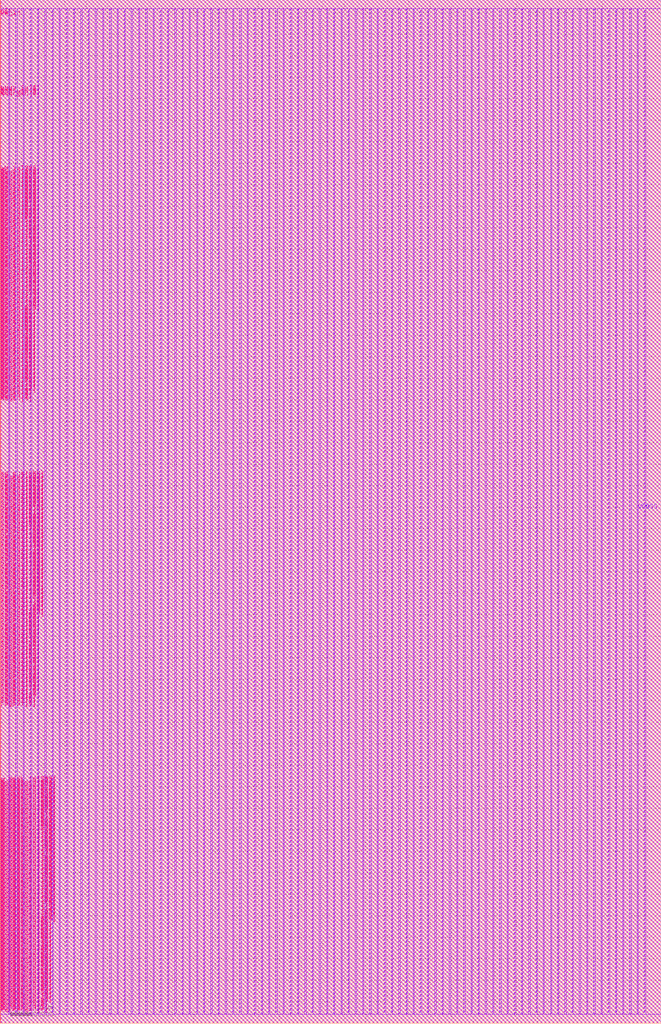
<source format=lef>
# 
# ******************************************************************************
# *                                                                            *
# *                   Copyright (C) 2004-2010, Nangate Inc.                    *
# *                           All rights reserved.                             *
# *                                                                            *
# * Nangate and the Nangate logo are trademarks of Nangate Inc.                *
# *                                                                            *
# * All trademarks, logos, software marks, and trade names (collectively the   *
# * "Marks") in this program are proprietary to Nangate or other respective    *
# * owners that have granted Nangate the right and license to use such Marks.  *
# * You are not permitted to use the Marks without the prior written consent   *
# * of Nangate or such third party that may own the Marks.                     *
# *                                                                            *
# * This file has been provided pursuant to a License Agreement containing     *
# * restrictions on its use. This file contains valuable trade secrets and     *
# * proprietary information of Nangate Inc., and is protected by U.S. and      *
# * international laws and/or treaties.                                        *
# *                                                                            *
# * The copyright notice(s) in this file does not indicate actual or intended  *
# * publication of this file.                                                  *
# *                                                                            *
# *     NGLibraryCreator, v2010.08-HR32-SP3-2010-08-05 - build 1009061800      *
# *                                                                            *
# ******************************************************************************
# 
# 
# Running on brazil06.nangate.com.br for user Giancarlo Franciscatto (gfr).
# Local time is now Fri, 3 Dec 2010, 19:32:18.
# Main process id is 27821.

VERSION 5.6 ;
BUSBITCHARS "[]" ;
DIVIDERCHAR "/" ;

UNITS
  DATABASE MICRONS 2000 ;
END UNITS

MANUFACTURINGGRID 0.0050 ;

LAYER poly
  TYPE MASTERSLICE ;
END poly

LAYER active
  TYPE MASTERSLICE ;
END active

LAYER metal1
  TYPE ROUTING ;
  SPACING 0.065 ;
  WIDTH 0.07 ;
  PITCH 0.14 ;
  DIRECTION HORIZONTAL ;
  OFFSET 0.095 0.07 ;
  RESISTANCE RPERSQ 0.38 ;
  THICKNESS 0.13 ;
  HEIGHT 0.37 ;
  CAPACITANCE CPERSQDIST 7.7161e-05 ;
  EDGECAPACITANCE 2.7365e-05 ;
END metal1

LAYER via1
  TYPE CUT ;
  SPACING 0.08 ;
  WIDTH 0.07 ;
  RESISTANCE 5 ;
END via1

LAYER metal2
  TYPE ROUTING ;
  SPACINGTABLE 
    PARALLELRUNLENGTH    0.0000     0.3000     0.9000     1.8000     2.7000     4.0000     
      WIDTH 0.0000       0.0700     0.0700     0.0700     0.0700     0.0700     0.0700     
      WIDTH 0.0900       0.0700     0.0900     0.0900     0.0900     0.0900     0.0900     
      WIDTH 0.2700       0.0700     0.0900     0.2700     0.2700     0.2700     0.2700     
      WIDTH 0.5000       0.0700     0.0900     0.2700     0.5000     0.5000     0.5000     
      WIDTH 0.9000       0.0700     0.0900     0.2700     0.5000     0.9000     0.9000     
      WIDTH 1.5000       0.0700     0.0900     0.2700     0.5000     0.9000     1.5000      ;
  WIDTH 0.07 ;
  PITCH 0.19 ;
  DIRECTION VERTICAL ;
  OFFSET 0.095 0.07 ;
  RESISTANCE RPERSQ 0.25 ;
  THICKNESS 0.14 ;
  HEIGHT 0.62 ;
  CAPACITANCE CPERSQDIST 4.0896e-05 ;
  EDGECAPACITANCE 2.5157e-05 ;
END metal2

LAYER via2
  TYPE CUT ;
  SPACING 0.09 ;
  WIDTH 0.07 ;
  RESISTANCE 5 ;
END via2

LAYER metal3
  TYPE ROUTING ;
  SPACINGTABLE 
    PARALLELRUNLENGTH    0.0000     0.3000     0.9000     1.8000     2.7000     4.0000     
      WIDTH 0.0000       0.0700     0.0700     0.0700     0.0700     0.0700     0.0700     
      WIDTH 0.0900       0.0700     0.0900     0.0900     0.0900     0.0900     0.0900     
      WIDTH 0.2700       0.0700     0.0900     0.2700     0.2700     0.2700     0.2700     
      WIDTH 0.5000       0.0700     0.0900     0.2700     0.5000     0.5000     0.5000     
      WIDTH 0.9000       0.0700     0.0900     0.2700     0.5000     0.9000     0.9000     
      WIDTH 1.5000       0.0700     0.0900     0.2700     0.5000     0.9000     1.5000      ;
  WIDTH 0.07 ;
  PITCH 0.14 ;
  DIRECTION HORIZONTAL ;
  OFFSET 0.095 0.07 ;
  RESISTANCE RPERSQ 0.25 ;
  THICKNESS 0.14 ;
  HEIGHT 0.88 ;
  CAPACITANCE CPERSQDIST 2.7745e-05 ;
  EDGECAPACITANCE 2.5157e-05 ;
END metal3

LAYER via3
  TYPE CUT ;
  SPACING 0.09 ;
  WIDTH 0.07 ;
  RESISTANCE 5 ;
END via3

LAYER metal4
  TYPE ROUTING ;
  SPACINGTABLE 
    PARALLELRUNLENGTH    0.0000     0.9000     1.8000     2.7000     4.0000     
      WIDTH 0.0000       0.1400     0.1400     0.1400     0.1400     0.1400     
      WIDTH 0.2700       0.1400     0.2700     0.2700     0.2700     0.2700     
      WIDTH 0.5000       0.1400     0.2700     0.5000     0.5000     0.5000     
      WIDTH 0.9000       0.1400     0.2700     0.5000     0.9000     0.9000     
      WIDTH 1.5000       0.1400     0.2700     0.5000     0.9000     1.5000      ;
  WIDTH 0.14 ;
  PITCH 0.28 ;
  DIRECTION VERTICAL ;
  OFFSET 0.095 0.07 ;
  RESISTANCE RPERSQ 0.21 ;
  THICKNESS 0.28 ;
  HEIGHT 1.14 ;
  CAPACITANCE CPERSQDIST 2.0743e-05 ;
  EDGECAPACITANCE 3.0908e-05 ;
END metal4

LAYER via4
  TYPE CUT ;
  SPACING 0.16 ;
  WIDTH 0.14 ;
  RESISTANCE 3 ;
END via4

LAYER metal5
  TYPE ROUTING ;
  SPACINGTABLE 
    PARALLELRUNLENGTH    0.0000     0.9000     1.8000     2.7000     4.0000     
      WIDTH 0.0000       0.1400     0.1400     0.1400     0.1400     0.1400     
      WIDTH 0.2700       0.1400     0.2700     0.2700     0.2700     0.2700     
      WIDTH 0.5000       0.1400     0.2700     0.5000     0.5000     0.5000     
      WIDTH 0.9000       0.1400     0.2700     0.5000     0.9000     0.9000     
      WIDTH 1.5000       0.1400     0.2700     0.5000     0.9000     1.5000      ;
  WIDTH 0.14 ;
  PITCH 0.28 ;
  DIRECTION HORIZONTAL ;
  OFFSET 0.095 0.07 ;
  RESISTANCE RPERSQ 0.21 ;
  THICKNESS 0.28 ;
  HEIGHT 1.71 ;
  CAPACITANCE CPERSQDIST 1.3527e-05 ;
  EDGECAPACITANCE 2.3863e-06 ;
END metal5

LAYER via5
  TYPE CUT ;
  SPACING 0.16 ;
  WIDTH 0.14 ;
  RESISTANCE 3 ;
END via5

LAYER metal6
  TYPE ROUTING ;
  SPACINGTABLE 
    PARALLELRUNLENGTH    0.0000     0.9000     1.8000     2.7000     4.0000     
      WIDTH 0.0000       0.1400     0.1400     0.1400     0.1400     0.1400     
      WIDTH 0.2700       0.1400     0.2700     0.2700     0.2700     0.2700     
      WIDTH 0.5000       0.1400     0.2700     0.5000     0.5000     0.5000     
      WIDTH 0.9000       0.1400     0.2700     0.5000     0.9000     0.9000     
      WIDTH 1.5000       0.1400     0.2700     0.5000     0.9000     1.5000      ;
  WIDTH 0.14 ;
  PITCH 0.28 ;
  DIRECTION VERTICAL ;
  OFFSET 0.095 0.07 ;
  RESISTANCE RPERSQ 0.21 ;
  THICKNESS 0.28 ;
  HEIGHT 2.28 ;
  CAPACITANCE CPERSQDIST 1.0036e-05 ;
  EDGECAPACITANCE 2.3863e-05 ;
END metal6

LAYER via6
  TYPE CUT ;
  SPACING 0.16 ;
  WIDTH 0.14 ;
  RESISTANCE 3 ;
END via6

LAYER metal7
  TYPE ROUTING ;
  SPACINGTABLE 
    PARALLELRUNLENGTH    0.0000     1.8000     2.7000     4.0000     
      WIDTH 0.0000       0.4000     0.4000     0.4000     0.4000     
      WIDTH 0.5000       0.4000     0.5000     0.5000     0.5000     
      WIDTH 0.9000       0.4000     0.5000     0.9000     0.9000     
      WIDTH 1.5000       0.4000     0.5000     0.9000     1.5000      ;
  WIDTH 0.4 ;
  PITCH 0.8 ;
  DIRECTION HORIZONTAL ;
  OFFSET 0.095 0.07 ;
  RESISTANCE RPERSQ 0.075 ;
  THICKNESS 0.8 ;
  HEIGHT 2.85 ;
  CAPACITANCE CPERSQDIST 7.9771e-06 ;
  EDGECAPACITANCE 3.2577e-05 ;
END metal7

LAYER via7
  TYPE CUT ;
  SPACING 0.44 ;
  WIDTH 0.4 ;
  RESISTANCE 1 ;
END via7

LAYER metal8
  TYPE ROUTING ;
  SPACINGTABLE 
    PARALLELRUNLENGTH    0.0000     1.8000     2.7000     4.0000     
      WIDTH 0.0000       0.4000     0.4000     0.4000     0.4000     
      WIDTH 0.5000       0.4000     0.5000     0.5000     0.5000     
      WIDTH 0.9000       0.4000     0.5000     0.9000     0.9000     
      WIDTH 1.5000       0.4000     0.5000     0.9000     1.5000      ;
  WIDTH 0.4 ;
  PITCH 0.8 ;
  DIRECTION VERTICAL ;
  OFFSET 0.095 0.07 ;
  RESISTANCE RPERSQ 0.075 ;
  THICKNESS 0.8 ;
  HEIGHT 4.47 ;
  CAPACITANCE CPERSQDIST 5.0391e-06 ;
  EDGECAPACITANCE 2.3932e-05 ;
END metal8

LAYER via8
  TYPE CUT ;
  SPACING 0.44 ;
  WIDTH 0.4 ;
  RESISTANCE 1 ;
END via8

LAYER metal9
  TYPE ROUTING ;
  SPACINGTABLE 
    PARALLELRUNLENGTH    0.0000     2.7000     4.0000     
      WIDTH 0.0000       0.8000     0.8000     0.8000     
      WIDTH 0.9000       0.8000     0.9000     0.9000     
      WIDTH 1.5000       0.8000     0.9000     1.5000      ;
  WIDTH 0.8 ;
  PITCH 1.6 ;
  DIRECTION HORIZONTAL ;
  OFFSET 0.095 0.07 ;
  RESISTANCE RPERSQ 0.03 ;
  THICKNESS 2 ;
  HEIGHT 6.09 ;
  CAPACITANCE CPERSQDIST 3.6827e-06 ;
  EDGECAPACITANCE 3.0803e-05 ;
END metal9

LAYER via9
  TYPE CUT ;
  SPACING 0.88 ;
  WIDTH 0.8 ;
  RESISTANCE 0.5 ;
END via9

LAYER metal10
  TYPE ROUTING ;
  SPACINGTABLE 
    PARALLELRUNLENGTH    0.0000     2.7000     4.0000     
      WIDTH 0.0000       0.8000     0.8000     0.8000     
      WIDTH 0.9000       0.8000     0.9000     0.9000     
      WIDTH 1.5000       0.8000     0.9000     1.5000      ;
  WIDTH 0.8 ;
  PITCH 1.6 ;
  DIRECTION VERTICAL ;
  OFFSET 0.095 0.07 ;
  RESISTANCE RPERSQ 0.03 ;
  THICKNESS 2 ;
  HEIGHT 10.09 ;
  CAPACITANCE CPERSQDIST 2.2124e-06 ;
  EDGECAPACITANCE 2.3667e-05 ;
END metal10

LAYER OVERLAP
  TYPE OVERLAP ;
END OVERLAP

VIA via1_4 DEFAULT
  LAYER via1 ;
    RECT -0.035 -0.035 0.035 0.035 ;
  LAYER metal1 ;
    RECT -0.035 -0.07 0.035 0.07 ;
  LAYER metal2 ;
    RECT -0.035 -0.07 0.035 0.07 ;
END via1_4

VIA via1_0 DEFAULT
  LAYER via1 ;
    RECT -0.035 -0.035 0.035 0.035 ;
  LAYER metal1 ;
    RECT -0.07 -0.07 0.07 0.07 ;
  LAYER metal2 ;
    RECT -0.07 -0.07 0.07 0.07 ;
END via1_0

VIA via1_1 DEFAULT
  LAYER via1 ;
    RECT -0.035 -0.035 0.035 0.035 ;
  LAYER metal1 ;
    RECT -0.07 -0.07 0.07 0.07 ;
  LAYER metal2 ;
    RECT -0.035 -0.07 0.035 0.07 ;
END via1_1

VIA via1_2 DEFAULT
  LAYER via1 ;
    RECT -0.035 -0.035 0.035 0.035 ;
  LAYER metal1 ;
    RECT -0.07 -0.07 0.07 0.07 ;
  LAYER metal2 ;
    RECT -0.07 -0.035 0.07 0.035 ;
END via1_2

VIA via1_3 DEFAULT
  LAYER via1 ;
    RECT -0.035 -0.035 0.035 0.035 ;
  LAYER metal1 ;
    RECT -0.035 -0.07 0.035 0.07 ;
  LAYER metal2 ;
    RECT -0.07 -0.07 0.07 0.07 ;
END via1_3

VIA via1_5 DEFAULT
  LAYER via1 ;
    RECT -0.035 -0.035 0.035 0.035 ;
  LAYER metal1 ;
    RECT -0.035 -0.07 0.035 0.07 ;
  LAYER metal2 ;
    RECT -0.07 -0.035 0.07 0.035 ;
END via1_5

VIA via1_6 DEFAULT
  LAYER via1 ;
    RECT -0.035 -0.035 0.035 0.035 ;
  LAYER metal1 ;
    RECT -0.07 -0.035 0.07 0.035 ;
  LAYER metal2 ;
    RECT -0.07 -0.07 0.07 0.07 ;
END via1_6

VIA via1_7 DEFAULT
  LAYER via1 ;
    RECT -0.035 -0.035 0.035 0.035 ;
  LAYER metal1 ;
    RECT -0.07 -0.035 0.07 0.035 ;
  LAYER metal2 ;
    RECT -0.035 -0.07 0.035 0.07 ;
END via1_7

VIA via1_8 DEFAULT
  LAYER via1 ;
    RECT -0.035 -0.035 0.035 0.035 ;
  LAYER metal1 ;
    RECT -0.07 -0.035 0.07 0.035 ;
  LAYER metal2 ;
    RECT -0.07 -0.035 0.07 0.035 ;
END via1_8

VIA via2_8 DEFAULT
  LAYER via2 ;
    RECT -0.035 -0.035 0.035 0.035 ;
  LAYER metal2 ;
    RECT -0.07 -0.035 0.07 0.035 ;
  LAYER metal3 ;
    RECT -0.07 -0.035 0.07 0.035 ;
END via2_8

VIA via2_4 DEFAULT
  LAYER via2 ;
    RECT -0.035 -0.035 0.035 0.035 ;
  LAYER metal2 ;
    RECT -0.035 -0.07 0.035 0.07 ;
  LAYER metal3 ;
    RECT -0.035 -0.07 0.035 0.07 ;
END via2_4

VIA via2_5 DEFAULT
  LAYER via2 ;
    RECT -0.035 -0.035 0.035 0.035 ;
  LAYER metal2 ;
    RECT -0.035 -0.07 0.035 0.07 ;
  LAYER metal3 ;
    RECT -0.07 -0.035 0.07 0.035 ;
END via2_5

VIA via2_7 DEFAULT
  LAYER via2 ;
    RECT -0.035 -0.035 0.035 0.035 ;
  LAYER metal2 ;
    RECT -0.07 -0.035 0.07 0.035 ;
  LAYER metal3 ;
    RECT -0.035 -0.07 0.035 0.07 ;
END via2_7

VIA via2_6 DEFAULT
  LAYER via2 ;
    RECT -0.035 -0.035 0.035 0.035 ;
  LAYER metal2 ;
    RECT -0.07 -0.035 0.07 0.035 ;
  LAYER metal3 ;
    RECT -0.07 -0.07 0.07 0.07 ;
END via2_6

VIA via2_0 DEFAULT
  LAYER via2 ;
    RECT -0.035 -0.035 0.035 0.035 ;
  LAYER metal2 ;
    RECT -0.07 -0.07 0.07 0.07 ;
  LAYER metal3 ;
    RECT -0.07 -0.07 0.07 0.07 ;
END via2_0

VIA via2_1 DEFAULT
  LAYER via2 ;
    RECT -0.035 -0.035 0.035 0.035 ;
  LAYER metal2 ;
    RECT -0.07 -0.07 0.07 0.07 ;
  LAYER metal3 ;
    RECT -0.035 -0.07 0.035 0.07 ;
END via2_1

VIA via2_2 DEFAULT
  LAYER via2 ;
    RECT -0.035 -0.035 0.035 0.035 ;
  LAYER metal2 ;
    RECT -0.07 -0.07 0.07 0.07 ;
  LAYER metal3 ;
    RECT -0.07 -0.035 0.07 0.035 ;
END via2_2

VIA via2_3 DEFAULT
  LAYER via2 ;
    RECT -0.035 -0.035 0.035 0.035 ;
  LAYER metal2 ;
    RECT -0.035 -0.07 0.035 0.07 ;
  LAYER metal3 ;
    RECT -0.07 -0.07 0.07 0.07 ;
END via2_3

VIA via3_2 DEFAULT
  LAYER via3 ;
    RECT -0.035 -0.035 0.035 0.035 ;
  LAYER metal3 ;
    RECT -0.07 -0.035 0.07 0.035 ;
  LAYER metal4 ;
    RECT -0.07 -0.07 0.07 0.07 ;
END via3_2

VIA via3_0 DEFAULT
  LAYER via3 ;
    RECT -0.035 -0.035 0.035 0.035 ;
  LAYER metal3 ;
    RECT -0.07 -0.07 0.07 0.07 ;
  LAYER metal4 ;
    RECT -0.07 -0.07 0.07 0.07 ;
END via3_0

VIA via3_1 DEFAULT
  LAYER via3 ;
    RECT -0.035 -0.035 0.035 0.035 ;
  LAYER metal3 ;
    RECT -0.035 -0.07 0.035 0.07 ;
  LAYER metal4 ;
    RECT -0.07 -0.07 0.07 0.07 ;
END via3_1

VIA via4_0 DEFAULT
  LAYER via4 ;
    RECT -0.07 -0.07 0.07 0.07 ;
  LAYER metal4 ;
    RECT -0.07 -0.07 0.07 0.07 ;
  LAYER metal5 ;
    RECT -0.07 -0.07 0.07 0.07 ;
END via4_0

VIA via5_0 DEFAULT
  LAYER via5 ;
    RECT -0.07 -0.07 0.07 0.07 ;
  LAYER metal5 ;
    RECT -0.07 -0.07 0.07 0.07 ;
  LAYER metal6 ;
    RECT -0.07 -0.07 0.07 0.07 ;
END via5_0

VIA via6_0 DEFAULT
  LAYER via6 ;
    RECT -0.07 -0.07 0.07 0.07 ;
  LAYER metal6 ;
    RECT -0.07 -0.07 0.07 0.07 ;
  LAYER metal7 ;
    RECT -0.2 -0.2 0.2 0.2 ;
END via6_0

VIA via7_0 DEFAULT
  LAYER via7 ;
    RECT -0.2 -0.2 0.2 0.2 ;
  LAYER metal7 ;
    RECT -0.2 -0.2 0.2 0.2 ;
  LAYER metal8 ;
    RECT -0.2 -0.2 0.2 0.2 ;
END via7_0

VIA via8_0 DEFAULT
  LAYER via8 ;
    RECT -0.2 -0.2 0.2 0.2 ;
  LAYER metal8 ;
    RECT -0.2 -0.2 0.2 0.2 ;
  LAYER metal9 ;
    RECT -0.4 -0.4 0.4 0.4 ;
END via8_0

VIA via9_0 DEFAULT
  LAYER via9 ;
    RECT -0.4 -0.4 0.4 0.4 ;
  LAYER metal9 ;
    RECT -0.4 -0.4 0.4 0.4 ;
  LAYER metal10 ;
    RECT -0.4 -0.4 0.4 0.4 ;
END via9_0

VIARULE Via1Array-0 GENERATE
  LAYER metal1 ;
    ENCLOSURE 0.035 0.035 ;
  LAYER metal2 ;
    ENCLOSURE 0.035 0.035 ;
  LAYER via1 ;
    RECT -0.035 -0.035 0.035 0.035 ;
    SPACING 0.15 BY 0.15 ;
END Via1Array-0

VIARULE Via1Array-1 GENERATE
  LAYER metal1 ;
    ENCLOSURE 0 0.035 ;
  LAYER metal2 ;
    ENCLOSURE 0 0.035 ;
  LAYER via1 ;
    RECT -0.035 -0.035 0.035 0.035 ;
    SPACING 0.15 BY 0.15 ;
END Via1Array-1

VIARULE Via1Array-2 GENERATE
  LAYER metal1 ;
    ENCLOSURE 0.035 0 ;
  LAYER metal2 ;
    ENCLOSURE 0.035 0 ;
  LAYER via1 ;
    RECT -0.035 -0.035 0.035 0.035 ;
    SPACING 0.15 BY 0.15 ;
END Via1Array-2

VIARULE Via1Array-3 GENERATE
  LAYER metal1 ;
    ENCLOSURE 0 0.035 ;
  LAYER metal2 ;
    ENCLOSURE 0.035 0 ;
  LAYER via1 ;
    RECT -0.035 -0.035 0.035 0.035 ;
    SPACING 0.15 BY 0.15 ;
END Via1Array-3

VIARULE Via1Array-4 GENERATE
  LAYER metal1 ;
    ENCLOSURE 0.035 0 ;
  LAYER metal2 ;
    ENCLOSURE 0 0.035 ;
  LAYER via1 ;
    RECT -0.035 -0.035 0.035 0.035 ;
    SPACING 0.15 BY 0.15 ;
END Via1Array-4

VIARULE Via2Array-0 GENERATE
  LAYER metal2 ;
    ENCLOSURE 0.035 0.035 ;
  LAYER metal3 ;
    ENCLOSURE 0.035 0.035 ;
  LAYER via2 ;
    RECT -0.035 -0.035 0.035 0.035 ;
    SPACING 0.16 BY 0.16 ;
END Via2Array-0

VIARULE Via2Array-1 GENERATE
  LAYER metal2 ;
    ENCLOSURE 0 0.035 ;
  LAYER metal3 ;
    ENCLOSURE 0 0.035 ;
  LAYER via2 ;
    RECT -0.035 -0.035 0.035 0.035 ;
    SPACING 0.16 BY 0.16 ;
END Via2Array-1

VIARULE Via2Array-2 GENERATE
  LAYER metal2 ;
    ENCLOSURE 0.035 0 ;
  LAYER metal3 ;
    ENCLOSURE 0.035 0 ;
  LAYER via2 ;
    RECT -0.035 -0.035 0.035 0.035 ;
    SPACING 0.16 BY 0.16 ;
END Via2Array-2

VIARULE Via2Array-3 GENERATE
  LAYER metal2 ;
    ENCLOSURE 0 0.035 ;
  LAYER metal3 ;
    ENCLOSURE 0.035 0 ;
  LAYER via2 ;
    RECT -0.035 -0.035 0.035 0.035 ;
    SPACING 0.16 BY 0.16 ;
END Via2Array-3

VIARULE Via2Array-4 GENERATE
  LAYER metal2 ;
    ENCLOSURE 0.035 0 ;
  LAYER metal3 ;
    ENCLOSURE 0 0.035 ;
  LAYER via2 ;
    RECT -0.035 -0.035 0.035 0.035 ;
    SPACING 0.16 BY 0.16 ;
END Via2Array-4

VIARULE Via3Array-0 GENERATE
  LAYER metal3 ;
    ENCLOSURE 0.035 0.035 ;
  LAYER metal4 ;
    ENCLOSURE 0.035 0.035 ;
  LAYER via3 ;
    RECT -0.035 -0.035 0.035 0.035 ;
    SPACING 0.16 BY 0.16 ;
END Via3Array-0

VIARULE Via3Array-1 GENERATE
  LAYER metal3 ;
    ENCLOSURE 0 0.035 ;
  LAYER metal4 ;
    ENCLOSURE 0.035 0.035 ;
  LAYER via3 ;
    RECT -0.035 -0.035 0.035 0.035 ;
    SPACING 0.16 BY 0.16 ;
END Via3Array-1

VIARULE Via3Array-2 GENERATE
  LAYER metal3 ;
    ENCLOSURE 0.035 0 ;
  LAYER metal4 ;
    ENCLOSURE 0.035 0.035 ;
  LAYER via3 ;
    RECT -0.035 -0.035 0.035 0.035 ;
    SPACING 0.16 BY 0.16 ;
END Via3Array-2

VIARULE Via4Array-0 GENERATE
  LAYER metal4 ;
    ENCLOSURE 0 0 ;
  LAYER metal5 ;
    ENCLOSURE 0 0 ;
  LAYER via4 ;
    RECT -0.07 -0.07 0.07 0.07 ;
    SPACING 0.3 BY 0.3 ;
END Via4Array-0

VIARULE Via5Array-0 GENERATE
  LAYER metal5 ;
    ENCLOSURE 0 0 ;
  LAYER metal6 ;
    ENCLOSURE 0 0 ;
  LAYER via5 ;
    RECT -0.07 -0.07 0.07 0.07 ;
    SPACING 0.3 BY 0.3 ;
END Via5Array-0

VIARULE Via6Array-0 GENERATE
  LAYER metal6 ;
    ENCLOSURE 0 0 ;
  LAYER metal7 ;
    ENCLOSURE 0.13 0.13 ;
  LAYER via6 ;
    RECT -0.07 -0.07 0.07 0.07 ;
    SPACING 0.3 BY 0.3 ;
END Via6Array-0

VIARULE Via7Array-0 GENERATE
  LAYER metal7 ;
    ENCLOSURE 0 0 ;
  LAYER metal8 ;
    ENCLOSURE 0 0 ;
  LAYER via7 ;
    RECT -0.2 -0.2 0.2 0.2 ;
    SPACING 0.84 BY 0.84 ;
END Via7Array-0

VIARULE Via8Array-0 GENERATE
  LAYER metal8 ;
    ENCLOSURE 0 0 ;
  LAYER metal9 ;
    ENCLOSURE 0.2 0.2 ;
  LAYER via8 ;
    RECT -0.2 -0.2 0.2 0.2 ;
    SPACING 0.84 BY 0.84 ;
END Via8Array-0

VIARULE Via9Array-0 GENERATE
  LAYER metal10 ;
    ENCLOSURE 0 0 ;
  LAYER metal9 ;
    ENCLOSURE 0 0 ;
  LAYER via9 ;
    RECT -0.4 -0.4 0.4 0.4 ;
    SPACING 1.68 BY 1.68 ;
END Via9Array-0

SPACING
  SAMENET metal1 metal1 0.065 ;
  SAMENET metal2 metal2 0.07 ;
  SAMENET metal3 metal3 0.07 ;
  SAMENET metal4 metal4 0.14 ;
  SAMENET metal5 metal5 0.14 ;
  SAMENET metal6 metal6 0.14 ;
  SAMENET metal7 metal7 0.4 ;
  SAMENET metal8 metal8 0.4 ;
  SAMENET metal9 metal9 0.8 ;
  SAMENET metal10 metal10 0.8 ;
  SAMENET via1 via1 0.08 ;
  SAMENET via2 via2 0.09 ;
  SAMENET via3 via3 0.09 ;
  SAMENET via4 via4 0.16 ;
  SAMENET via5 via5 0.16 ;
  SAMENET via6 via6 0.16 ;
  SAMENET via7 via7 0.44 ;
  SAMENET via8 via8 0.44 ;
  SAMENET via9 via9 0.88 ;
  SAMENET via1 via2 0.0 STACK ;
  SAMENET via2 via3 0.0 STACK ;
  SAMENET via3 via4 0.0 STACK ;
  SAMENET via4 via5 0.0 STACK ;
  SAMENET via5 via6 0.0 STACK ;
  SAMENET via6 via7 0.0 STACK ;
  SAMENET via7 via8 0.0 STACK ;
  SAMENET via8 via9 0.0 STACK ;
END SPACING

SITE FreePDK45_38x28_10R_NP_162NW_34O
  SYMMETRY y ;
  CLASS core ;
  SIZE 0.19 BY 1.4 ;
END FreePDK45_38x28_10R_NP_162NW_34O

MACRO AND2_X1
  CLASS CORE ;
  ORIGIN 0 0 ;
  FOREIGN AND2_X1 0 0 ;
  SIZE 0.76 BY 1.4 ;
  SYMMETRY X Y ;
  SITE FreePDK45_38x28_10R_NP_162NW_34O ;
  PIN A1
    DIRECTION INPUT ;
    USE SIGNAL ;
    PORT
      LAYER metal1 ;
        RECT 0.06 0.525 0.185 0.7 ;
    END
  END A1
  PIN A2
    DIRECTION INPUT ;
    USE SIGNAL ;
    PORT
      LAYER metal1 ;
        RECT 0.25 0.525 0.38 0.7 ;
    END
  END A2
  PIN ZN
    DIRECTION OUTPUT ;
    USE SIGNAL ;
    PORT
      LAYER metal1 ;
        RECT 0.61 0.19 0.7 1.25 ;
    END
  END ZN
  PIN VDD
    DIRECTION INOUT ;
    USE POWER ;
    SHAPE ABUTMENT ;
    PORT
      LAYER metal1 ;
        RECT 0 1.315 0.76 1.485 ;
        RECT 0.415 0.975 0.485 1.485 ;
        RECT 0.04 0.975 0.11 1.485 ;
    END
  END VDD
  PIN VSS
    DIRECTION INOUT ;
    USE GROUND ;
    SHAPE ABUTMENT ;
    PORT
      LAYER metal1 ;
        RECT 0 -0.085 0.76 0.085 ;
        RECT 0.415 -0.085 0.485 0.325 ;
    END
  END VSS
  OBS
    LAYER metal1 ;
      RECT 0.235 0.84 0.305 1.25 ;
      RECT 0.235 0.84 0.54 0.91 ;
      RECT 0.47 0.39 0.54 0.91 ;
      RECT 0.045 0.39 0.54 0.46 ;
      RECT 0.045 0.19 0.115 0.46 ;
  END
END AND2_X1

MACRO AND2_X2
  CLASS CORE ;
  ORIGIN 0 0 ;
  FOREIGN AND2_X2 0 0 ;
  SIZE 0.95 BY 1.4 ;
  SYMMETRY X Y ;
  SITE FreePDK45_38x28_10R_NP_162NW_34O ;
  PIN A1
    DIRECTION INPUT ;
    USE SIGNAL ;
    PORT
      LAYER metal1 ;
        RECT 0.06 0.525 0.185 0.7 ;
    END
  END A1
  PIN A2
    DIRECTION INPUT ;
    USE SIGNAL ;
    PORT
      LAYER metal1 ;
        RECT 0.25 0.525 0.38 0.7 ;
    END
  END A2
  PIN ZN
    DIRECTION OUTPUT ;
    USE SIGNAL ;
    PORT
      LAYER metal1 ;
        RECT 0.615 0.15 0.7 1.25 ;
    END
  END ZN
  PIN VDD
    DIRECTION INOUT ;
    USE POWER ;
    SHAPE ABUTMENT ;
    PORT
      LAYER metal1 ;
        RECT 0 1.315 0.95 1.485 ;
        RECT 0.795 0.975 0.865 1.485 ;
        RECT 0.415 0.975 0.485 1.485 ;
        RECT 0.04 0.975 0.11 1.485 ;
    END
  END VDD
  PIN VSS
    DIRECTION INOUT ;
    USE GROUND ;
    SHAPE ABUTMENT ;
    PORT
      LAYER metal1 ;
        RECT 0 -0.085 0.95 0.085 ;
        RECT 0.795 -0.085 0.865 0.425 ;
        RECT 0.415 -0.085 0.485 0.285 ;
    END
  END VSS
  OBS
    LAYER metal1 ;
      RECT 0.235 0.84 0.305 1.25 ;
      RECT 0.235 0.84 0.545 0.91 ;
      RECT 0.475 0.39 0.545 0.91 ;
      RECT 0.045 0.39 0.545 0.46 ;
      RECT 0.045 0.15 0.115 0.46 ;
  END
END AND2_X2

MACRO AND2_X4
  CLASS CORE ;
  ORIGIN 0 0 ;
  FOREIGN AND2_X4 0 0 ;
  SIZE 1.71 BY 1.4 ;
  SYMMETRY X Y ;
  SITE FreePDK45_38x28_10R_NP_162NW_34O ;
  PIN A1
    DIRECTION INPUT ;
    USE SIGNAL ;
    PORT
      LAYER metal1 ;
        RECT 0.25 0.42 0.38 0.66 ;
    END
  END A1
  PIN A2
    DIRECTION INPUT ;
    USE SIGNAL ;
    PORT
      LAYER metal1 ;
        RECT 0.06 0.725 0.76 0.795 ;
        RECT 0.69 0.525 0.76 0.795 ;
        RECT 0.06 0.42 0.185 0.795 ;
    END
  END A2
  PIN ZN
    DIRECTION OUTPUT ;
    USE SIGNAL ;
    PORT
      LAYER metal1 ;
        RECT 1.365 0.15 1.435 1.25 ;
        RECT 0.995 0.68 1.435 0.75 ;
        RECT 0.995 0.15 1.08 1.25 ;
    END
  END ZN
  PIN VDD
    DIRECTION INOUT ;
    USE POWER ;
    SHAPE ABUTMENT ;
    PORT
      LAYER metal1 ;
        RECT 0 1.315 1.71 1.485 ;
        RECT 1.555 0.995 1.625 1.485 ;
        RECT 1.175 0.995 1.245 1.485 ;
        RECT 0.795 0.995 0.865 1.485 ;
        RECT 0.415 0.995 0.485 1.485 ;
        RECT 0.04 0.995 0.11 1.485 ;
    END
  END VDD
  PIN VSS
    DIRECTION INOUT ;
    USE GROUND ;
    SHAPE ABUTMENT ;
    PORT
      LAYER metal1 ;
        RECT 0 -0.085 1.71 0.085 ;
        RECT 1.555 -0.085 1.625 0.355 ;
        RECT 1.175 -0.085 1.245 0.355 ;
        RECT 0.795 -0.085 0.865 0.215 ;
        RECT 0.04 -0.085 0.11 0.355 ;
    END
  END VSS
  OBS
    LAYER metal1 ;
      RECT 0.605 0.86 0.675 1.25 ;
      RECT 0.235 0.86 0.305 1.25 ;
      RECT 0.235 0.86 0.92 0.93 ;
      RECT 0.85 0.285 0.92 0.93 ;
      RECT 0.425 0.285 0.92 0.355 ;
      RECT 0.425 0.22 0.495 0.355 ;
  END
END AND2_X4

MACRO AND3_X1
  CLASS CORE ;
  ORIGIN 0 0 ;
  FOREIGN AND3_X1 0 0 ;
  SIZE 0.95 BY 1.4 ;
  SYMMETRY X Y ;
  SITE FreePDK45_38x28_10R_NP_162NW_34O ;
  PIN A1
    DIRECTION INPUT ;
    USE SIGNAL ;
    PORT
      LAYER metal1 ;
        RECT 0.06 0.525 0.185 0.7 ;
    END
  END A1
  PIN A2
    DIRECTION INPUT ;
    USE SIGNAL ;
    PORT
      LAYER metal1 ;
        RECT 0.25 0.525 0.375 0.7 ;
    END
  END A2
  PIN A3
    DIRECTION INPUT ;
    USE SIGNAL ;
    PORT
      LAYER metal1 ;
        RECT 0.44 0.525 0.57 0.7 ;
    END
  END A3
  PIN ZN
    DIRECTION OUTPUT ;
    USE SIGNAL ;
    PORT
      LAYER metal1 ;
        RECT 0.8 0.975 0.89 1.25 ;
        RECT 0.82 0.15 0.89 1.25 ;
        RECT 0.8 0.15 0.89 0.425 ;
    END
  END ZN
  PIN VDD
    DIRECTION INOUT ;
    USE POWER ;
    SHAPE ABUTMENT ;
    PORT
      LAYER metal1 ;
        RECT 0 1.315 0.95 1.485 ;
        RECT 0.605 1 0.675 1.485 ;
        RECT 0.225 1.04 0.295 1.485 ;
    END
  END VDD
  PIN VSS
    DIRECTION INOUT ;
    USE GROUND ;
    SHAPE ABUTMENT ;
    PORT
      LAYER metal1 ;
        RECT 0 -0.085 0.95 0.085 ;
        RECT 0.605 -0.085 0.675 0.285 ;
    END
  END VSS
  OBS
    LAYER metal1 ;
      RECT 0.415 0.865 0.485 1.25 ;
      RECT 0.045 0.865 0.115 1.25 ;
      RECT 0.045 0.865 0.705 0.935 ;
      RECT 0.635 0.35 0.705 0.935 ;
      RECT 0.635 0.525 0.755 0.66 ;
      RECT 0.045 0.35 0.705 0.42 ;
      RECT 0.045 0.15 0.115 0.42 ;
  END
END AND3_X1

MACRO AND3_X2
  CLASS CORE ;
  ORIGIN 0 0 ;
  FOREIGN AND3_X2 0 0 ;
  SIZE 1.14 BY 1.4 ;
  SYMMETRY X Y ;
  SITE FreePDK45_38x28_10R_NP_162NW_34O ;
  PIN A1
    DIRECTION INPUT ;
    USE SIGNAL ;
    PORT
      LAYER metal1 ;
        RECT 0.06 0.525 0.185 0.7 ;
    END
  END A1
  PIN A2
    DIRECTION INPUT ;
    USE SIGNAL ;
    PORT
      LAYER metal1 ;
        RECT 0.25 0.525 0.375 0.7 ;
    END
  END A2
  PIN A3
    DIRECTION INPUT ;
    USE SIGNAL ;
    PORT
      LAYER metal1 ;
        RECT 0.44 0.525 0.57 0.7 ;
    END
  END A3
  PIN ZN
    DIRECTION OUTPUT ;
    USE SIGNAL ;
    PORT
      LAYER metal1 ;
        RECT 0.805 0.15 0.89 1.25 ;
    END
  END ZN
  PIN VDD
    DIRECTION INOUT ;
    USE POWER ;
    SHAPE ABUTMENT ;
    PORT
      LAYER metal1 ;
        RECT 0 1.315 1.14 1.485 ;
        RECT 0.99 0.975 1.06 1.485 ;
        RECT 0.605 0.975 0.675 1.485 ;
        RECT 0.225 0.975 0.295 1.485 ;
    END
  END VDD
  PIN VSS
    DIRECTION INOUT ;
    USE GROUND ;
    SHAPE ABUTMENT ;
    PORT
      LAYER metal1 ;
        RECT 0 -0.085 1.14 0.085 ;
        RECT 0.99 -0.085 1.06 0.425 ;
        RECT 0.605 -0.085 0.675 0.285 ;
    END
  END VSS
  OBS
    LAYER metal1 ;
      RECT 0.415 0.8 0.485 1.25 ;
      RECT 0.045 0.8 0.115 1.25 ;
      RECT 0.045 0.8 0.735 0.87 ;
      RECT 0.665 0.355 0.735 0.87 ;
      RECT 0.045 0.355 0.735 0.425 ;
      RECT 0.045 0.15 0.115 0.425 ;
  END
END AND3_X2

MACRO AND3_X4
  CLASS CORE ;
  ORIGIN 0 0 ;
  FOREIGN AND3_X4 0 0 ;
  SIZE 2.09 BY 1.4 ;
  SYMMETRY X Y ;
  SITE FreePDK45_38x28_10R_NP_162NW_34O ;
  PIN A1
    DIRECTION INPUT ;
    USE SIGNAL ;
    PORT
      LAYER metal1 ;
        RECT 0.595 0.555 0.73 0.7 ;
    END
  END A1
  PIN A2
    DIRECTION INPUT ;
    USE SIGNAL ;
    PORT
      LAYER metal1 ;
        RECT 0.82 0.42 0.95 0.7 ;
        RECT 0.34 0.42 0.95 0.49 ;
        RECT 0.34 0.42 0.41 0.66 ;
    END
  END A2
  PIN A3
    DIRECTION INPUT ;
    USE SIGNAL ;
    PORT
      LAYER metal1 ;
        RECT 0.12 0.765 1.14 0.835 ;
        RECT 1.07 0.525 1.14 0.835 ;
        RECT 0.12 0.525 0.19 0.835 ;
        RECT 0.06 0.525 0.19 0.7 ;
    END
  END A3
  PIN ZN
    DIRECTION OUTPUT ;
    USE SIGNAL ;
    PORT
      LAYER metal1 ;
        RECT 1.745 0.15 1.815 1.25 ;
        RECT 1.375 0.56 1.815 0.7 ;
        RECT 1.375 0.15 1.445 1.25 ;
    END
  END ZN
  PIN VDD
    DIRECTION INOUT ;
    USE POWER ;
    SHAPE ABUTMENT ;
    PORT
      LAYER metal1 ;
        RECT 0 1.315 2.09 1.485 ;
        RECT 1.935 1.035 2.005 1.485 ;
        RECT 1.555 1.035 1.625 1.485 ;
        RECT 1.175 1.035 1.245 1.485 ;
        RECT 0.795 1.035 0.865 1.485 ;
        RECT 0.415 1.035 0.485 1.485 ;
        RECT 0.04 1.035 0.11 1.485 ;
    END
  END VDD
  PIN VSS
    DIRECTION INOUT ;
    USE GROUND ;
    SHAPE ABUTMENT ;
    PORT
      LAYER metal1 ;
        RECT 0 -0.085 2.09 0.085 ;
        RECT 1.935 -0.085 2.005 0.425 ;
        RECT 1.555 -0.085 1.625 0.425 ;
        RECT 1.175 -0.085 1.245 0.195 ;
        RECT 0.04 -0.085 0.11 0.425 ;
    END
  END VSS
  OBS
    LAYER metal1 ;
      RECT 0.985 0.9 1.055 1.25 ;
      RECT 0.605 0.9 0.675 1.25 ;
      RECT 0.235 0.9 0.305 1.25 ;
      RECT 0.235 0.9 1.305 0.97 ;
      RECT 1.235 0.26 1.305 0.97 ;
      RECT 0.615 0.26 1.305 0.33 ;
      RECT 0.615 0.15 0.685 0.33 ;
  END
END AND3_X4

MACRO AND4_X1
  CLASS CORE ;
  ORIGIN 0 0 ;
  FOREIGN AND4_X1 0 0 ;
  SIZE 1.14 BY 1.4 ;
  SYMMETRY X Y ;
  SITE FreePDK45_38x28_10R_NP_162NW_34O ;
  PIN A1
    DIRECTION INPUT ;
    USE SIGNAL ;
    PORT
      LAYER metal1 ;
        RECT 0.06 0.525 0.185 0.7 ;
    END
  END A1
  PIN A2
    DIRECTION INPUT ;
    USE SIGNAL ;
    PORT
      LAYER metal1 ;
        RECT 0.25 0.525 0.375 0.7 ;
    END
  END A2
  PIN A3
    DIRECTION INPUT ;
    USE SIGNAL ;
    PORT
      LAYER metal1 ;
        RECT 0.44 0.525 0.565 0.7 ;
    END
  END A3
  PIN A4
    DIRECTION INPUT ;
    USE SIGNAL ;
    PORT
      LAYER metal1 ;
        RECT 0.63 0.525 0.76 0.7 ;
    END
  END A4
  PIN ZN
    DIRECTION OUTPUT ;
    USE SIGNAL ;
    PORT
      LAYER metal1 ;
        RECT 0.99 0.15 1.08 1.25 ;
    END
  END ZN
  PIN VDD
    DIRECTION INOUT ;
    USE POWER ;
    SHAPE ABUTMENT ;
    PORT
      LAYER metal1 ;
        RECT 0 1.315 1.14 1.485 ;
        RECT 0.795 0.975 0.865 1.485 ;
        RECT 0.415 0.975 0.485 1.485 ;
        RECT 0.04 0.975 0.11 1.485 ;
    END
  END VDD
  PIN VSS
    DIRECTION INOUT ;
    USE GROUND ;
    SHAPE ABUTMENT ;
    PORT
      LAYER metal1 ;
        RECT 0 -0.085 1.14 0.085 ;
        RECT 0.795 -0.085 0.865 0.285 ;
    END
  END VSS
  OBS
    LAYER metal1 ;
      RECT 0.605 0.84 0.675 1.25 ;
      RECT 0.235 0.84 0.305 1.25 ;
      RECT 0.235 0.84 0.925 0.91 ;
      RECT 0.855 0.35 0.925 0.91 ;
      RECT 0.045 0.35 0.925 0.42 ;
      RECT 0.045 0.15 0.115 0.42 ;
  END
END AND4_X1

MACRO AND4_X2
  CLASS CORE ;
  ORIGIN 0 0 ;
  FOREIGN AND4_X2 0 0 ;
  SIZE 1.33 BY 1.4 ;
  SYMMETRY X Y ;
  SITE FreePDK45_38x28_10R_NP_162NW_34O ;
  PIN A1
    DIRECTION INPUT ;
    USE SIGNAL ;
    PORT
      LAYER metal1 ;
        RECT 0.06 0.525 0.185 0.7 ;
    END
  END A1
  PIN A2
    DIRECTION INPUT ;
    USE SIGNAL ;
    PORT
      LAYER metal1 ;
        RECT 0.25 0.525 0.375 0.7 ;
    END
  END A2
  PIN A3
    DIRECTION INPUT ;
    USE SIGNAL ;
    PORT
      LAYER metal1 ;
        RECT 0.44 0.525 0.565 0.7 ;
    END
  END A3
  PIN A4
    DIRECTION INPUT ;
    USE SIGNAL ;
    PORT
      LAYER metal1 ;
        RECT 0.63 0.525 0.76 0.7 ;
    END
  END A4
  PIN ZN
    DIRECTION OUTPUT ;
    USE SIGNAL ;
    PORT
      LAYER metal1 ;
        RECT 0.995 0.15 1.08 1.25 ;
    END
  END ZN
  PIN VDD
    DIRECTION INOUT ;
    USE POWER ;
    SHAPE ABUTMENT ;
    PORT
      LAYER metal1 ;
        RECT 0 1.315 1.33 1.485 ;
        RECT 1.18 0.975 1.25 1.485 ;
        RECT 0.795 0.975 0.865 1.485 ;
        RECT 0.415 0.975 0.485 1.485 ;
        RECT 0.04 0.975 0.11 1.485 ;
    END
  END VDD
  PIN VSS
    DIRECTION INOUT ;
    USE GROUND ;
    SHAPE ABUTMENT ;
    PORT
      LAYER metal1 ;
        RECT 0 -0.085 1.33 0.085 ;
        RECT 1.18 -0.085 1.25 0.425 ;
        RECT 0.795 -0.085 0.865 0.27 ;
    END
  END VSS
  OBS
    LAYER metal1 ;
      RECT 0.605 0.8 0.675 1.25 ;
      RECT 0.235 0.8 0.305 1.25 ;
      RECT 0.235 0.8 0.925 0.87 ;
      RECT 0.855 0.355 0.925 0.87 ;
      RECT 0.045 0.355 0.925 0.425 ;
      RECT 0.045 0.15 0.115 0.425 ;
  END
END AND4_X2

MACRO AND4_X4
  CLASS CORE ;
  ORIGIN 0 0 ;
  FOREIGN AND4_X4 0 0 ;
  SIZE 2.47 BY 1.4 ;
  SYMMETRY X Y ;
  SITE FreePDK45_38x28_10R_NP_162NW_34O ;
  PIN A1
    DIRECTION INPUT ;
    USE SIGNAL ;
    PORT
      LAYER metal1 ;
        RECT 0.8 0.56 0.935 0.7 ;
    END
  END A1
  PIN A2
    DIRECTION INPUT ;
    USE SIGNAL ;
    PORT
      LAYER metal1 ;
        RECT 1.065 0.425 1.135 0.66 ;
        RECT 0.565 0.425 1.135 0.495 ;
        RECT 0.565 0.425 0.7 0.7 ;
    END
  END A2
  PIN A3
    DIRECTION INPUT ;
    USE SIGNAL ;
    PORT
      LAYER metal1 ;
        RECT 0.355 0.77 1.345 0.84 ;
        RECT 1.2 0.525 1.345 0.84 ;
        RECT 0.355 0.525 0.425 0.84 ;
    END
  END A3
  PIN A4
    DIRECTION INPUT ;
    USE SIGNAL ;
    PORT
      LAYER metal1 ;
        RECT 0.135 0.905 1.535 0.975 ;
        RECT 1.465 0.525 1.535 0.975 ;
        RECT 0.135 0.525 0.205 0.975 ;
        RECT 0.06 0.525 0.205 0.7 ;
    END
  END A4
  PIN ZN
    DIRECTION OUTPUT ;
    USE SIGNAL ;
    PORT
      LAYER metal1 ;
        RECT 2.14 0.15 2.21 0.925 ;
        RECT 1.77 0.56 2.21 0.7 ;
        RECT 1.77 0.15 1.84 0.925 ;
    END
  END ZN
  PIN VDD
    DIRECTION INOUT ;
    USE POWER ;
    SHAPE ABUTMENT ;
    PORT
      LAYER metal1 ;
        RECT 0 1.315 2.47 1.485 ;
        RECT 2.33 1.065 2.4 1.485 ;
        RECT 1.95 1.065 2.02 1.485 ;
        RECT 1.57 1.175 1.64 1.485 ;
        RECT 1.19 1.175 1.26 1.485 ;
        RECT 0.81 1.175 0.88 1.485 ;
        RECT 0.43 1.175 0.5 1.485 ;
        RECT 0.055 1.065 0.125 1.485 ;
    END
  END VDD
  PIN VSS
    DIRECTION INOUT ;
    USE GROUND ;
    SHAPE ABUTMENT ;
    PORT
      LAYER metal1 ;
        RECT 0 -0.085 2.47 0.085 ;
        RECT 2.33 -0.085 2.4 0.425 ;
        RECT 1.95 -0.085 2.02 0.425 ;
        RECT 1.57 -0.085 1.64 0.195 ;
        RECT 0.055 -0.085 0.125 0.425 ;
    END
  END VSS
  OBS
    LAYER metal1 ;
      RECT 0.215 1.04 1.705 1.11 ;
      RECT 1.635 0.29 1.705 1.11 ;
      RECT 0.785 0.29 1.705 0.36 ;
  END
END AND4_X4

MACRO ANTENNA_X1
  CLASS CORE ;
  ORIGIN 0 0 ;
  FOREIGN ANTENNA_X1 0 0 ;
  SIZE 0.19 BY 1.4 ;
  SYMMETRY X Y ;
  SITE FreePDK45_38x28_10R_NP_162NW_34O ;
  PIN A
    DIRECTION INPUT ;
    USE SIGNAL ;
    PORT
      LAYER metal1 ;
        RECT 0.06 0.42 0.13 0.75 ;
    END
  END A
  PIN VDD
    DIRECTION INOUT ;
    USE POWER ;
    SHAPE ABUTMENT ;
    PORT
      LAYER metal1 ;
        RECT 0 1.315 0.19 1.485 ;
    END
  END VDD
  PIN VSS
    DIRECTION INOUT ;
    USE GROUND ;
    SHAPE ABUTMENT ;
    PORT
      LAYER metal1 ;
        RECT 0 -0.085 0.19 0.085 ;
    END
  END VSS
END ANTENNA_X1

MACRO AOI211_X1
  CLASS CORE ;
  ORIGIN 0 0 ;
  FOREIGN AOI211_X1 0 0 ;
  SIZE 0.95 BY 1.4 ;
  SYMMETRY X Y ;
  SITE FreePDK45_38x28_10R_NP_162NW_34O ;
  PIN A
    DIRECTION INPUT ;
    USE SIGNAL ;
    PORT
      LAYER metal1 ;
        RECT 0.765 0.525 0.89 0.7 ;
    END
  END A
  PIN B
    DIRECTION INPUT ;
    USE SIGNAL ;
    PORT
      LAYER metal1 ;
        RECT 0.575 0.525 0.7 0.7 ;
    END
  END B
  PIN C1
    DIRECTION INPUT ;
    USE SIGNAL ;
    PORT
      LAYER metal1 ;
        RECT 0.41 0.525 0.51 0.7 ;
    END
  END C1
  PIN C2
    DIRECTION INPUT ;
    USE SIGNAL ;
    PORT
      LAYER metal1 ;
        RECT 0.06 0.525 0.21 0.7 ;
    END
  END C2
  PIN ZN
    DIRECTION OUTPUT ;
    USE SIGNAL ;
    PORT
      LAYER metal1 ;
        RECT 0.275 0.355 0.905 0.425 ;
        RECT 0.835 0.15 0.905 0.425 ;
        RECT 0.44 0.15 0.525 0.425 ;
        RECT 0.275 0.355 0.345 1.115 ;
    END
  END ZN
  PIN VDD
    DIRECTION INOUT ;
    USE POWER ;
    SHAPE ABUTMENT ;
    PORT
      LAYER metal1 ;
        RECT 0 1.315 0.95 1.485 ;
        RECT 0.835 0.905 0.905 1.485 ;
    END
  END VDD
  PIN VSS
    DIRECTION INOUT ;
    USE GROUND ;
    SHAPE ABUTMENT ;
    PORT
      LAYER metal1 ;
        RECT 0 -0.085 0.95 0.085 ;
        RECT 0.645 -0.085 0.715 0.285 ;
        RECT 0.08 -0.085 0.15 0.425 ;
    END
  END VSS
  OBS
    LAYER metal1 ;
      RECT 0.085 1.18 0.525 1.25 ;
      RECT 0.455 0.905 0.525 1.25 ;
      RECT 0.085 0.905 0.155 1.25 ;
  END
END AOI211_X1

MACRO AOI211_X2
  CLASS CORE ;
  ORIGIN 0 0 ;
  FOREIGN AOI211_X2 0 0 ;
  SIZE 1.71 BY 1.4 ;
  SYMMETRY X Y ;
  SITE FreePDK45_38x28_10R_NP_162NW_34O ;
  PIN A
    DIRECTION INPUT ;
    USE SIGNAL ;
    PORT
      LAYER metal1 ;
        RECT 0.39 0.56 0.525 0.7 ;
    END
  END A
  PIN B
    DIRECTION INPUT ;
    USE SIGNAL ;
    PORT
      LAYER metal1 ;
        RECT 0.06 0.765 0.75 0.835 ;
        RECT 0.68 0.525 0.75 0.835 ;
        RECT 0.06 0.525 0.185 0.835 ;
    END
  END B
  PIN C1
    DIRECTION INPUT ;
    USE SIGNAL ;
    PORT
      LAYER metal1 ;
        RECT 1.19 0.56 1.325 0.7 ;
    END
  END C1
  PIN C2
    DIRECTION INPUT ;
    USE SIGNAL ;
    PORT
      LAYER metal1 ;
        RECT 1.54 0.425 1.65 0.7 ;
        RECT 0.965 0.425 1.65 0.495 ;
        RECT 0.965 0.425 1.035 0.66 ;
    END
  END C2
  PIN ZN
    DIRECTION OUTPUT ;
    USE SIGNAL ;
    PORT
      LAYER metal1 ;
        RECT 1.405 0.765 1.475 1.055 ;
        RECT 0.82 0.765 1.475 0.835 ;
        RECT 0.2 0.285 1.32 0.355 ;
        RECT 1.185 0.15 1.32 0.355 ;
        RECT 1.025 0.765 1.095 1.055 ;
        RECT 0.82 0.285 0.89 0.835 ;
        RECT 0.2 0.15 0.335 0.355 ;
    END
  END ZN
  PIN VDD
    DIRECTION INOUT ;
    USE POWER ;
    SHAPE ABUTMENT ;
    PORT
      LAYER metal1 ;
        RECT 0 1.315 1.71 1.485 ;
        RECT 0.42 1.035 0.49 1.485 ;
    END
  END VDD
  PIN VSS
    DIRECTION INOUT ;
    USE GROUND ;
    SHAPE ABUTMENT ;
    PORT
      LAYER metal1 ;
        RECT 0 -0.085 1.71 0.085 ;
        RECT 1.595 -0.085 1.665 0.355 ;
        RECT 0.825 -0.085 0.895 0.215 ;
        RECT 0.43 -0.085 0.5 0.215 ;
        RECT 0.045 -0.085 0.115 0.355 ;
    END
  END VSS
  OBS
    LAYER metal1 ;
      RECT 0.815 1.18 1.665 1.25 ;
      RECT 1.595 0.975 1.665 1.25 ;
      RECT 0.05 0.9 0.12 1.25 ;
      RECT 1.22 0.975 1.29 1.25 ;
      RECT 0.815 0.9 0.885 1.25 ;
      RECT 0.05 0.9 0.885 0.97 ;
  END
END AOI211_X2

MACRO AOI211_X4
  CLASS CORE ;
  ORIGIN 0 0 ;
  FOREIGN AOI211_X4 0 0 ;
  SIZE 2.09 BY 1.4 ;
  SYMMETRY X Y ;
  SITE FreePDK45_38x28_10R_NP_162NW_34O ;
  PIN A
    DIRECTION INPUT ;
    USE SIGNAL ;
    PORT
      LAYER metal1 ;
        RECT 0.63 0.525 0.76 0.7 ;
    END
  END A
  PIN B
    DIRECTION INPUT ;
    USE SIGNAL ;
    PORT
      LAYER metal1 ;
        RECT 0.44 0.525 0.565 0.7 ;
    END
  END B
  PIN C1
    DIRECTION INPUT ;
    USE SIGNAL ;
    PORT
      LAYER metal1 ;
        RECT 0.06 0.525 0.185 0.7 ;
    END
  END C1
  PIN C2
    DIRECTION INPUT ;
    USE SIGNAL ;
    PORT
      LAYER metal1 ;
        RECT 0.25 0.525 0.375 0.7 ;
    END
  END C2
  PIN ZN
    DIRECTION OUTPUT ;
    USE SIGNAL ;
    PORT
      LAYER metal1 ;
        RECT 1.75 0.15 1.82 1.175 ;
        RECT 1.375 0.56 1.82 0.7 ;
        RECT 1.375 0.15 1.445 1.175 ;
    END
  END ZN
  PIN VDD
    DIRECTION INOUT ;
    USE POWER ;
    SHAPE ABUTMENT ;
    PORT
      LAYER metal1 ;
        RECT 0 1.315 2.09 1.485 ;
        RECT 1.935 0.9 2.005 1.485 ;
        RECT 1.555 0.9 1.625 1.485 ;
        RECT 1.175 0.9 1.245 1.485 ;
        RECT 0.795 0.9 0.865 1.485 ;
    END
  END VDD
  PIN VSS
    DIRECTION INOUT ;
    USE GROUND ;
    SHAPE ABUTMENT ;
    PORT
      LAYER metal1 ;
        RECT 0 -0.085 2.09 0.085 ;
        RECT 1.935 -0.085 2.005 0.425 ;
        RECT 1.555 -0.085 1.625 0.425 ;
        RECT 1.175 -0.085 1.245 0.425 ;
        RECT 0.795 -0.085 0.865 0.285 ;
        RECT 0.415 -0.085 0.485 0.285 ;
    END
  END VSS
  OBS
    LAYER metal1 ;
      RECT 0.995 0.15 1.065 1.175 ;
      RECT 0.995 0.525 1.31 0.66 ;
      RECT 0.235 0.765 0.305 1.115 ;
      RECT 0.235 0.765 0.93 0.835 ;
      RECT 0.86 0.39 0.93 0.835 ;
      RECT 0.045 0.39 0.93 0.46 ;
      RECT 0.605 0.15 0.675 0.46 ;
      RECT 0.045 0.15 0.115 0.46 ;
      RECT 0.045 1.18 0.485 1.25 ;
      RECT 0.415 0.9 0.485 1.25 ;
      RECT 0.045 0.9 0.115 1.25 ;
  END
END AOI211_X4

MACRO AOI21_X1
  CLASS CORE ;
  ORIGIN 0 0 ;
  FOREIGN AOI21_X1 0 0 ;
  SIZE 0.76 BY 1.4 ;
  SYMMETRY X Y ;
  SITE FreePDK45_38x28_10R_NP_162NW_34O ;
  PIN A
    DIRECTION INPUT ;
    USE SIGNAL ;
    PORT
      LAYER metal1 ;
        RECT 0.575 0.525 0.7 0.7 ;
    END
  END A
  PIN B1
    DIRECTION INPUT ;
    USE SIGNAL ;
    PORT
      LAYER metal1 ;
        RECT 0.4 0.525 0.51 0.7 ;
    END
  END B1
  PIN B2
    DIRECTION INPUT ;
    USE SIGNAL ;
    PORT
      LAYER metal1 ;
        RECT 0.06 0.525 0.2 0.7 ;
    END
  END B2
  PIN ZN
    DIRECTION OUTPUT ;
    USE SIGNAL ;
    PORT
      LAYER metal1 ;
        RECT 0.265 0.355 0.525 0.425 ;
        RECT 0.44 0.15 0.525 0.425 ;
        RECT 0.265 0.355 0.335 1.115 ;
    END
  END ZN
  PIN VDD
    DIRECTION INOUT ;
    USE POWER ;
    SHAPE ABUTMENT ;
    PORT
      LAYER metal1 ;
        RECT 0 1.315 0.76 1.485 ;
        RECT 0.645 0.905 0.715 1.485 ;
    END
  END VDD
  PIN VSS
    DIRECTION INOUT ;
    USE GROUND ;
    SHAPE ABUTMENT ;
    PORT
      LAYER metal1 ;
        RECT 0 -0.085 0.76 0.085 ;
        RECT 0.645 -0.085 0.715 0.355 ;
        RECT 0.08 -0.085 0.15 0.425 ;
    END
  END VSS
  OBS
    LAYER metal1 ;
      RECT 0.085 1.18 0.525 1.25 ;
      RECT 0.455 0.905 0.525 1.25 ;
      RECT 0.085 0.905 0.155 1.25 ;
  END
END AOI21_X1

MACRO AOI21_X2
  CLASS CORE ;
  ORIGIN 0 0 ;
  FOREIGN AOI21_X2 0 0 ;
  SIZE 1.33 BY 1.4 ;
  SYMMETRY X Y ;
  SITE FreePDK45_38x28_10R_NP_162NW_34O ;
  PIN A
    DIRECTION INPUT ;
    USE SIGNAL ;
    PORT
      LAYER metal1 ;
        RECT 0.215 0.56 0.35 0.7 ;
    END
  END A
  PIN B1
    DIRECTION INPUT ;
    USE SIGNAL ;
    PORT
      LAYER metal1 ;
        RECT 0.765 0.56 0.9 0.7 ;
    END
  END B1
  PIN B2
    DIRECTION INPUT ;
    USE SIGNAL ;
    PORT
      LAYER metal1 ;
        RECT 0.63 0.77 1.18 0.84 ;
        RECT 1.11 0.525 1.18 0.84 ;
        RECT 0.63 0.525 0.7 0.84 ;
        RECT 0.57 0.525 0.7 0.7 ;
    END
  END B2
  PIN ZN
    DIRECTION OUTPUT ;
    USE SIGNAL ;
    PORT
      LAYER metal1 ;
        RECT 0.435 0.905 1.13 0.975 ;
        RECT 0.25 0.355 0.905 0.425 ;
        RECT 0.835 0.15 0.905 0.425 ;
        RECT 0.435 0.355 0.505 0.975 ;
        RECT 0.25 0.15 0.335 0.425 ;
    END
  END ZN
  PIN VDD
    DIRECTION INOUT ;
    USE POWER ;
    SHAPE ABUTMENT ;
    PORT
      LAYER metal1 ;
        RECT 0 1.315 1.33 1.485 ;
        RECT 0.265 1.205 0.335 1.485 ;
    END
  END VDD
  PIN VSS
    DIRECTION INOUT ;
    USE GROUND ;
    SHAPE ABUTMENT ;
    PORT
      LAYER metal1 ;
        RECT 0 -0.085 1.33 0.085 ;
        RECT 1.215 -0.085 1.285 0.425 ;
        RECT 0.455 -0.085 0.525 0.285 ;
        RECT 0.08 -0.085 0.15 0.425 ;
    END
  END VSS
  OBS
    LAYER metal1 ;
      RECT 1.215 0.975 1.285 1.25 ;
      RECT 0.085 0.975 0.155 1.25 ;
      RECT 0.085 1.07 1.285 1.14 ;
  END
END AOI21_X2

MACRO AOI21_X4
  CLASS CORE ;
  ORIGIN 0 0 ;
  FOREIGN AOI21_X4 0 0 ;
  SIZE 2.47 BY 1.4 ;
  SYMMETRY X Y ;
  SITE FreePDK45_38x28_10R_NP_162NW_34O ;
  PIN A
    DIRECTION INPUT ;
    USE SIGNAL ;
    PORT
      LAYER metal1 ;
        RECT 0.4 0.525 0.535 0.7 ;
    END
  END A
  PIN B1
    DIRECTION INPUT ;
    USE SIGNAL ;
    PORT
      LAYER metal1 ;
        RECT 1.165 0.69 2.06 0.76 ;
        RECT 1.925 0.56 2.06 0.76 ;
        RECT 1.165 0.56 1.3 0.76 ;
    END
  END B1
  PIN B2
    DIRECTION INPUT ;
    USE SIGNAL ;
    PORT
      LAYER metal1 ;
        RECT 2.25 0.42 2.32 0.66 ;
        RECT 0.925 0.42 2.32 0.49 ;
        RECT 1.525 0.42 1.66 0.625 ;
        RECT 0.925 0.42 0.995 0.66 ;
    END
  END B2
  PIN ZN
    DIRECTION OUTPUT ;
    USE SIGNAL ;
    PORT
      LAYER metal1 ;
        RECT 2.14 0.825 2.21 1.115 ;
        RECT 0.63 0.825 2.21 0.895 ;
        RECT 0.63 0.26 2.055 0.33 ;
        RECT 1.76 0.825 1.83 1.115 ;
        RECT 1.38 0.825 1.45 1.115 ;
        RECT 1 0.825 1.07 1.115 ;
        RECT 0.63 0.15 0.7 0.895 ;
        RECT 0.25 0.355 0.7 0.425 ;
        RECT 0.25 0.15 0.32 0.425 ;
    END
  END ZN
  PIN VDD
    DIRECTION INOUT ;
    USE POWER ;
    SHAPE ABUTMENT ;
    PORT
      LAYER metal1 ;
        RECT 0 1.315 2.47 1.485 ;
        RECT 0.62 1.205 0.69 1.485 ;
        RECT 0.24 1.205 0.31 1.485 ;
    END
  END VDD
  PIN VSS
    DIRECTION INOUT ;
    USE GROUND ;
    SHAPE ABUTMENT ;
    PORT
      LAYER metal1 ;
        RECT 0 -0.085 2.47 0.085 ;
        RECT 2.33 -0.085 2.4 0.35 ;
        RECT 1.57 -0.085 1.64 0.195 ;
        RECT 0.81 -0.085 0.88 0.195 ;
        RECT 0.43 -0.085 0.5 0.195 ;
        RECT 0.055 -0.085 0.125 0.425 ;
    END
  END VSS
  OBS
    LAYER metal1 ;
      RECT 0.81 1.18 2.4 1.25 ;
      RECT 2.33 0.84 2.4 1.25 ;
      RECT 0.43 0.965 0.5 1.24 ;
      RECT 0.06 0.965 0.13 1.24 ;
      RECT 1.95 0.96 2.02 1.25 ;
      RECT 1.57 0.96 1.64 1.25 ;
      RECT 1.19 0.96 1.26 1.25 ;
      RECT 0.81 0.965 0.88 1.25 ;
      RECT 0.06 0.965 0.88 1.035 ;
  END
END AOI21_X4

MACRO AOI221_X1
  CLASS CORE ;
  ORIGIN 0 0 ;
  FOREIGN AOI221_X1 0 0 ;
  SIZE 1.14 BY 1.4 ;
  SYMMETRY X Y ;
  SITE FreePDK45_38x28_10R_NP_162NW_34O ;
  PIN A
    DIRECTION INPUT ;
    USE SIGNAL ;
    PORT
      LAYER metal1 ;
        RECT 0.44 0.525 0.565 0.7 ;
    END
  END A
  PIN B1
    DIRECTION INPUT ;
    USE SIGNAL ;
    PORT
      LAYER metal1 ;
        RECT 0.25 0.525 0.375 0.7 ;
    END
  END B1
  PIN B2
    DIRECTION INPUT ;
    USE SIGNAL ;
    PORT
      LAYER metal1 ;
        RECT 0.06 0.525 0.185 0.7 ;
    END
  END B2
  PIN C1
    DIRECTION INPUT ;
    USE SIGNAL ;
    PORT
      LAYER metal1 ;
        RECT 0.955 0.525 1.08 0.7 ;
    END
  END C1
  PIN C2
    DIRECTION INPUT ;
    USE SIGNAL ;
    PORT
      LAYER metal1 ;
        RECT 0.63 0.525 0.74 0.7 ;
    END
  END C2
  PIN ZN
    DIRECTION OUTPUT ;
    USE SIGNAL ;
    PORT
      LAYER metal1 ;
        RECT 0.425 0.355 1.055 0.425 ;
        RECT 0.985 0.15 1.055 0.425 ;
        RECT 0.805 0.355 0.89 1.115 ;
        RECT 0.425 0.15 0.495 0.425 ;
    END
  END ZN
  PIN VDD
    DIRECTION INOUT ;
    USE POWER ;
    SHAPE ABUTMENT ;
    PORT
      LAYER metal1 ;
        RECT 0 1.315 1.14 1.485 ;
        RECT 0.225 0.905 0.295 1.485 ;
    END
  END VDD
  PIN VSS
    DIRECTION INOUT ;
    USE GROUND ;
    SHAPE ABUTMENT ;
    PORT
      LAYER metal1 ;
        RECT 0 -0.085 1.14 0.085 ;
        RECT 0.605 -0.085 0.675 0.215 ;
        RECT 0.04 -0.085 0.11 0.355 ;
    END
  END VSS
  OBS
    LAYER metal1 ;
      RECT 0.615 1.18 1.055 1.25 ;
      RECT 0.985 0.905 1.055 1.25 ;
      RECT 0.615 0.905 0.685 1.25 ;
      RECT 0.415 0.77 0.485 1.18 ;
      RECT 0.045 0.77 0.115 1.18 ;
      RECT 0.045 0.77 0.485 0.84 ;
  END
END AOI221_X1

MACRO AOI221_X2
  CLASS CORE ;
  ORIGIN 0 0 ;
  FOREIGN AOI221_X2 0 0 ;
  SIZE 2.09 BY 1.4 ;
  SYMMETRY X Y ;
  SITE FreePDK45_38x28_10R_NP_162NW_34O ;
  PIN A
    DIRECTION INPUT ;
    USE SIGNAL ;
    PORT
      LAYER metal1 ;
        RECT 0.18 0.79 1.13 0.86 ;
        RECT 1.06 0.525 1.13 0.86 ;
        RECT 0.18 0.56 0.25 0.86 ;
        RECT 0.06 0.56 0.25 0.7 ;
    END
  END A
  PIN B1
    DIRECTION INPUT ;
    USE SIGNAL ;
    PORT
      LAYER metal1 ;
        RECT 0.82 0.42 0.945 0.7 ;
        RECT 0.34 0.42 0.945 0.49 ;
        RECT 0.34 0.42 0.41 0.66 ;
    END
  END B1
  PIN B2
    DIRECTION INPUT ;
    USE SIGNAL ;
    PORT
      LAYER metal1 ;
        RECT 0.585 0.56 0.725 0.7 ;
    END
  END B2
  PIN C1
    DIRECTION INPUT ;
    USE SIGNAL ;
    PORT
      LAYER metal1 ;
        RECT 1.57 0.525 1.66 0.7 ;
    END
  END C1
  PIN C2
    DIRECTION INPUT ;
    USE SIGNAL ;
    PORT
      LAYER metal1 ;
        RECT 1.77 0.525 1.91 0.7 ;
        RECT 1.34 0.765 1.84 0.835 ;
        RECT 1.77 0.525 1.84 0.835 ;
        RECT 1.34 0.525 1.41 0.835 ;
    END
  END C2
  PIN ZN
    DIRECTION OUTPUT ;
    USE SIGNAL ;
    PORT
      LAYER metal1 ;
        RECT 1.195 0.9 1.86 0.97 ;
        RECT 0.2 0.28 1.675 0.35 ;
        RECT 1.195 0.28 1.275 0.97 ;
    END
  END ZN
  PIN VDD
    DIRECTION INOUT ;
    USE POWER ;
    SHAPE ABUTMENT ;
    PORT
      LAYER metal1 ;
        RECT 0 1.315 2.09 1.485 ;
        RECT 0.795 1.205 0.865 1.485 ;
        RECT 0.415 1.205 0.485 1.485 ;
    END
  END VDD
  PIN VSS
    DIRECTION INOUT ;
    USE GROUND ;
    SHAPE ABUTMENT ;
    PORT
      LAYER metal1 ;
        RECT 0 -0.085 2.09 0.085 ;
        RECT 1.945 -0.085 2.015 0.425 ;
        RECT 1.175 -0.085 1.245 0.195 ;
        RECT 0.605 -0.085 0.675 0.195 ;
        RECT 0.04 -0.085 0.11 0.425 ;
    END
  END VSS
  OBS
    LAYER metal1 ;
      RECT 0.045 1.07 2.015 1.14 ;
      RECT 1.945 0.865 2.015 1.14 ;
      RECT 0.045 0.865 0.115 1.14 ;
      RECT 0.2 0.93 1.09 1 ;
  END
END AOI221_X2

MACRO AOI221_X4
  CLASS CORE ;
  ORIGIN 0 0 ;
  FOREIGN AOI221_X4 0 0 ;
  SIZE 2.47 BY 1.4 ;
  SYMMETRY X Y ;
  SITE FreePDK45_38x28_10R_NP_162NW_34O ;
  PIN A
    DIRECTION INPUT ;
    USE SIGNAL ;
    PORT
      LAYER metal1 ;
        RECT 0.61 0.525 0.7 0.7 ;
    END
  END A
  PIN B1
    DIRECTION INPUT ;
    USE SIGNAL ;
    PORT
      LAYER metal1 ;
        RECT 0.8 0.525 0.89 0.7 ;
    END
  END B1
  PIN B2
    DIRECTION INPUT ;
    USE SIGNAL ;
    PORT
      LAYER metal1 ;
        RECT 1.01 0.525 1.18 0.7 ;
    END
  END B2
  PIN C1
    DIRECTION INPUT ;
    USE SIGNAL ;
    PORT
      LAYER metal1 ;
        RECT 0.06 0.525 0.27 0.7 ;
    END
  END C1
  PIN C2
    DIRECTION INPUT ;
    USE SIGNAL ;
    PORT
      LAYER metal1 ;
        RECT 0.42 0.525 0.51 0.7 ;
    END
  END C2
  PIN ZN
    DIRECTION OUTPUT ;
    USE SIGNAL ;
    PORT
      LAYER metal1 ;
        RECT 2.17 0.15 2.24 1.25 ;
        RECT 1.795 0.56 2.24 0.7 ;
        RECT 1.795 0.15 1.885 0.7 ;
        RECT 1.795 0.15 1.865 1.25 ;
    END
  END ZN
  PIN VDD
    DIRECTION INOUT ;
    USE POWER ;
    SHAPE ABUTMENT ;
    PORT
      LAYER metal1 ;
        RECT 0 1.315 2.47 1.485 ;
        RECT 2.355 0.975 2.425 1.485 ;
        RECT 1.975 0.975 2.045 1.485 ;
        RECT 1.6 1.005 1.67 1.485 ;
        RECT 1.215 0.975 1.285 1.485 ;
        RECT 0.875 1.035 0.945 1.485 ;
    END
  END VDD
  PIN VSS
    DIRECTION INOUT ;
    USE GROUND ;
    SHAPE ABUTMENT ;
    PORT
      LAYER metal1 ;
        RECT 0 -0.085 2.47 0.085 ;
        RECT 2.355 -0.085 2.425 0.425 ;
        RECT 1.975 -0.085 2.045 0.425 ;
        RECT 1.605 -0.085 1.675 0.425 ;
        RECT 1.215 -0.085 1.285 0.285 ;
        RECT 0.495 -0.085 0.565 0.285 ;
    END
  END VSS
  OBS
    LAYER metal1 ;
      RECT 1.415 0.15 1.485 1.25 ;
      RECT 1.415 0.525 1.73 0.66 ;
      RECT 0.315 0.765 0.385 1.04 ;
      RECT 0.315 0.765 1.35 0.835 ;
      RECT 1.28 0.355 1.35 0.835 ;
      RECT 0.125 0.355 1.35 0.425 ;
      RECT 0.71 0.15 0.78 0.425 ;
      RECT 0.125 0.15 0.195 0.425 ;
      RECT 1.03 0.9 1.1 1.25 ;
      RECT 0.695 0.9 0.765 1.25 ;
      RECT 0.695 0.9 1.1 0.97 ;
      RECT 0.495 0.975 0.565 1.25 ;
      RECT 0.125 0.975 0.195 1.25 ;
      RECT 0.125 1.105 0.565 1.175 ;
  END
END AOI221_X4

MACRO AOI222_X1
  CLASS CORE ;
  ORIGIN 0 0 ;
  FOREIGN AOI222_X1 0 0 ;
  SIZE 1.52 BY 1.4 ;
  SYMMETRY X Y ;
  SITE FreePDK45_38x28_10R_NP_162NW_34O ;
  PIN A1
    DIRECTION INPUT ;
    USE SIGNAL ;
    PORT
      LAYER metal1 ;
        RECT 1.315 0.525 1.46 0.7 ;
    END
  END A1
  PIN A2
    DIRECTION INPUT ;
    USE SIGNAL ;
    PORT
      LAYER metal1 ;
        RECT 0.995 0.525 1.08 0.7 ;
    END
  END A2
  PIN B1
    DIRECTION INPUT ;
    USE SIGNAL ;
    PORT
      LAYER metal1 ;
        RECT 0.62 0.525 0.72 0.7 ;
    END
  END B1
  PIN B2
    DIRECTION INPUT ;
    USE SIGNAL ;
    PORT
      LAYER metal1 ;
        RECT 0.82 0.525 0.91 0.7 ;
    END
  END B2
  PIN C1
    DIRECTION INPUT ;
    USE SIGNAL ;
    PORT
      LAYER metal1 ;
        RECT 0.385 0.525 0.51 0.7 ;
    END
  END C1
  PIN C2
    DIRECTION INPUT ;
    USE SIGNAL ;
    PORT
      LAYER metal1 ;
        RECT 0.06 0.525 0.215 0.7 ;
    END
  END C2
  PIN ZN
    DIRECTION OUTPUT ;
    USE SIGNAL ;
    PORT
      LAYER metal1 ;
        RECT 0.5 0.375 1.46 0.45 ;
        RECT 1.325 0.175 1.46 0.45 ;
        RECT 1.145 0.375 1.215 1.115 ;
        RECT 0.5 0.175 0.57 0.45 ;
    END
  END ZN
  PIN VDD
    DIRECTION INOUT ;
    USE POWER ;
    SHAPE ABUTMENT ;
    PORT
      LAYER metal1 ;
        RECT 0 1.315 1.52 1.485 ;
        RECT 0.415 0.905 0.485 1.485 ;
        RECT 0.04 0.905 0.11 1.485 ;
    END
  END VDD
  PIN VSS
    DIRECTION INOUT ;
    USE GROUND ;
    SHAPE ABUTMENT ;
    PORT
      LAYER metal1 ;
        RECT 0 -0.085 1.52 0.085 ;
        RECT 0.945 -0.085 1.015 0.31 ;
        RECT 0.04 -0.085 0.11 0.45 ;
    END
  END VSS
  OBS
    LAYER metal1 ;
      RECT 0.575 1.18 1.395 1.25 ;
      RECT 1.325 0.905 1.395 1.25 ;
      RECT 0.945 0.905 1.015 1.25 ;
      RECT 0.575 0.905 0.645 1.25 ;
      RECT 0.235 0.77 0.305 1.18 ;
      RECT 0.755 0.77 0.825 1.115 ;
      RECT 0.235 0.77 0.825 0.84 ;
  END
END AOI222_X1

MACRO AOI222_X2
  CLASS CORE ;
  ORIGIN 0 0 ;
  FOREIGN AOI222_X2 0 0 ;
  SIZE 2.66 BY 1.4 ;
  SYMMETRY X Y ;
  SITE FreePDK45_38x28_10R_NP_162NW_34O ;
  PIN A1
    DIRECTION INPUT ;
    USE SIGNAL ;
    PORT
      LAYER metal1 ;
        RECT 1.91 0.56 2.045 0.7 ;
    END
  END A1
  PIN A2
    DIRECTION INPUT ;
    USE SIGNAL ;
    PORT
      LAYER metal1 ;
        RECT 2.285 0.56 2.42 0.7 ;
    END
  END A2
  PIN B1
    DIRECTION INPUT ;
    USE SIGNAL ;
    PORT
      LAYER metal1 ;
        RECT 1.145 0.56 1.28 0.7 ;
    END
  END B1
  PIN B2
    DIRECTION INPUT ;
    USE SIGNAL ;
    PORT
      LAYER metal1 ;
        RECT 1.475 0.42 1.545 0.66 ;
        RECT 0.91 0.42 1.545 0.49 ;
        RECT 0.91 0.42 1.08 0.66 ;
    END
  END B2
  PIN C1
    DIRECTION INPUT ;
    USE SIGNAL ;
    PORT
      LAYER metal1 ;
        RECT 0.385 0.56 0.52 0.7 ;
    END
  END C1
  PIN C2
    DIRECTION INPUT ;
    USE SIGNAL ;
    PORT
      LAYER metal1 ;
        RECT 0.69 0.425 0.76 0.66 ;
        RECT 0.06 0.425 0.76 0.495 ;
        RECT 0.06 0.425 0.19 0.7 ;
    END
  END C2
  PIN ZN
    DIRECTION OUTPUT ;
    USE SIGNAL ;
    PORT
      LAYER metal1 ;
        RECT 2.31 0.77 2.38 1.115 ;
        RECT 1.77 0.77 2.38 0.84 ;
        RECT 0.39 0.285 2.035 0.355 ;
        RECT 1.94 0.77 2.01 1.115 ;
        RECT 1.77 0.285 1.84 0.84 ;
        RECT 1.145 0.15 1.28 0.355 ;
        RECT 0.39 0.15 0.525 0.355 ;
    END
  END ZN
  PIN VDD
    DIRECTION INOUT ;
    USE POWER ;
    SHAPE ABUTMENT ;
    PORT
      LAYER metal1 ;
        RECT 0 1.315 2.66 1.485 ;
        RECT 0.605 0.905 0.675 1.485 ;
        RECT 0.225 0.905 0.295 1.485 ;
    END
  END VDD
  PIN VSS
    DIRECTION INOUT ;
    USE GROUND ;
    SHAPE ABUTMENT ;
    PORT
      LAYER metal1 ;
        RECT 0 -0.085 2.66 0.085 ;
        RECT 2.31 -0.085 2.38 0.25 ;
        RECT 1.555 -0.085 1.625 0.195 ;
        RECT 0.765 -0.085 0.9 0.215 ;
        RECT 0.04 -0.085 0.11 0.25 ;
    END
  END VSS
  OBS
    LAYER metal1 ;
      RECT 2.1 0.355 2.57 0.425 ;
      RECT 2.5 0.15 2.57 0.425 ;
      RECT 2.1 0.15 2.17 0.425 ;
      RECT 1.715 0.15 2.17 0.22 ;
      RECT 0.995 1.18 2.57 1.25 ;
      RECT 2.5 0.905 2.57 1.25 ;
      RECT 2.12 0.905 2.19 1.25 ;
      RECT 1.745 0.905 1.815 1.25 ;
      RECT 1.365 0.905 1.435 1.25 ;
      RECT 0.995 0.905 1.065 1.25 ;
      RECT 0.795 0.77 0.865 1.18 ;
      RECT 0.415 0.77 0.485 1.18 ;
      RECT 0.045 0.77 0.115 1.18 ;
      RECT 1.555 0.77 1.625 1.115 ;
      RECT 1.175 0.77 1.245 1.115 ;
      RECT 0.045 0.77 1.625 0.84 ;
  END
END AOI222_X2

MACRO AOI222_X4
  CLASS CORE ;
  ORIGIN 0 0 ;
  FOREIGN AOI222_X4 0 0 ;
  SIZE 2.66 BY 1.4 ;
  SYMMETRY X Y ;
  SITE FreePDK45_38x28_10R_NP_162NW_34O ;
  PIN A1
    DIRECTION INPUT ;
    USE SIGNAL ;
    PORT
      LAYER metal1 ;
        RECT 0.06 0.525 0.235 0.7 ;
    END
  END A1
  PIN A2
    DIRECTION INPUT ;
    USE SIGNAL ;
    PORT
      LAYER metal1 ;
        RECT 0.385 0.525 0.51 0.7 ;
    END
  END A2
  PIN B1
    DIRECTION INPUT ;
    USE SIGNAL ;
    PORT
      LAYER metal1 ;
        RECT 0.765 0.525 0.89 0.7 ;
    END
  END B1
  PIN B2
    DIRECTION INPUT ;
    USE SIGNAL ;
    PORT
      LAYER metal1 ;
        RECT 0.575 0.525 0.7 0.7 ;
    END
  END B2
  PIN C1
    DIRECTION INPUT ;
    USE SIGNAL ;
    PORT
      LAYER metal1 ;
        RECT 1.01 0.525 1.135 0.7 ;
    END
  END C1
  PIN C2
    DIRECTION INPUT ;
    USE SIGNAL ;
    PORT
      LAYER metal1 ;
        RECT 1.2 0.525 1.335 0.7 ;
    END
  END C2
  PIN ZN
    DIRECTION OUTPUT ;
    USE SIGNAL ;
    PORT
      LAYER metal1 ;
        RECT 2.33 0.15 2.41 1.205 ;
        RECT 1.95 0.56 2.41 0.7 ;
        RECT 2.325 0.15 2.41 0.7 ;
        RECT 1.95 0.15 2.02 1.205 ;
    END
  END ZN
  PIN VDD
    DIRECTION INOUT ;
    USE POWER ;
    SHAPE ABUTMENT ;
    PORT
      LAYER metal1 ;
        RECT 0 1.315 2.66 1.485 ;
        RECT 2.51 0.93 2.58 1.485 ;
        RECT 2.13 0.93 2.2 1.485 ;
        RECT 1.75 0.93 1.82 1.485 ;
        RECT 1.37 0.93 1.44 1.485 ;
        RECT 0.995 1.065 1.065 1.485 ;
    END
  END VDD
  PIN VSS
    DIRECTION INOUT ;
    USE GROUND ;
    SHAPE ABUTMENT ;
    PORT
      LAYER metal1 ;
        RECT 0 -0.085 2.66 0.085 ;
        RECT 2.51 -0.085 2.58 0.425 ;
        RECT 2.14 -0.085 2.21 0.425 ;
        RECT 1.75 -0.085 1.82 0.425 ;
        RECT 1.37 -0.085 1.44 0.285 ;
        RECT 0.46 -0.085 0.53 0.285 ;
    END
  END VSS
  OBS
    LAYER metal1 ;
      RECT 1.57 0.15 1.64 1.205 ;
      RECT 1.57 0.525 1.885 0.66 ;
      RECT 0.28 0.765 0.35 1.04 ;
      RECT 0.28 0.765 1.505 0.835 ;
      RECT 1.435 0.355 1.505 0.835 ;
      RECT 0.09 0.355 1.505 0.425 ;
      RECT 0.84 0.15 0.91 0.425 ;
      RECT 0.09 0.15 0.16 0.425 ;
      RECT 1.18 0.93 1.25 1.205 ;
      RECT 0.66 0.93 0.73 1.065 ;
      RECT 0.66 0.93 1.25 1 ;
      RECT 0.09 1.135 0.91 1.205 ;
      RECT 0.84 1.07 0.91 1.205 ;
      RECT 0.46 0.93 0.53 1.205 ;
      RECT 0.09 0.93 0.16 1.205 ;
  END
END AOI222_X4

MACRO AOI22_X1
  CLASS CORE ;
  ORIGIN 0 0 ;
  FOREIGN AOI22_X1 0 0 ;
  SIZE 0.95 BY 1.4 ;
  SYMMETRY X Y ;
  SITE FreePDK45_38x28_10R_NP_162NW_34O ;
  PIN A1
    DIRECTION INPUT ;
    USE SIGNAL ;
    PORT
      LAYER metal1 ;
        RECT 0.575 0.42 0.7 0.66 ;
    END
  END A1
  PIN A2
    DIRECTION INPUT ;
    USE SIGNAL ;
    PORT
      LAYER metal1 ;
        RECT 0.765 0.42 0.89 0.66 ;
    END
  END A2
  PIN B1
    DIRECTION INPUT ;
    USE SIGNAL ;
    PORT
      LAYER metal1 ;
        RECT 0.25 0.525 0.375 0.7 ;
    END
  END B1
  PIN B2
    DIRECTION INPUT ;
    USE SIGNAL ;
    PORT
      LAYER metal1 ;
        RECT 0.06 0.525 0.185 0.7 ;
    END
  END B2
  PIN ZN
    DIRECTION OUTPUT ;
    USE SIGNAL ;
    PORT
      LAYER metal1 ;
        RECT 0.62 0.725 0.69 1.005 ;
        RECT 0.44 0.725 0.69 0.795 ;
        RECT 0.44 0.15 0.51 0.795 ;
    END
  END ZN
  PIN VDD
    DIRECTION INOUT ;
    USE POWER ;
    SHAPE ABUTMENT ;
    PORT
      LAYER metal1 ;
        RECT 0 1.315 0.95 1.485 ;
        RECT 0.24 1.205 0.31 1.485 ;
    END
  END VDD
  PIN VSS
    DIRECTION INOUT ;
    USE GROUND ;
    SHAPE ABUTMENT ;
    PORT
      LAYER metal1 ;
        RECT 0 -0.085 0.95 0.085 ;
        RECT 0.81 -0.085 0.88 0.355 ;
        RECT 0.055 -0.085 0.125 0.355 ;
    END
  END VSS
  OBS
    LAYER metal1 ;
      RECT 0.06 1.07 0.88 1.14 ;
      RECT 0.81 0.865 0.88 1.14 ;
      RECT 0.435 0.865 0.505 1.14 ;
      RECT 0.06 0.865 0.13 1.14 ;
  END
END AOI22_X1

MACRO AOI22_X2
  CLASS CORE ;
  ORIGIN 0 0 ;
  FOREIGN AOI22_X2 0 0 ;
  SIZE 1.71 BY 1.4 ;
  SYMMETRY X Y ;
  SITE FreePDK45_38x28_10R_NP_162NW_34O ;
  PIN A1
    DIRECTION INPUT ;
    USE SIGNAL ;
    PORT
      LAYER metal1 ;
        RECT 1.155 0.56 1.29 0.7 ;
    END
  END A1
  PIN A2
    DIRECTION INPUT ;
    USE SIGNAL ;
    PORT
      LAYER metal1 ;
        RECT 1.48 0.425 1.55 0.66 ;
        RECT 0.955 0.425 1.55 0.495 ;
        RECT 0.955 0.425 1.08 0.7 ;
    END
  END A2
  PIN B1
    DIRECTION INPUT ;
    USE SIGNAL ;
    PORT
      LAYER metal1 ;
        RECT 0.395 0.56 0.53 0.7 ;
    END
  END B1
  PIN B2
    DIRECTION INPUT ;
    USE SIGNAL ;
    PORT
      LAYER metal1 ;
        RECT 0.06 0.765 0.755 0.835 ;
        RECT 0.685 0.525 0.755 0.835 ;
        RECT 0.06 0.525 0.195 0.835 ;
    END
  END B2
  PIN ZN
    DIRECTION OUTPUT ;
    USE SIGNAL ;
    PORT
      LAYER metal1 ;
        RECT 1.375 0.765 1.445 1.065 ;
        RECT 0.82 0.765 1.445 0.835 ;
        RECT 0.395 0.28 1.285 0.355 ;
        RECT 1.15 0.15 1.285 0.355 ;
        RECT 0.99 0.765 1.06 1.065 ;
        RECT 0.82 0.28 0.89 0.835 ;
        RECT 0.395 0.15 0.53 0.355 ;
    END
  END ZN
  PIN VDD
    DIRECTION INOUT ;
    USE POWER ;
    SHAPE ABUTMENT ;
    PORT
      LAYER metal1 ;
        RECT 0 1.315 1.71 1.485 ;
        RECT 0.61 1.035 0.68 1.485 ;
        RECT 0.23 1.035 0.3 1.485 ;
    END
  END VDD
  PIN VSS
    DIRECTION INOUT ;
    USE GROUND ;
    SHAPE ABUTMENT ;
    PORT
      LAYER metal1 ;
        RECT 0 -0.085 1.71 0.085 ;
        RECT 1.56 -0.085 1.63 0.36 ;
        RECT 0.77 -0.085 0.905 0.205 ;
        RECT 0.045 -0.085 0.115 0.39 ;
    END
  END VSS
  OBS
    LAYER metal1 ;
      RECT 0.8 1.18 1.63 1.25 ;
      RECT 1.56 0.975 1.63 1.25 ;
      RECT 0.42 0.9 0.49 1.25 ;
      RECT 0.05 0.9 0.12 1.25 ;
      RECT 1.18 0.975 1.25 1.25 ;
      RECT 0.8 0.9 0.87 1.25 ;
      RECT 0.05 0.9 0.87 0.97 ;
  END
END AOI22_X2

MACRO AOI22_X4
  CLASS CORE ;
  ORIGIN 0 0 ;
  FOREIGN AOI22_X4 0 0 ;
  SIZE 3.23 BY 1.4 ;
  SYMMETRY X Y ;
  SITE FreePDK45_38x28_10R_NP_162NW_34O ;
  PIN A1
    DIRECTION INPUT ;
    USE SIGNAL ;
    PORT
      LAYER metal1 ;
        RECT 1.915 0.69 2.79 0.76 ;
        RECT 2.655 0.56 2.79 0.76 ;
        RECT 1.915 0.56 2.05 0.76 ;
    END
  END A1
  PIN A2
    DIRECTION INPUT ;
    USE SIGNAL ;
    PORT
      LAYER metal1 ;
        RECT 2.91 0.42 3.045 0.66 ;
        RECT 1.715 0.42 3.045 0.49 ;
        RECT 2.295 0.42 2.43 0.625 ;
        RECT 1.715 0.42 1.785 0.66 ;
    END
  END A2
  PIN B1
    DIRECTION INPUT ;
    USE SIGNAL ;
    PORT
      LAYER metal1 ;
        RECT 0.395 0.69 1.29 0.76 ;
        RECT 1.155 0.56 1.29 0.76 ;
        RECT 0.395 0.56 0.53 0.76 ;
    END
  END B1
  PIN B2
    DIRECTION INPUT ;
    USE SIGNAL ;
    PORT
      LAYER metal1 ;
        RECT 1.445 0.42 1.515 0.66 ;
        RECT 0.125 0.42 1.515 0.49 ;
        RECT 0.755 0.42 0.89 0.625 ;
        RECT 0.125 0.42 0.195 0.66 ;
    END
  END B2
  PIN ZN
    DIRECTION OUTPUT ;
    USE SIGNAL ;
    PORT
      LAYER metal1 ;
        RECT 2.89 0.825 2.96 1.115 ;
        RECT 1.75 0.825 2.96 0.895 ;
        RECT 0.395 0.26 2.805 0.33 ;
        RECT 2.51 0.825 2.58 1.115 ;
        RECT 2.13 0.825 2.2 1.115 ;
        RECT 1.75 0.725 1.82 1.115 ;
        RECT 1.58 0.725 1.82 0.795 ;
        RECT 1.58 0.26 1.65 0.795 ;
    END
  END ZN
  PIN VDD
    DIRECTION INOUT ;
    USE POWER ;
    SHAPE ABUTMENT ;
    PORT
      LAYER metal1 ;
        RECT 0 1.315 3.23 1.485 ;
        RECT 1.37 1.065 1.44 1.485 ;
        RECT 0.99 1.065 1.06 1.485 ;
        RECT 0.61 1.065 0.68 1.485 ;
        RECT 0.23 1.065 0.3 1.485 ;
    END
  END VDD
  PIN VSS
    DIRECTION INOUT ;
    USE GROUND ;
    SHAPE ABUTMENT ;
    PORT
      LAYER metal1 ;
        RECT 0 -0.085 3.23 0.085 ;
        RECT 3.08 -0.085 3.15 0.335 ;
        RECT 2.29 -0.085 2.425 0.16 ;
        RECT 1.53 -0.085 1.665 0.16 ;
        RECT 0.77 -0.085 0.905 0.16 ;
        RECT 0.045 -0.085 0.115 0.335 ;
    END
  END VSS
  OBS
    LAYER metal1 ;
      RECT 1.56 1.18 3.15 1.25 ;
      RECT 3.08 0.84 3.15 1.25 ;
      RECT 2.7 0.96 2.77 1.25 ;
      RECT 2.32 0.96 2.39 1.25 ;
      RECT 1.94 0.96 2.01 1.25 ;
      RECT 1.56 0.87 1.63 1.25 ;
      RECT 1.18 0.87 1.25 1.16 ;
      RECT 0.8 0.87 0.87 1.16 ;
      RECT 0.42 0.87 0.49 1.16 ;
      RECT 0.05 0.87 0.12 1.16 ;
      RECT 0.05 0.87 1.63 0.94 ;
  END
END AOI22_X4

MACRO BUF_X1
  CLASS CORE ;
  ORIGIN 0 0 ;
  FOREIGN BUF_X1 0 0 ;
  SIZE 0.57 BY 1.4 ;
  SYMMETRY X Y ;
  SITE FreePDK45_38x28_10R_NP_162NW_34O ;
  PIN A
    DIRECTION INPUT ;
    USE SIGNAL ;
    PORT
      LAYER metal1 ;
        RECT 0.06 0.525 0.19 0.7 ;
    END
  END A
  PIN Z
    DIRECTION OUTPUT ;
    USE SIGNAL ;
    PORT
      LAYER metal1 ;
        RECT 0.42 0.19 0.51 1.24 ;
    END
  END Z
  PIN VDD
    DIRECTION INOUT ;
    USE POWER ;
    SHAPE ABUTMENT ;
    PORT
      LAYER metal1 ;
        RECT 0 1.315 0.57 1.485 ;
        RECT 0.225 0.965 0.295 1.485 ;
    END
  END VDD
  PIN VSS
    DIRECTION INOUT ;
    USE GROUND ;
    SHAPE ABUTMENT ;
    PORT
      LAYER metal1 ;
        RECT 0 -0.085 0.57 0.085 ;
        RECT 0.225 -0.085 0.295 0.325 ;
    END
  END VSS
  OBS
    LAYER metal1 ;
      RECT 0.045 0.83 0.115 1.24 ;
      RECT 0.045 0.83 0.355 0.9 ;
      RECT 0.285 0.39 0.355 0.9 ;
      RECT 0.045 0.39 0.355 0.46 ;
      RECT 0.045 0.19 0.115 0.46 ;
  END
END BUF_X1

MACRO BUF_X16
  CLASS CORE ;
  ORIGIN 0 0 ;
  FOREIGN BUF_X16 0 0 ;
  SIZE 4.75 BY 1.4 ;
  SYMMETRY X Y ;
  SITE FreePDK45_38x28_10R_NP_162NW_34O ;
  PIN A
    DIRECTION INPUT ;
    USE SIGNAL ;
    PORT
      LAYER metal1 ;
        RECT 0.06 0.525 0.185 0.715 ;
    END
  END A
  PIN Z
    DIRECTION OUTPUT ;
    USE SIGNAL ;
    PORT
      LAYER metal1 ;
        RECT 4.42 0.15 4.49 0.925 ;
        RECT 1.77 0.28 4.49 0.42 ;
        RECT 4.05 0.28 4.12 0.925 ;
        RECT 4.04 0.15 4.11 0.42 ;
        RECT 3.66 0.15 3.73 0.925 ;
        RECT 3.28 0.15 3.35 0.925 ;
        RECT 2.9 0.15 2.97 0.925 ;
        RECT 2.52 0.15 2.59 0.925 ;
        RECT 2.14 0.15 2.21 0.925 ;
        RECT 1.77 0.15 1.84 0.925 ;
    END
  END Z
  PIN VDD
    DIRECTION INOUT ;
    USE POWER ;
    SHAPE ABUTMENT ;
    PORT
      LAYER metal1 ;
        RECT 0 1.315 4.75 1.485 ;
        RECT 4.61 1.205 4.68 1.485 ;
        RECT 4.23 1.205 4.3 1.485 ;
        RECT 3.85 1.205 3.92 1.485 ;
        RECT 3.47 1.205 3.54 1.485 ;
        RECT 3.09 1.205 3.16 1.485 ;
        RECT 2.71 1.205 2.78 1.485 ;
        RECT 2.33 1.205 2.4 1.485 ;
        RECT 1.95 1.205 2.02 1.485 ;
        RECT 1.57 1.205 1.64 1.485 ;
        RECT 1.19 0.975 1.26 1.485 ;
        RECT 0.81 0.975 0.88 1.485 ;
        RECT 0.43 0.975 0.5 1.485 ;
        RECT 0.055 0.975 0.125 1.485 ;
    END
  END VDD
  PIN VSS
    DIRECTION INOUT ;
    USE GROUND ;
    SHAPE ABUTMENT ;
    PORT
      LAYER metal1 ;
        RECT 0 -0.085 4.75 0.085 ;
        RECT 4.61 -0.085 4.68 0.2 ;
        RECT 4.23 -0.085 4.3 0.2 ;
        RECT 3.85 -0.085 3.92 0.2 ;
        RECT 3.47 -0.085 3.54 0.2 ;
        RECT 3.09 -0.085 3.16 0.2 ;
        RECT 2.71 -0.085 2.78 0.2 ;
        RECT 2.33 -0.085 2.4 0.2 ;
        RECT 1.95 -0.085 2.02 0.2 ;
        RECT 1.57 -0.085 1.64 0.34 ;
        RECT 1.19 -0.085 1.26 0.34 ;
        RECT 0.81 -0.085 0.88 0.34 ;
        RECT 0.43 -0.085 0.5 0.34 ;
        RECT 0.055 -0.085 0.125 0.34 ;
    END
  END VSS
  OBS
    LAYER metal1 ;
      RECT 1.38 0.15 1.45 1.25 ;
      RECT 1 0.15 1.07 1.25 ;
      RECT 0.62 0.15 0.69 1.25 ;
      RECT 0.25 0.15 0.32 1.25 ;
      RECT 1.635 1.05 4.63 1.12 ;
      RECT 4.56 0.525 4.63 1.12 ;
      RECT 3.45 0.525 3.52 1.12 ;
      RECT 2.69 0.525 2.76 1.12 ;
      RECT 1.635 0.525 1.705 1.12 ;
      RECT 0.25 0.525 1.705 0.66 ;
  END
END BUF_X16

MACRO BUF_X2
  CLASS CORE ;
  ORIGIN 0 0 ;
  FOREIGN BUF_X2 0 0 ;
  SIZE 0.76 BY 1.4 ;
  SYMMETRY X Y ;
  SITE FreePDK45_38x28_10R_NP_162NW_34O ;
  PIN A
    DIRECTION INPUT ;
    USE SIGNAL ;
    PORT
      LAYER metal1 ;
        RECT 0.06 0.525 0.23 0.7 ;
    END
  END A
  PIN Z
    DIRECTION OUTPUT ;
    USE SIGNAL ;
    PORT
      LAYER metal1 ;
        RECT 0.465 0.56 0.7 0.7 ;
        RECT 0.465 0.15 0.535 1.25 ;
    END
  END Z
  PIN VDD
    DIRECTION INOUT ;
    USE POWER ;
    SHAPE ABUTMENT ;
    PORT
      LAYER metal1 ;
        RECT 0 1.315 0.76 1.485 ;
        RECT 0.645 0.975 0.715 1.485 ;
        RECT 0.265 1.04 0.335 1.485 ;
    END
  END VDD
  PIN VSS
    DIRECTION INOUT ;
    USE GROUND ;
    SHAPE ABUTMENT ;
    PORT
      LAYER metal1 ;
        RECT 0 -0.085 0.76 0.085 ;
        RECT 0.645 -0.085 0.715 0.425 ;
        RECT 0.265 -0.085 0.335 0.285 ;
    END
  END VSS
  OBS
    LAYER metal1 ;
      RECT 0.085 0.82 0.155 1.25 ;
      RECT 0.085 0.82 0.395 0.89 ;
      RECT 0.325 0.39 0.395 0.89 ;
      RECT 0.085 0.39 0.395 0.46 ;
      RECT 0.085 0.15 0.155 0.46 ;
  END
END BUF_X2

MACRO BUF_X32
  CLASS CORE ;
  ORIGIN 0 0 ;
  FOREIGN BUF_X32 0 0 ;
  SIZE 9.31 BY 1.4 ;
  SYMMETRY X Y ;
  SITE FreePDK45_38x28_10R_NP_162NW_34O ;
  PIN A
    DIRECTION INPUT ;
    USE SIGNAL ;
    PORT
      LAYER metal1 ;
        RECT 0.1 0.93 2.8 1 ;
        RECT 2.665 0.56 2.8 1 ;
        RECT 1.905 0.56 2.04 1 ;
        RECT 1.12 0.56 1.255 1 ;
        RECT 0.1 0.525 0.17 1 ;
    END
  END A
  PIN Z
    DIRECTION OUTPUT ;
    USE SIGNAL ;
    PORT
      LAYER metal1 ;
        RECT 8.99 0.15 9.06 1.25 ;
        RECT 3.3 0.28 9.06 0.42 ;
        RECT 8.61 0.15 8.68 0.785 ;
        RECT 8.23 0.15 8.3 0.785 ;
        RECT 7.85 0.15 7.92 0.785 ;
        RECT 7.47 0.15 7.54 0.785 ;
        RECT 7.09 0.15 7.16 0.785 ;
        RECT 6.71 0.15 6.78 0.785 ;
        RECT 6.33 0.15 6.4 0.785 ;
        RECT 5.95 0.15 6.02 0.785 ;
        RECT 5.57 0.15 5.64 0.785 ;
        RECT 5.19 0.15 5.26 0.785 ;
        RECT 4.81 0.15 4.88 0.785 ;
        RECT 4.43 0.15 4.5 0.785 ;
        RECT 4.05 0.15 4.12 0.785 ;
        RECT 3.67 0.15 3.74 0.785 ;
        RECT 3.3 0.15 3.37 0.785 ;
    END
  END Z
  PIN VDD
    DIRECTION INOUT ;
    USE POWER ;
    SHAPE ABUTMENT ;
    PORT
      LAYER metal1 ;
        RECT 0 1.315 9.31 1.485 ;
        RECT 9.18 1.065 9.25 1.485 ;
        RECT 8.8 1.065 8.87 1.485 ;
        RECT 8.42 1.065 8.49 1.485 ;
        RECT 8.04 1.065 8.11 1.485 ;
        RECT 7.66 1.065 7.73 1.485 ;
        RECT 7.28 1.065 7.35 1.485 ;
        RECT 6.9 1.065 6.97 1.485 ;
        RECT 6.52 1.065 6.59 1.485 ;
        RECT 6.14 1.065 6.21 1.485 ;
        RECT 5.76 1.065 5.83 1.485 ;
        RECT 5.38 1.065 5.45 1.485 ;
        RECT 5 1.065 5.07 1.485 ;
        RECT 4.62 1.065 4.69 1.485 ;
        RECT 4.24 1.065 4.31 1.485 ;
        RECT 3.86 1.065 3.93 1.485 ;
        RECT 3.48 1.065 3.55 1.485 ;
        RECT 3.08 1.065 3.15 1.485 ;
        RECT 2.695 1.065 2.765 1.485 ;
        RECT 2.315 1.065 2.385 1.485 ;
        RECT 1.935 1.065 2.005 1.485 ;
        RECT 1.555 1.065 1.625 1.485 ;
        RECT 1.175 1.065 1.245 1.485 ;
        RECT 0.795 1.065 0.865 1.485 ;
        RECT 0.415 1.065 0.485 1.485 ;
        RECT 0.04 1.065 0.11 1.485 ;
    END
  END VDD
  PIN VSS
    DIRECTION INOUT ;
    USE GROUND ;
    SHAPE ABUTMENT ;
    PORT
      LAYER metal1 ;
        RECT 0 -0.085 9.31 0.085 ;
        RECT 9.18 -0.085 9.25 0.2 ;
        RECT 8.8 -0.085 8.87 0.2 ;
        RECT 8.42 -0.085 8.49 0.2 ;
        RECT 8.04 -0.085 8.11 0.2 ;
        RECT 7.66 -0.085 7.73 0.2 ;
        RECT 7.28 -0.085 7.35 0.2 ;
        RECT 6.9 -0.085 6.97 0.2 ;
        RECT 6.52 -0.085 6.59 0.2 ;
        RECT 6.14 -0.085 6.21 0.2 ;
        RECT 5.76 -0.085 5.83 0.2 ;
        RECT 5.38 -0.085 5.45 0.2 ;
        RECT 5 -0.085 5.07 0.2 ;
        RECT 4.62 -0.085 4.69 0.2 ;
        RECT 4.24 -0.085 4.31 0.2 ;
        RECT 3.86 -0.085 3.93 0.2 ;
        RECT 3.48 -0.085 3.55 0.2 ;
        RECT 3.08 -0.085 3.15 0.22 ;
        RECT 2.695 -0.085 2.765 0.34 ;
        RECT 2.315 -0.085 2.385 0.34 ;
        RECT 1.935 -0.085 2.005 0.34 ;
        RECT 1.555 -0.085 1.625 0.34 ;
        RECT 1.175 -0.085 1.245 0.34 ;
        RECT 0.795 -0.085 0.865 0.34 ;
        RECT 0.415 -0.085 0.485 0.34 ;
        RECT 0.04 -0.085 0.11 0.36 ;
    END
  END VSS
  OBS
    LAYER metal1 ;
      RECT 3.165 0.85 8.88 0.92 ;
      RECT 8.745 0.56 8.88 0.92 ;
      RECT 2.885 0.405 2.955 0.865 ;
      RECT 2.505 0.15 2.575 0.865 ;
      RECT 2.13 0.15 2.2 0.865 ;
      RECT 1.745 0.405 1.815 0.865 ;
      RECT 1.365 0.15 1.435 0.865 ;
      RECT 0.985 0.15 1.055 0.865 ;
      RECT 0.615 0.405 0.685 0.865 ;
      RECT 0.235 0.15 0.305 0.865 ;
      RECT 7.605 0.56 7.74 0.92 ;
      RECT 6.465 0.56 6.6 0.92 ;
      RECT 5.325 0.56 5.46 0.92 ;
      RECT 4.185 0.56 4.32 0.92 ;
      RECT 3.165 0.405 3.235 0.92 ;
      RECT 0.235 0.405 3.235 0.495 ;
      RECT 2.89 0.15 2.96 0.495 ;
      RECT 1.75 0.15 1.82 0.495 ;
      RECT 0.605 0.15 0.675 0.495 ;
  END
END BUF_X32

MACRO BUF_X4
  CLASS CORE ;
  ORIGIN 0 0 ;
  FOREIGN BUF_X4 0 0 ;
  SIZE 1.33 BY 1.4 ;
  SYMMETRY X Y ;
  SITE FreePDK45_38x28_10R_NP_162NW_34O ;
  PIN A
    DIRECTION INPUT ;
    USE SIGNAL ;
    PORT
      LAYER metal1 ;
        RECT 0.06 0.525 0.17 0.7 ;
    END
  END A
  PIN Z
    DIRECTION OUTPUT ;
    USE SIGNAL ;
    PORT
      LAYER metal1 ;
        RECT 0.995 0.15 1.065 1.25 ;
        RECT 0.615 0.56 1.065 0.7 ;
        RECT 0.615 0.15 0.685 1.25 ;
    END
  END Z
  PIN VDD
    DIRECTION INOUT ;
    USE POWER ;
    SHAPE ABUTMENT ;
    PORT
      LAYER metal1 ;
        RECT 0 1.315 1.33 1.485 ;
        RECT 1.175 0.975 1.245 1.485 ;
        RECT 0.795 0.975 0.865 1.485 ;
        RECT 0.415 0.975 0.485 1.485 ;
        RECT 0.04 0.975 0.11 1.485 ;
    END
  END VDD
  PIN VSS
    DIRECTION INOUT ;
    USE GROUND ;
    SHAPE ABUTMENT ;
    PORT
      LAYER metal1 ;
        RECT 0 -0.085 1.33 0.085 ;
        RECT 1.175 -0.085 1.245 0.37 ;
        RECT 0.795 -0.085 0.865 0.37 ;
        RECT 0.415 -0.085 0.485 0.37 ;
        RECT 0.04 -0.085 0.11 0.37 ;
    END
  END VSS
  OBS
    LAYER metal1 ;
      RECT 0.235 0.15 0.305 1.25 ;
      RECT 0.235 0.525 0.55 0.66 ;
  END
END BUF_X4

MACRO BUF_X8
  CLASS CORE ;
  ORIGIN 0 0 ;
  FOREIGN BUF_X8 0 0 ;
  SIZE 2.47 BY 1.4 ;
  SYMMETRY X Y ;
  SITE FreePDK45_38x28_10R_NP_162NW_34O ;
  PIN A
    DIRECTION INPUT ;
    USE SIGNAL ;
    PORT
      LAYER metal1 ;
        RECT 0.06 0.525 0.17 0.7 ;
    END
  END A
  PIN Z
    DIRECTION OUTPUT ;
    USE SIGNAL ;
    PORT
      LAYER metal1 ;
        RECT 2.125 0.15 2.195 1.25 ;
        RECT 0.995 0.56 2.195 0.7 ;
        RECT 1.755 0.56 1.825 1.25 ;
        RECT 1.745 0.15 1.815 0.7 ;
        RECT 1.365 0.15 1.435 1.25 ;
        RECT 0.995 0.15 1.065 1.25 ;
    END
  END Z
  PIN VDD
    DIRECTION INOUT ;
    USE POWER ;
    SHAPE ABUTMENT ;
    PORT
      LAYER metal1 ;
        RECT 0 1.315 2.47 1.485 ;
        RECT 2.315 0.975 2.385 1.485 ;
        RECT 1.935 0.975 2.005 1.485 ;
        RECT 1.555 0.975 1.625 1.485 ;
        RECT 1.175 0.975 1.245 1.485 ;
        RECT 0.795 0.975 0.865 1.485 ;
        RECT 0.415 0.975 0.485 1.485 ;
        RECT 0.04 0.975 0.11 1.485 ;
    END
  END VDD
  PIN VSS
    DIRECTION INOUT ;
    USE GROUND ;
    SHAPE ABUTMENT ;
    PORT
      LAYER metal1 ;
        RECT 0 -0.085 2.47 0.085 ;
        RECT 2.315 -0.085 2.385 0.425 ;
        RECT 1.935 -0.085 2.005 0.425 ;
        RECT 1.555 -0.085 1.625 0.425 ;
        RECT 1.185 -0.085 1.255 0.425 ;
        RECT 0.795 -0.085 0.865 0.425 ;
        RECT 0.415 -0.085 0.485 0.425 ;
        RECT 0.04 -0.085 0.11 0.425 ;
    END
  END VSS
  OBS
    LAYER metal1 ;
      RECT 0.605 0.15 0.675 1.25 ;
      RECT 0.235 0.15 0.305 1.25 ;
      RECT 0.235 0.525 0.925 0.66 ;
  END
END BUF_X8

MACRO CLKBUF_X1
  CLASS CORE ;
  ORIGIN 0 0 ;
  FOREIGN CLKBUF_X1 0 0 ;
  SIZE 0.57 BY 1.4 ;
  SYMMETRY X Y ;
  SITE FreePDK45_38x28_10R_NP_162NW_34O ;
  PIN A
    DIRECTION INPUT ;
    USE SIGNAL ;
    PORT
      LAYER metal1 ;
        RECT 0.06 0.525 0.21 0.7 ;
    END
  END A
  PIN Z
    DIRECTION OUTPUT ;
    USE SIGNAL ;
    PORT
      LAYER metal1 ;
        RECT 0.44 0.15 0.51 1.24 ;
    END
  END Z
  PIN VDD
    DIRECTION INOUT ;
    USE POWER ;
    SHAPE ABUTMENT ;
    PORT
      LAYER metal1 ;
        RECT 0 1.315 0.57 1.485 ;
        RECT 0.245 0.965 0.315 1.485 ;
    END
  END VDD
  PIN VSS
    DIRECTION INOUT ;
    USE GROUND ;
    SHAPE ABUTMENT ;
    PORT
      LAYER metal1 ;
        RECT 0 -0.085 0.57 0.085 ;
        RECT 0.245 -0.085 0.315 0.285 ;
    END
  END VSS
  OBS
    LAYER metal1 ;
      RECT 0.065 0.83 0.135 1.24 ;
      RECT 0.065 0.83 0.37 0.9 ;
      RECT 0.3 0.35 0.37 0.9 ;
      RECT 0.065 0.35 0.37 0.42 ;
      RECT 0.065 0.15 0.135 0.42 ;
  END
END CLKBUF_X1

MACRO CLKBUF_X2
  CLASS CORE ;
  ORIGIN 0 0 ;
  FOREIGN CLKBUF_X2 0 0 ;
  SIZE 0.76 BY 1.4 ;
  SYMMETRY X Y ;
  SITE FreePDK45_38x28_10R_NP_162NW_34O ;
  PIN A
    DIRECTION INPUT ;
    USE SIGNAL ;
    PORT
      LAYER metal1 ;
        RECT 0.06 0.525 0.19 0.7 ;
    END
  END A
  PIN Z
    DIRECTION OUTPUT ;
    USE SIGNAL ;
    PORT
      LAYER metal1 ;
        RECT 0.425 0.15 0.51 1.25 ;
    END
  END Z
  PIN VDD
    DIRECTION INOUT ;
    USE POWER ;
    SHAPE ABUTMENT ;
    PORT
      LAYER metal1 ;
        RECT 0 1.315 0.76 1.485 ;
        RECT 0.605 0.975 0.675 1.485 ;
        RECT 0.225 1.04 0.295 1.485 ;
    END
  END VDD
  PIN VSS
    DIRECTION INOUT ;
    USE GROUND ;
    SHAPE ABUTMENT ;
    PORT
      LAYER metal1 ;
        RECT 0 -0.085 0.76 0.085 ;
        RECT 0.605 -0.085 0.675 0.285 ;
        RECT 0.225 -0.085 0.295 0.285 ;
    END
  END VSS
  OBS
    LAYER metal1 ;
      RECT 0.045 0.905 0.115 1.25 ;
      RECT 0.045 0.905 0.36 0.975 ;
      RECT 0.29 0.35 0.36 0.975 ;
      RECT 0.045 0.35 0.36 0.42 ;
      RECT 0.045 0.15 0.115 0.42 ;
  END
END CLKBUF_X2

MACRO CLKBUF_X3
  CLASS CORE ;
  ORIGIN 0 0 ;
  FOREIGN CLKBUF_X3 0 0 ;
  SIZE 0.95 BY 1.4 ;
  SYMMETRY X Y ;
  SITE FreePDK45_38x28_10R_NP_162NW_34O ;
  PIN A
    DIRECTION INPUT ;
    USE SIGNAL ;
    PORT
      LAYER metal1 ;
        RECT 0.06 0.525 0.19 0.7 ;
    END
  END A
  PIN Z
    DIRECTION OUTPUT ;
    USE SIGNAL ;
    PORT
      LAYER metal1 ;
        RECT 0.795 0.18 0.865 1.175 ;
        RECT 0.425 0.42 0.865 0.56 ;
        RECT 0.425 0.18 0.495 1.175 ;
    END
  END Z
  PIN VDD
    DIRECTION INOUT ;
    USE POWER ;
    SHAPE ABUTMENT ;
    PORT
      LAYER metal1 ;
        RECT 0 1.315 0.95 1.485 ;
        RECT 0.605 0.9 0.675 1.485 ;
        RECT 0.225 0.9 0.295 1.485 ;
    END
  END VDD
  PIN VSS
    DIRECTION INOUT ;
    USE GROUND ;
    SHAPE ABUTMENT ;
    PORT
      LAYER metal1 ;
        RECT 0 -0.085 0.95 0.085 ;
        RECT 0.605 -0.085 0.675 0.235 ;
        RECT 0.225 -0.085 0.295 0.235 ;
    END
  END VSS
  OBS
    LAYER metal1 ;
      RECT 0.045 0.765 0.115 1.175 ;
      RECT 0.045 0.765 0.355 0.835 ;
      RECT 0.285 0.38 0.355 0.835 ;
      RECT 0.045 0.38 0.355 0.45 ;
      RECT 0.045 0.18 0.115 0.45 ;
  END
END CLKBUF_X3

MACRO CLKGATETST_X1
  CLASS CORE ;
  ORIGIN 0 0 ;
  FOREIGN CLKGATETST_X1 0 0 ;
  SIZE 2.85 BY 1.4 ;
  SYMMETRY X Y ;
  SITE FreePDK45_38x28_10R_NP_162NW_34O ;
  PIN CK
    DIRECTION INPUT ;
    USE SIGNAL ;
    PORT
      LAYER metal1 ;
        RECT 2.075 0.7 2.22 0.84 ;
    END
  END CK
  PIN E
    DIRECTION INPUT ;
    USE SIGNAL ;
    PORT
      LAYER metal1 ;
        RECT 0.25 0.7 0.38 0.84 ;
    END
  END E
  PIN SE
    DIRECTION INPUT ;
    USE SIGNAL ;
    PORT
      LAYER metal1 ;
        RECT 0.06 0.7 0.185 0.84 ;
    END
  END SE
  PIN GCK
    DIRECTION OUTPUT ;
    USE SIGNAL ;
    PORT
      LAYER metal1 ;
        RECT 2.705 0.35 2.79 1.235 ;
    END
  END GCK
  PIN VDD
    DIRECTION INOUT ;
    USE POWER ;
    SHAPE ABUTMENT ;
    PORT
      LAYER metal1 ;
        RECT 0 1.315 2.85 1.485 ;
        RECT 2.48 1.045 2.615 1.485 ;
        RECT 2.135 0.94 2.205 1.485 ;
        RECT 1.755 0.94 1.825 1.485 ;
        RECT 1.185 1.01 1.32 1.485 ;
        RECT 0.385 1.04 0.52 1.485 ;
    END
  END VDD
  PIN VSS
    DIRECTION INOUT ;
    USE GROUND ;
    SHAPE ABUTMENT ;
    PORT
      LAYER metal1 ;
        RECT 0 -0.085 2.85 0.085 ;
        RECT 2.485 -0.085 2.62 0.385 ;
        RECT 1.75 -0.085 1.82 0.42 ;
        RECT 1.185 -0.085 1.32 0.38 ;
        RECT 0.385 -0.085 0.52 0.385 ;
        RECT 0.04 -0.085 0.11 0.42 ;
    END
  END VSS
  OBS
    LAYER metal1 ;
      RECT 2.33 0.525 2.4 1.005 ;
      RECT 2.33 0.525 2.64 0.66 ;
      RECT 2.14 0.525 2.64 0.595 ;
      RECT 2.14 0.285 2.21 0.595 ;
      RECT 1.935 0.15 2.005 1.21 ;
      RECT 1.935 0.15 2.07 0.22 ;
      RECT 1.565 0.93 1.69 1.205 ;
      RECT 1.62 0.585 1.69 1.205 ;
      RECT 1.105 0.585 1.69 0.655 ;
      RECT 1.565 0.285 1.635 0.655 ;
      RECT 0.805 0.285 0.875 1.095 ;
      RECT 0.805 0.735 1.555 0.805 ;
      RECT 1.405 0.875 1.475 1.235 ;
      RECT 0.67 1.16 1.12 1.23 ;
      RECT 1.05 0.875 1.12 1.23 ;
      RECT 0.67 0.15 0.74 1.23 ;
      RECT 1.05 0.875 1.475 0.945 ;
      RECT 0.945 0.445 1.475 0.515 ;
      RECT 1.405 0.285 1.475 0.515 ;
      RECT 0.945 0.15 1.015 0.515 ;
      RECT 0.67 0.15 1.015 0.22 ;
      RECT 0.045 0.905 0.115 1.235 ;
      RECT 0.045 0.905 0.57 0.975 ;
      RECT 0.5 0.45 0.57 0.975 ;
      RECT 0.235 0.45 0.57 0.52 ;
      RECT 0.235 0.285 0.305 0.52 ;
  END
END CLKGATETST_X1

MACRO CLKGATETST_X2
  CLASS CORE ;
  ORIGIN 0 0 ;
  FOREIGN CLKGATETST_X2 0 0 ;
  SIZE 3.04 BY 1.4 ;
  SYMMETRY X Y ;
  SITE FreePDK45_38x28_10R_NP_162NW_34O ;
  PIN CK
    DIRECTION INPUT ;
    USE SIGNAL ;
    PORT
      LAYER metal1 ;
        RECT 2.18 0.85 2.825 0.92 ;
        RECT 2.72 0.525 2.825 0.92 ;
        RECT 2.18 0.525 2.25 0.92 ;
    END
  END CK
  PIN E
    DIRECTION INPUT ;
    USE SIGNAL ;
    PORT
      LAYER metal1 ;
        RECT 0.25 0.56 0.375 0.725 ;
    END
  END E
  PIN SE
    DIRECTION INPUT ;
    USE SIGNAL ;
    PORT
      LAYER metal1 ;
        RECT 0.44 0.56 0.545 0.725 ;
    END
  END SE
  PIN GCK
    DIRECTION OUTPUT ;
    USE SIGNAL ;
    PORT
      LAYER metal1 ;
        RECT 2.52 0.15 2.6 0.785 ;
    END
  END GCK
  PIN VDD
    DIRECTION INOUT ;
    USE POWER ;
    SHAPE ABUTMENT ;
    PORT
      LAYER metal1 ;
        RECT 0 1.315 3.04 1.485 ;
        RECT 2.675 1.24 2.81 1.485 ;
        RECT 2.275 1.24 2.41 1.485 ;
        RECT 1.83 1.24 1.965 1.485 ;
        RECT 1.515 0.91 1.585 1.485 ;
        RECT 0.73 1.115 0.865 1.485 ;
        RECT 0.225 0.94 0.295 1.485 ;
    END
  END VDD
  PIN VSS
    DIRECTION INOUT ;
    USE GROUND ;
    SHAPE ABUTMENT ;
    PORT
      LAYER metal1 ;
        RECT 0 -0.085 3.04 0.085 ;
        RECT 2.7 -0.085 2.77 0.195 ;
        RECT 2.325 -0.085 2.395 0.195 ;
        RECT 1.765 -0.085 1.9 0.185 ;
        RECT 1.45 -0.085 1.52 0.405 ;
        RECT 0.605 -0.085 0.675 0.285 ;
        RECT 0.225 -0.085 0.295 0.285 ;
    END
  END VSS
  OBS
    LAYER metal1 ;
      RECT 1.68 1.08 1.75 1.245 ;
      RECT 2.895 0.15 2.965 1.24 ;
      RECT 1.68 1.08 2.965 1.15 ;
      RECT 2.045 0.39 2.115 0.925 ;
      RECT 2.045 0.39 2.45 0.46 ;
      RECT 2.17 0.325 2.45 0.46 ;
      RECT 2.17 0.15 2.24 0.46 ;
      RECT 1.38 0.76 1.775 0.83 ;
      RECT 1.705 0.28 1.775 0.83 ;
      RECT 1.61 0.28 1.775 0.35 ;
      RECT 1.145 0.285 1.215 1.03 ;
      RECT 1.145 0.525 1.63 0.66 ;
      RECT 1.08 0.285 1.215 0.42 ;
      RECT 0.045 0.15 0.115 1.125 ;
      RECT 0.41 0.95 1.015 1.02 ;
      RECT 0.945 0.15 1.015 1.02 ;
      RECT 0.41 0.805 0.48 1.02 ;
      RECT 0.045 0.805 0.48 0.875 ;
      RECT 0.945 0.61 1.08 0.745 ;
      RECT 0.945 0.15 1.285 0.22 ;
      RECT 0.61 0.41 0.68 0.885 ;
      RECT 0.61 0.41 0.87 0.545 ;
      RECT 0.425 0.41 0.87 0.48 ;
      RECT 0.425 0.15 0.495 0.48 ;
  END
END CLKGATETST_X2

MACRO CLKGATETST_X4
  CLASS CORE ;
  ORIGIN 0 0 ;
  FOREIGN CLKGATETST_X4 0 0 ;
  SIZE 3.8 BY 1.4 ;
  SYMMETRY X Y ;
  SITE FreePDK45_38x28_10R_NP_162NW_34O ;
  PIN CK
    DIRECTION INPUT ;
    USE SIGNAL ;
    PORT
      LAYER metal1 ;
        RECT 2.21 0.77 2.85 0.85 ;
        RECT 2.72 0.525 2.85 0.85 ;
        RECT 2.21 0.525 2.28 0.85 ;
    END
  END CK
  PIN E
    DIRECTION INPUT ;
    USE SIGNAL ;
    PORT
      LAYER metal1 ;
        RECT 0.25 0.56 0.38 0.775 ;
    END
  END E
  PIN SE
    DIRECTION INPUT ;
    USE SIGNAL ;
    PORT
      LAYER metal1 ;
        RECT 0.06 0.56 0.185 0.775 ;
    END
  END SE
  PIN GCK
    DIRECTION OUTPUT ;
    USE SIGNAL ;
    PORT
      LAYER metal1 ;
        RECT 3.455 0.18 3.525 0.925 ;
        RECT 3.085 0.42 3.525 0.56 ;
        RECT 3.085 0.18 3.155 0.925 ;
    END
  END GCK
  PIN VDD
    DIRECTION INOUT ;
    USE POWER ;
    SHAPE ABUTMENT ;
    PORT
      LAYER metal1 ;
        RECT 0 1.315 3.8 1.485 ;
        RECT 3.645 0.975 3.715 1.485 ;
        RECT 3.265 0.975 3.335 1.485 ;
        RECT 2.885 1.2 2.955 1.485 ;
        RECT 2.505 1.2 2.575 1.485 ;
        RECT 2.13 1.205 2.2 1.485 ;
        RECT 1.49 1.165 1.625 1.485 ;
        RECT 0.755 1.13 0.825 1.485 ;
        RECT 0.415 0.975 0.485 1.485 ;
    END
  END VDD
  PIN VSS
    DIRECTION INOUT ;
    USE GROUND ;
    SHAPE ABUTMENT ;
    PORT
      LAYER metal1 ;
        RECT 0 -0.085 3.8 0.085 ;
        RECT 3.645 -0.085 3.715 0.2 ;
        RECT 3.265 -0.085 3.335 0.2 ;
        RECT 2.885 -0.085 2.955 0.2 ;
        RECT 2.125 -0.085 2.195 0.285 ;
        RECT 1.53 -0.085 1.6 0.285 ;
        RECT 0.755 -0.085 0.825 0.195 ;
        RECT 0.415 -0.085 0.485 0.285 ;
        RECT 0.04 -0.085 0.11 0.285 ;
    END
  END VSS
  OBS
    LAYER metal1 ;
      RECT 2.29 0.93 3.015 1 ;
      RECT 2.945 0.35 3.015 1 ;
      RECT 2.655 0.35 3.015 0.42 ;
      RECT 2.655 0.185 2.725 0.42 ;
      RECT 2.48 0.185 2.725 0.255 ;
      RECT 1.13 1.03 1.205 1.25 ;
      RECT 1.13 1.03 2.125 1.1 ;
      RECT 2.055 0.39 2.125 1.1 ;
      RECT 1.13 0.525 1.2 1.25 ;
      RECT 2.425 0.39 2.495 0.66 ;
      RECT 1.13 0.525 1.645 0.66 ;
      RECT 1.39 0.185 1.46 0.66 ;
      RECT 2.055 0.39 2.495 0.46 ;
      RECT 1.11 0.185 1.46 0.255 ;
      RECT 1.265 0.865 1.99 0.935 ;
      RECT 1.92 0.15 1.99 0.935 ;
      RECT 1.265 0.795 1.335 0.935 ;
      RECT 1.405 0.725 1.78 0.795 ;
      RECT 1.71 0.15 1.78 0.795 ;
      RECT 0.575 0.975 0.645 1.25 ;
      RECT 0.575 0.975 1.065 1.045 ;
      RECT 0.975 0.39 1.065 1.045 ;
      RECT 0.975 0.39 1.325 0.46 ;
      RECT 0.975 0.26 1.045 1.045 ;
      RECT 0.575 0.26 1.045 0.33 ;
      RECT 0.575 0.15 0.645 0.33 ;
      RECT 0.045 0.84 0.115 1.25 ;
      RECT 0.045 0.84 0.91 0.91 ;
      RECT 0.84 0.415 0.91 0.91 ;
      RECT 0.235 0.415 0.91 0.485 ;
      RECT 0.235 0.15 0.335 0.485 ;
  END
END CLKGATETST_X4

MACRO CLKGATETST_X8
  CLASS CORE ;
  ORIGIN 0 0 ;
  FOREIGN CLKGATETST_X8 0 0 ;
  SIZE 5.51 BY 1.4 ;
  SYMMETRY X Y ;
  SITE FreePDK45_38x28_10R_NP_162NW_34O ;
  PIN CK
    DIRECTION INPUT ;
    USE SIGNAL ;
    PORT
      LAYER metal1 ;
        RECT 2.385 0.845 3.925 0.915 ;
        RECT 3.855 0.56 3.925 0.915 ;
        RECT 3.765 0.56 3.925 0.63 ;
        RECT 3.1 0.56 3.17 0.915 ;
        RECT 3.035 0.56 3.17 0.63 ;
        RECT 2.385 0.525 2.455 0.915 ;
    END
  END CK
  PIN E
    DIRECTION INPUT ;
    USE SIGNAL ;
    PORT
      LAYER metal1 ;
        RECT 0.33 0.7 0.51 0.84 ;
    END
  END E
  PIN SE
    DIRECTION INPUT ;
    USE SIGNAL ;
    PORT
      LAYER metal1 ;
        RECT 0.06 0.7 0.25 0.84 ;
    END
  END SE
  PIN GCK
    DIRECTION OUTPUT ;
    USE SIGNAL ;
    PORT
      LAYER metal1 ;
        RECT 5.205 0.15 5.275 1.25 ;
        RECT 4.12 0.56 5.275 0.7 ;
        RECT 4.825 0.15 4.895 1.25 ;
        RECT 4.445 0.15 4.515 1.25 ;
        RECT 4.075 0.975 4.19 1.25 ;
        RECT 4.12 0.15 4.19 1.25 ;
        RECT 4.075 0.15 4.19 0.285 ;
    END
  END GCK
  PIN VDD
    DIRECTION INOUT ;
    USE POWER ;
    SHAPE ABUTMENT ;
    PORT
      LAYER metal1 ;
        RECT 0 1.315 5.51 1.485 ;
        RECT 5.395 0.975 5.465 1.485 ;
        RECT 5.015 0.975 5.085 1.485 ;
        RECT 4.635 0.975 4.705 1.485 ;
        RECT 4.26 0.975 4.33 1.485 ;
        RECT 3.845 1.01 3.98 1.485 ;
        RECT 3.465 1.01 3.6 1.485 ;
        RECT 3.085 1.01 3.22 1.485 ;
        RECT 2.705 1.01 2.84 1.485 ;
        RECT 2.365 1.06 2.435 1.485 ;
        RECT 1.915 1.1 2.05 1.485 ;
        RECT 1.535 1.1 1.67 1.485 ;
        RECT 0.75 1.24 0.885 1.485 ;
        RECT 0.41 1.215 0.545 1.485 ;
    END
  END VDD
  PIN VSS
    DIRECTION INOUT ;
    USE GROUND ;
    SHAPE ABUTMENT ;
    PORT
      LAYER metal1 ;
        RECT 0 -0.085 5.51 0.085 ;
        RECT 5.395 -0.085 5.465 0.285 ;
        RECT 5.015 -0.085 5.085 0.285 ;
        RECT 4.635 -0.085 4.705 0.285 ;
        RECT 4.255 -0.085 4.325 0.285 ;
        RECT 3.845 -0.085 3.98 0.25 ;
        RECT 3.085 -0.085 3.22 0.16 ;
        RECT 2.33 -0.085 2.465 0.16 ;
        RECT 1.95 -0.085 2.02 0.425 ;
        RECT 1.575 -0.085 1.645 0.265 ;
        RECT 0.75 -0.085 0.885 0.175 ;
        RECT 0.44 -0.085 0.51 0.285 ;
        RECT 0.065 -0.085 0.135 0.285 ;
    END
  END VSS
  OBS
    LAYER metal1 ;
      RECT 3.235 0.71 3.79 0.78 ;
      RECT 2.52 0.71 3.03 0.78 ;
      RECT 3.235 0.705 3.7 0.78 ;
      RECT 3.63 0.16 3.7 0.78 ;
      RECT 2.9 0.425 2.97 0.78 ;
      RECT 3.235 0.425 3.305 0.78 ;
      RECT 2.71 0.425 3.305 0.495 ;
      RECT 3.63 0.35 4.055 0.485 ;
      RECT 3.47 0.16 3.7 0.23 ;
      RECT 1.16 0.56 1.23 1.185 ;
      RECT 1.16 0.965 2.305 1.035 ;
      RECT 2.235 0.29 2.305 1.035 ;
      RECT 2.575 0.56 2.735 0.63 ;
      RECT 1.16 0.56 1.75 0.63 ;
      RECT 3.37 0.555 3.52 0.625 ;
      RECT 2.575 0.29 2.645 0.63 ;
      RECT 1.435 0.18 1.505 0.63 ;
      RECT 3.37 0.29 3.44 0.625 ;
      RECT 2.235 0.29 3.44 0.36 ;
      RECT 1.155 0.18 1.505 0.25 ;
      RECT 1.315 0.83 2.17 0.9 ;
      RECT 2.1 0.195 2.17 0.9 ;
      RECT 1.315 0.715 1.385 0.9 ;
      RECT 1.45 0.695 1.885 0.765 ;
      RECT 1.815 0.185 1.885 0.765 ;
      RECT 1.73 0.185 1.885 0.39 ;
      RECT 0.565 1.065 1.085 1.135 ;
      RECT 1.015 0.25 1.085 1.135 ;
      RECT 1.015 0.425 1.37 0.495 ;
      RECT 0.6 0.25 1.085 0.32 ;
      RECT 0.6 0.15 0.67 0.32 ;
      RECT 0.07 0.905 0.14 1.25 ;
      RECT 0.07 0.905 0.95 0.975 ;
      RECT 0.87 0.42 0.95 0.975 ;
      RECT 0.26 0.42 0.95 0.49 ;
      RECT 0.26 0.15 0.33 0.49 ;
  END
END CLKGATETST_X8

MACRO CLKGATE_X1
  CLASS CORE ;
  ORIGIN 0 0 ;
  FOREIGN CLKGATE_X1 0 0 ;
  SIZE 2.47 BY 1.4 ;
  SYMMETRY X Y ;
  SITE FreePDK45_38x28_10R_NP_162NW_34O ;
  PIN CK
    DIRECTION INPUT ;
    USE SIGNAL ;
    PORT
      LAYER metal1 ;
        RECT 1.54 0.42 1.895 0.56 ;
    END
  END CK
  PIN E
    DIRECTION INPUT ;
    USE SIGNAL ;
    PORT
      LAYER metal1 ;
        RECT 0.91 0.525 1.08 0.7 ;
    END
  END E
  PIN GCK
    DIRECTION OUTPUT ;
    USE SIGNAL ;
    PORT
      LAYER metal1 ;
        RECT 2.31 0.175 2.41 1.09 ;
    END
  END GCK
  PIN VDD
    DIRECTION INOUT ;
    USE POWER ;
    SHAPE ABUTMENT ;
    PORT
      LAYER metal1 ;
        RECT 0 1.315 2.47 1.485 ;
        RECT 2.03 0.915 2.1 1.485 ;
        RECT 1.585 0.89 1.655 1.485 ;
        RECT 0.955 0.9 1.09 1.485 ;
        RECT 0.225 0.955 0.295 1.485 ;
    END
  END VDD
  PIN VSS
    DIRECTION INOUT ;
    USE GROUND ;
    SHAPE ABUTMENT ;
    PORT
      LAYER metal1 ;
        RECT 0 -0.085 2.47 0.085 ;
        RECT 2.12 -0.085 2.19 0.225 ;
        RECT 1.585 -0.085 1.655 0.195 ;
        RECT 0.985 -0.085 1.055 0.32 ;
        RECT 0.225 -0.085 0.295 0.32 ;
    END
  END VSS
  OBS
    LAYER metal1 ;
      RECT 1.785 0.765 1.855 1.09 ;
      RECT 1.785 0.765 2.245 0.835 ;
      RECT 2.175 0.35 2.245 0.835 ;
      RECT 1.97 0.35 2.245 0.42 ;
      RECT 1.97 0.185 2.04 0.42 ;
      RECT 1.405 0.195 1.475 1.09 ;
      RECT 1.145 0.525 1.475 0.66 ;
      RECT 1.175 0.765 1.245 1.05 ;
      RECT 0.695 0.765 1.245 0.835 ;
      RECT 0.695 0.39 0.765 0.835 ;
      RECT 0.695 0.39 1.245 0.46 ;
      RECT 1.175 0.27 1.245 0.46 ;
      RECT 0.51 0.98 0.715 1.05 ;
      RECT 0.51 0.22 0.58 1.05 ;
      RECT 0.175 0.59 0.58 0.725 ;
      RECT 0.51 0.22 0.71 0.29 ;
      RECT 0.04 0.265 0.11 1.04 ;
      RECT 0.04 0.45 0.44 0.52 ;
  END
END CLKGATE_X1

MACRO CLKGATE_X2
  CLASS CORE ;
  ORIGIN 0 0 ;
  FOREIGN CLKGATE_X2 0 0 ;
  SIZE 2.66 BY 1.4 ;
  SYMMETRY X Y ;
  SITE FreePDK45_38x28_10R_NP_162NW_34O ;
  PIN CK
    DIRECTION INPUT ;
    USE SIGNAL ;
    PORT
      LAYER metal1 ;
        RECT 1.58 0.42 1.65 0.66 ;
    END
  END CK
  PIN E
    DIRECTION INPUT ;
    USE SIGNAL ;
    PORT
      LAYER metal1 ;
        RECT 0.34 0.42 0.51 0.59 ;
    END
  END E
  PIN GCK
    DIRECTION OUTPUT ;
    USE SIGNAL ;
    PORT
      LAYER metal1 ;
        RECT 2.32 0.185 2.41 1.215 ;
    END
  END GCK
  PIN VDD
    DIRECTION INOUT ;
    USE POWER ;
    SHAPE ABUTMENT ;
    PORT
      LAYER metal1 ;
        RECT 0 1.315 2.66 1.485 ;
        RECT 2.505 0.94 2.575 1.485 ;
        RECT 2.095 0.94 2.165 1.485 ;
        RECT 1.725 0.89 1.795 1.485 ;
        RECT 0.985 0.98 1.055 1.485 ;
        RECT 0.225 0.94 0.295 1.485 ;
    END
  END VDD
  PIN VSS
    DIRECTION INOUT ;
    USE GROUND ;
    SHAPE ABUTMENT ;
    PORT
      LAYER metal1 ;
        RECT 0 -0.085 2.66 0.085 ;
        RECT 2.505 -0.085 2.575 0.22 ;
        RECT 2.095 -0.085 2.165 0.22 ;
        RECT 1.565 -0.085 1.635 0.235 ;
        RECT 0.955 -0.085 1.09 0.285 ;
        RECT 0.225 -0.085 0.295 0.32 ;
    END
  END VSS
  OBS
    LAYER metal1 ;
      RECT 1.915 0.805 1.985 1.215 ;
      RECT 1.915 0.805 2.255 0.875 ;
      RECT 2.185 0.39 2.255 0.875 ;
      RECT 1.725 0.39 2.255 0.46 ;
      RECT 1.725 0.185 1.795 0.46 ;
      RECT 1.12 1.18 1.64 1.25 ;
      RECT 1.57 0.755 1.64 1.25 ;
      RECT 0.36 1.18 0.92 1.25 ;
      RECT 0.85 0.79 0.92 1.25 ;
      RECT 1.12 0.79 1.19 1.25 ;
      RECT 0.36 0.805 0.43 1.25 ;
      RECT 0.04 0.295 0.11 1.17 ;
      RECT 0.04 0.805 0.43 0.875 ;
      RECT 0.85 0.79 1.19 0.86 ;
      RECT 1.57 0.755 1.785 0.825 ;
      RECT 1.715 0.56 1.785 0.825 ;
      RECT 1.715 0.56 2.095 0.63 ;
      RECT 1.42 0.49 1.49 0.975 ;
      RECT 1.065 0.49 1.49 0.56 ;
      RECT 1.385 0.185 1.455 0.56 ;
      RECT 1.255 0.65 1.325 1.115 ;
      RECT 0.74 0.65 1.325 0.72 ;
      RECT 0.74 0.585 0.99 0.72 ;
      RECT 0.92 0.35 0.99 0.72 ;
      RECT 0.92 0.35 1.28 0.42 ;
      RECT 0.605 0.2 0.675 1.115 ;
      RECT 0.175 0.655 0.675 0.725 ;
      RECT 0.175 0.525 0.245 0.725 ;
  END
END CLKGATE_X2

MACRO CLKGATE_X4
  CLASS CORE ;
  ORIGIN 0 0 ;
  FOREIGN CLKGATE_X4 0 0 ;
  SIZE 3.23 BY 1.4 ;
  SYMMETRY X Y ;
  SITE FreePDK45_38x28_10R_NP_162NW_34O ;
  PIN CK
    DIRECTION INPUT ;
    USE SIGNAL ;
    PORT
      LAYER metal1 ;
        RECT 1.895 0.39 1.965 0.66 ;
        RECT 1.535 0.39 1.965 0.46 ;
        RECT 1.535 0.39 1.65 0.7 ;
    END
  END CK
  PIN E
    DIRECTION INPUT ;
    USE SIGNAL ;
    PORT
      LAYER metal1 ;
        RECT 0.35 0.42 0.51 0.63 ;
    END
  END E
  PIN GCK
    DIRECTION OUTPUT ;
    USE SIGNAL ;
    PORT
      LAYER metal1 ;
        RECT 2.925 0.15 2.995 1.24 ;
        RECT 2.555 0.42 2.995 0.56 ;
        RECT 2.555 0.15 2.625 1.24 ;
    END
  END GCK
  PIN VDD
    DIRECTION INOUT ;
    USE POWER ;
    SHAPE ABUTMENT ;
    PORT
      LAYER metal1 ;
        RECT 0 1.315 3.23 1.485 ;
        RECT 3.115 0.965 3.185 1.485 ;
        RECT 2.735 0.965 2.805 1.485 ;
        RECT 2.355 1.065 2.425 1.485 ;
        RECT 1.975 1.065 2.045 1.485 ;
        RECT 1.57 1.24 1.705 1.485 ;
        RECT 0.995 0.965 1.065 1.485 ;
        RECT 0.235 0.965 0.305 1.485 ;
    END
  END VDD
  PIN VSS
    DIRECTION INOUT ;
    USE GROUND ;
    SHAPE ABUTMENT ;
    PORT
      LAYER metal1 ;
        RECT 0 -0.085 3.23 0.085 ;
        RECT 3.115 -0.085 3.185 0.215 ;
        RECT 2.735 -0.085 2.805 0.215 ;
        RECT 2.325 -0.085 2.46 0.185 ;
        RECT 1.58 -0.085 1.65 0.285 ;
        RECT 0.995 -0.085 1.065 0.32 ;
        RECT 0.235 -0.085 0.305 0.32 ;
    END
  END VSS
  OBS
    LAYER metal1 ;
      RECT 2.165 0.905 2.235 1.24 ;
      RECT 1.79 0.905 1.86 1.24 ;
      RECT 1.79 0.905 2.49 0.975 ;
      RECT 2.42 0.255 2.49 0.975 ;
      RECT 1.95 0.255 2.49 0.325 ;
      RECT 0.05 0.15 0.12 1.24 ;
      RECT 0.37 1.165 0.885 1.235 ;
      RECT 0.815 0.83 0.885 1.235 ;
      RECT 1.13 1.105 1.64 1.175 ;
      RECT 1.57 0.765 1.64 1.175 ;
      RECT 0.37 0.83 0.44 1.235 ;
      RECT 1.13 0.83 1.2 1.175 ;
      RECT 0.815 0.83 1.2 0.9 ;
      RECT 0.05 0.83 0.44 0.9 ;
      RECT 1.57 0.765 2.32 0.835 ;
      RECT 2.25 0.525 2.32 0.835 ;
      RECT 0.92 0.56 0.99 0.9 ;
      RECT 1.715 0.525 1.785 0.835 ;
      RECT 1.4 0.15 1.47 1.04 ;
      RECT 1.19 0.56 1.47 0.63 ;
      RECT 1.265 0.695 1.335 0.87 ;
      RECT 1.055 0.695 1.335 0.765 ;
      RECT 1.055 0.39 1.125 0.765 ;
      RECT 0.75 0.39 0.82 0.66 ;
      RECT 0.75 0.39 1.255 0.46 ;
      RECT 1.185 0.3 1.255 0.46 ;
      RECT 0.615 0.2 0.685 1.095 ;
      RECT 0.185 0.695 0.685 0.765 ;
      RECT 0.185 0.525 0.255 0.765 ;
  END
END CLKGATE_X4

MACRO CLKGATE_X8
  CLASS CORE ;
  ORIGIN 0 0 ;
  FOREIGN CLKGATE_X8 0 0 ;
  SIZE 4.94 BY 1.4 ;
  SYMMETRY X Y ;
  SITE FreePDK45_38x28_10R_NP_162NW_34O ;
  PIN CK
    DIRECTION INPUT ;
    USE SIGNAL ;
    PORT
      LAYER metal1 ;
        RECT 1.625 0.86 2.935 0.93 ;
        RECT 2.865 0.525 2.935 0.93 ;
        RECT 2.13 0.525 2.22 0.93 ;
    END
  END CK
  PIN E
    DIRECTION INPUT ;
    USE SIGNAL ;
    PORT
      LAYER metal1 ;
        RECT 0.345 0.56 0.51 0.7 ;
    END
  END E
  PIN GCK
    DIRECTION OUTPUT ;
    USE SIGNAL ;
    PORT
      LAYER metal1 ;
        RECT 4.615 0.15 4.685 1.235 ;
        RECT 3.485 0.42 4.685 0.56 ;
        RECT 4.235 0.15 4.305 1.235 ;
        RECT 3.855 0.15 3.925 1.235 ;
        RECT 3.485 0.15 3.555 1.235 ;
    END
  END GCK
  PIN VDD
    DIRECTION INOUT ;
    USE POWER ;
    SHAPE ABUTMENT ;
    PORT
      LAYER metal1 ;
        RECT 0 1.315 4.94 1.485 ;
        RECT 4.805 0.96 4.875 1.485 ;
        RECT 4.425 0.96 4.495 1.485 ;
        RECT 4.045 0.96 4.115 1.485 ;
        RECT 3.665 0.96 3.735 1.485 ;
        RECT 3.275 0.96 3.345 1.485 ;
        RECT 2.88 1.205 2.95 1.485 ;
        RECT 2.5 1.205 2.57 1.485 ;
        RECT 2.12 1.205 2.19 1.485 ;
        RECT 1.725 1.065 1.795 1.485 ;
        RECT 1.355 1.175 1.49 1.485 ;
        RECT 1.005 0.995 1.075 1.485 ;
        RECT 0.23 0.96 0.3 1.485 ;
    END
  END VDD
  PIN VSS
    DIRECTION INOUT ;
    USE GROUND ;
    SHAPE ABUTMENT ;
    PORT
      LAYER metal1 ;
        RECT 0 -0.085 4.94 0.085 ;
        RECT 4.805 -0.085 4.875 0.285 ;
        RECT 4.425 -0.085 4.495 0.285 ;
        RECT 4.045 -0.085 4.115 0.285 ;
        RECT 3.67 -0.085 3.74 0.285 ;
        RECT 3.245 -0.085 3.38 0.16 ;
        RECT 2.47 -0.085 2.605 0.16 ;
        RECT 1.715 -0.085 1.85 0.16 ;
        RECT 1.355 -0.085 1.49 0.16 ;
        RECT 1.005 -0.085 1.075 0.285 ;
        RECT 0.2 -0.085 0.335 0.25 ;
    END
  END VSS
  OBS
    LAYER metal1 ;
      RECT 3.07 0.725 3.14 1.235 ;
      RECT 2.66 0.995 2.795 1.2 ;
      RECT 2.28 0.995 2.415 1.2 ;
      RECT 1.905 0.995 2.04 1.2 ;
      RECT 1.905 0.995 3.14 1.065 ;
      RECT 3.005 0.725 3.42 0.795 ;
      RECT 3.35 0.525 3.42 0.795 ;
      RECT 2.31 0.725 2.74 0.795 ;
      RECT 2.67 0.39 2.74 0.795 ;
      RECT 3.005 0.39 3.075 0.795 ;
      RECT 2.31 0.39 2.38 0.795 ;
      RECT 2.67 0.39 3.075 0.46 ;
      RECT 2.095 0.39 2.38 0.46 ;
      RECT 0.87 0.725 1.275 0.795 ;
      RECT 1.205 0.15 1.275 0.795 ;
      RECT 3.155 0.255 3.225 0.66 ;
      RECT 2.5 0.255 2.57 0.66 ;
      RECT 1.825 0.255 1.895 0.66 ;
      RECT 1.205 0.255 3.225 0.325 ;
      RECT 0.44 1.15 0.94 1.22 ;
      RECT 0.87 0.86 0.94 1.22 ;
      RECT 0.44 0.765 0.51 1.22 ;
      RECT 1.49 1.005 1.645 1.075 ;
      RECT 1.49 0.43 1.56 1.075 ;
      RECT 0.87 0.86 1.56 0.93 ;
      RECT 0.18 0.765 0.51 0.835 ;
      RECT 0.18 0.605 0.25 0.835 ;
      RECT 1.49 0.43 1.645 0.5 ;
      RECT 0.585 1.01 0.805 1.08 ;
      RECT 0.735 0.525 0.805 1.08 ;
      RECT 0.735 0.525 1.14 0.66 ;
      RECT 0.865 0.18 0.935 0.66 ;
      RECT 0.585 0.18 0.935 0.25 ;
      RECT 0.045 0.15 0.115 1.235 ;
      RECT 0.575 0.39 0.645 0.87 ;
      RECT 0.045 0.39 0.8 0.46 ;
  END
END CLKGATE_X8

MACRO DFFRS_X1
  CLASS CORE ;
  ORIGIN 0 0 ;
  FOREIGN DFFRS_X1 0 0 ;
  SIZE 4.56 BY 1.4 ;
  SYMMETRY X Y ;
  SITE FreePDK45_38x28_10R_NP_162NW_34O ;
  PIN D
    DIRECTION INPUT ;
    USE SIGNAL ;
    PORT
      LAYER metal1 ;
        RECT 4.12 0.585 4.31 0.84 ;
    END
  END D
  PIN RN
    DIRECTION INPUT ;
    USE SIGNAL ;
    PORT
      LAYER metal1 ;
        RECT 1.2 0.7 1.345 0.84 ;
    END
  END RN
  PIN SN
    DIRECTION INPUT ;
    USE SIGNAL ;
    PORT
      LAYER metal1 ;
        RECT 0.8 0.7 0.89 0.84 ;
    END
  END SN
  PIN CK
    DIRECTION INPUT ;
    USE SIGNAL ;
    PORT
      LAYER metal1 ;
        RECT 4.24 0.28 4.385 0.495 ;
    END
  END CK
  PIN Q
    DIRECTION OUTPUT ;
    USE SIGNAL ;
    PORT
      LAYER metal1 ;
        RECT 0.44 0.4 0.51 0.875 ;
    END
  END Q
  PIN QN
    DIRECTION OUTPUT ;
    USE SIGNAL ;
    PORT
      LAYER metal1 ;
        RECT 0.06 0.185 0.13 1.075 ;
    END
  END QN
  PIN VDD
    DIRECTION INOUT ;
    USE POWER ;
    SHAPE ABUTMENT ;
    PORT
      LAYER metal1 ;
        RECT 0 1.315 4.56 1.485 ;
        RECT 4.255 0.915 4.325 1.485 ;
        RECT 3.325 1.03 3.46 1.485 ;
        RECT 2.795 0.835 2.93 1.485 ;
        RECT 2.415 0.89 2.55 1.485 ;
        RECT 1.655 0.99 1.79 1.485 ;
        RECT 1.345 0.925 1.415 1.485 ;
        RECT 0.965 1.065 1.035 1.485 ;
        RECT 0.56 1.095 0.695 1.485 ;
        RECT 0.215 1.1 0.35 1.485 ;
    END
  END VDD
  PIN VSS
    DIRECTION INOUT ;
    USE GROUND ;
    SHAPE ABUTMENT ;
    PORT
      LAYER metal1 ;
        RECT 0 -0.085 4.56 0.085 ;
        RECT 4.225 -0.085 4.36 0.16 ;
        RECT 3.135 -0.085 3.27 0.285 ;
        RECT 2.415 -0.085 2.55 0.285 ;
        RECT 1.47 -0.085 1.605 0.285 ;
        RECT 0.935 -0.085 1.07 0.285 ;
        RECT 0.215 -0.085 0.35 0.2 ;
    END
  END VSS
  OBS
    LAYER metal1 ;
      RECT 3.68 1.18 4.055 1.25 ;
      RECT 3.985 0.15 4.055 1.25 ;
      RECT 1.955 1.165 2.275 1.235 ;
      RECT 2.205 0.35 2.275 1.235 ;
      RECT 3.68 0.76 3.75 1.25 ;
      RECT 3.02 0.76 3.09 1.07 ;
      RECT 3.02 0.76 3.75 0.83 ;
      RECT 3.62 0.15 3.69 0.46 ;
      RECT 2.98 0.35 3.69 0.42 ;
      RECT 2.205 0.35 2.76 0.42 ;
      RECT 2.69 0.165 2.76 0.42 ;
      RECT 2.98 0.165 3.05 0.42 ;
      RECT 2.69 0.165 3.05 0.235 ;
      RECT 3.62 0.15 4.055 0.22 ;
      RECT 3.85 0.62 3.92 1.115 ;
      RECT 2.5 0.62 3.92 0.69 ;
      RECT 3.76 0.285 3.83 0.69 ;
      RECT 3.545 0.895 3.615 1.115 ;
      RECT 3.175 0.895 3.245 1.115 ;
      RECT 3.175 0.895 3.615 0.965 ;
      RECT 2.635 0.755 2.705 1.07 ;
      RECT 2.345 0.755 2.705 0.825 ;
      RECT 2.345 0.485 2.415 0.825 ;
      RECT 2.345 0.485 3.545 0.555 ;
      RECT 2.825 0.3 2.895 0.555 ;
      RECT 2.065 0.185 2.135 1.085 ;
      RECT 1.09 0.495 2.135 0.63 ;
      RECT 1.875 0.855 1.945 1.075 ;
      RECT 1.505 0.855 1.575 1.075 ;
      RECT 1.505 0.855 1.945 0.925 ;
      RECT 0.955 0.925 1.26 0.995 ;
      RECT 0.955 0.35 1.025 0.995 ;
      RECT 0.595 0.555 1.025 0.625 ;
      RECT 0.95 0.35 1.025 0.625 ;
      RECT 0.95 0.35 1.9 0.425 ;
      RECT 0.2 0.96 0.88 1.03 ;
      RECT 0.2 0.265 0.27 1.03 ;
      RECT 0.2 0.265 0.695 0.335 ;
      RECT 4.45 0.185 4.52 1.25 ;
  END
END DFFRS_X1

MACRO DFFRS_X2
  CLASS CORE ;
  ORIGIN 0 0 ;
  FOREIGN DFFRS_X2 0 0 ;
  SIZE 4.94 BY 1.4 ;
  SYMMETRY X Y ;
  SITE FreePDK45_38x28_10R_NP_162NW_34O ;
  PIN D
    DIRECTION INPUT ;
    USE SIGNAL ;
    PORT
      LAYER metal1 ;
        RECT 4.485 0.28 4.69 0.46 ;
        RECT 4.485 0.28 4.555 0.575 ;
    END
  END D
  PIN RN
    DIRECTION INPUT ;
    USE SIGNAL ;
    PORT
      LAYER metal1 ;
        RECT 1.39 0.545 1.46 0.7 ;
    END
  END RN
  PIN SN
    DIRECTION INPUT ;
    USE SIGNAL ;
    PORT
      LAYER metal1 ;
        RECT 1.2 0.545 1.27 0.7 ;
    END
  END SN
  PIN CK
    DIRECTION INPUT ;
    USE SIGNAL ;
    PORT
      LAYER metal1 ;
        RECT 4.62 0.54 4.72 0.7 ;
    END
  END CK
  PIN Q
    DIRECTION OUTPUT ;
    USE SIGNAL ;
    PORT
      LAYER metal1 ;
        RECT 0.625 0.4 0.7 0.965 ;
    END
  END Q
  PIN QN
    DIRECTION OUTPUT ;
    USE SIGNAL ;
    PORT
      LAYER metal1 ;
        RECT 0.24 0.2 0.32 0.965 ;
    END
  END QN
  PIN VDD
    DIRECTION INOUT ;
    USE POWER ;
    SHAPE ABUTMENT ;
    PORT
      LAYER metal1 ;
        RECT 0 1.315 4.94 1.485 ;
        RECT 4.59 0.765 4.66 1.485 ;
        RECT 3.695 1.03 3.83 1.485 ;
        RECT 3.195 0.765 3.265 1.485 ;
        RECT 2.815 0.955 2.885 1.485 ;
        RECT 2.055 0.955 2.125 1.485 ;
        RECT 1.715 0.895 1.785 1.485 ;
        RECT 1.335 1.08 1.405 1.485 ;
        RECT 0.875 1.205 0.945 1.485 ;
        RECT 0.425 1.205 0.495 1.485 ;
        RECT 0.05 0.925 0.12 1.485 ;
    END
  END VDD
  PIN VSS
    DIRECTION INOUT ;
    USE GROUND ;
    SHAPE ABUTMENT ;
    PORT
      LAYER metal1 ;
        RECT 0 -0.085 4.94 0.085 ;
        RECT 4.56 -0.085 4.695 0.215 ;
        RECT 3.505 -0.085 3.64 0.285 ;
        RECT 2.785 -0.085 2.92 0.285 ;
        RECT 1.87 -0.085 1.94 0.32 ;
        RECT 1.335 -0.085 1.405 0.32 ;
        RECT 0.805 -0.085 0.875 0.2 ;
        RECT 0.425 -0.085 0.495 0.2 ;
        RECT 0.05 -0.085 0.12 0.415 ;
    END
  END VSS
  OBS
    LAYER metal1 ;
      RECT 4.05 1.18 4.39 1.25 ;
      RECT 4.32 0.15 4.39 1.25 ;
      RECT 2.325 1.14 2.64 1.21 ;
      RECT 2.57 0.35 2.64 1.21 ;
      RECT 4.05 0.76 4.12 1.25 ;
      RECT 3.39 0.76 3.46 1.04 ;
      RECT 3.39 0.76 4.12 0.83 ;
      RECT 3.985 0.15 4.055 0.46 ;
      RECT 3.35 0.35 4.055 0.42 ;
      RECT 2.57 0.35 3.13 0.42 ;
      RECT 3.06 0.185 3.13 0.42 ;
      RECT 3.35 0.185 3.42 0.42 ;
      RECT 3.06 0.185 3.42 0.255 ;
      RECT 3.985 0.15 4.39 0.22 ;
      RECT 4.185 0.62 4.255 1.115 ;
      RECT 2.895 0.62 4.255 0.69 ;
      RECT 4.13 0.285 4.2 0.69 ;
      RECT 3.915 0.895 3.985 1.115 ;
      RECT 3.545 0.895 3.615 1.115 ;
      RECT 3.545 0.895 3.985 0.965 ;
      RECT 3.005 0.755 3.075 1.04 ;
      RECT 2.76 0.755 3.075 0.825 ;
      RECT 2.76 0.485 2.83 0.825 ;
      RECT 2.76 0.485 3.915 0.555 ;
      RECT 3.195 0.32 3.265 0.555 ;
      RECT 2.425 0.2 2.505 1.075 ;
      RECT 1.58 0.58 2.505 0.65 ;
      RECT 2.245 0.82 2.315 1.075 ;
      RECT 1.875 0.82 1.945 1.075 ;
      RECT 1.875 0.82 2.315 0.89 ;
      RECT 1.065 0.845 1.63 0.915 ;
      RECT 1.065 0.41 1.135 0.915 ;
      RECT 0.84 0.525 1.135 0.66 ;
      RECT 1.065 0.41 2.27 0.48 ;
      RECT 1.715 0.205 1.785 0.48 ;
      RECT 0.49 1.035 1.225 1.105 ;
      RECT 0.49 0.265 0.56 1.105 ;
      RECT 0.385 0.525 0.56 0.66 ;
      RECT 0.49 0.265 1.065 0.335 ;
      RECT 4.785 0.25 4.855 1.24 ;
  END
END DFFRS_X2

MACRO DFFR_X1
  CLASS CORE ;
  ORIGIN 0 0 ;
  FOREIGN DFFR_X1 0 0 ;
  SIZE 3.8 BY 1.4 ;
  SYMMETRY X Y ;
  SITE FreePDK45_38x28_10R_NP_162NW_34O ;
  PIN D
    DIRECTION INPUT ;
    USE SIGNAL ;
    PORT
      LAYER metal1 ;
        RECT 0.6 0.56 0.72 0.745 ;
    END
  END D
  PIN RN
    DIRECTION INPUT ;
    USE SIGNAL ;
    PORT
      LAYER metal1 ;
        RECT 2.455 0.64 2.89 0.71 ;
        RECT 2.455 0.56 2.6 0.71 ;
        RECT 2.105 1.18 2.525 1.25 ;
        RECT 2.455 0.56 2.525 1.25 ;
        RECT 2.105 0.93 2.175 1.25 ;
        RECT 1.815 0.93 2.175 1 ;
        RECT 1.495 1.165 1.885 1.235 ;
        RECT 1.815 0.93 1.885 1.235 ;
    END
  END RN
  PIN CK
    DIRECTION INPUT ;
    USE SIGNAL ;
    PORT
      LAYER metal1 ;
        RECT 0.175 0.42 0.32 0.56 ;
    END
  END CK
  PIN Q
    DIRECTION OUTPUT ;
    USE SIGNAL ;
    PORT
      LAYER metal1 ;
        RECT 3.66 0.185 3.74 1.25 ;
    END
  END Q
  PIN QN
    DIRECTION OUTPUT ;
    USE SIGNAL ;
    PORT
      LAYER metal1 ;
        RECT 3.285 0.4 3.36 1.25 ;
    END
  END QN
  PIN VDD
    DIRECTION INOUT ;
    USE POWER ;
    SHAPE ABUTMENT ;
    PORT
      LAYER metal1 ;
        RECT 0 1.315 3.8 1.485 ;
        RECT 3.465 0.975 3.535 1.485 ;
        RECT 3.08 1.065 3.15 1.485 ;
        RECT 2.7 0.98 2.77 1.485 ;
        RECT 1.95 1.065 2.02 1.485 ;
        RECT 1.295 1.03 1.43 1.485 ;
        RECT 0.575 1.015 0.645 1.485 ;
        RECT 0.23 1.065 0.3 1.485 ;
    END
  END VDD
  PIN VSS
    DIRECTION INOUT ;
    USE GROUND ;
    SHAPE ABUTMENT ;
    PORT
      LAYER metal1 ;
        RECT 0 -0.085 3.8 0.085 ;
        RECT 3.465 -0.085 3.535 0.195 ;
        RECT 2.7 -0.085 2.77 0.32 ;
        RECT 1.895 -0.085 2.03 0.285 ;
        RECT 1.515 -0.085 1.585 0.41 ;
        RECT 0.575 -0.085 0.645 0.32 ;
        RECT 0.23 -0.085 0.3 0.32 ;
    END
  END VSS
  OBS
    LAYER metal1 ;
      RECT 2.89 0.81 2.96 1.25 ;
      RECT 2.59 0.81 3.185 0.88 ;
      RECT 3.115 0.265 3.185 0.88 ;
      RECT 3.525 0.265 3.595 0.66 ;
      RECT 3.05 0.265 3.595 0.335 ;
      RECT 2.32 0.185 2.39 1.115 ;
      RECT 2.98 0.425 3.05 0.66 ;
      RECT 2.32 0.425 3.05 0.495 ;
      RECT 1.68 0.76 1.75 0.96 ;
      RECT 1.19 0.76 2.255 0.83 ;
      RECT 2.185 0.35 2.255 0.83 ;
      RECT 1.69 0.35 2.255 0.42 ;
      RECT 1.69 0.185 1.76 0.42 ;
      RECT 0.42 0.185 0.49 1.25 ;
      RECT 0.82 0.15 0.89 0.785 ;
      RECT 1.985 0.485 2.12 0.67 ;
      RECT 1.09 0.485 2.12 0.555 ;
      RECT 0.42 0.425 0.89 0.495 ;
      RECT 1.09 0.15 1.16 0.555 ;
      RECT 0.82 0.15 1.16 0.22 ;
      RECT 0.955 0.29 1.025 1.125 ;
      RECT 0.955 0.625 1.895 0.695 ;
      RECT 1.135 0.895 1.205 1.125 ;
      RECT 1.495 1.025 1.63 1.095 ;
      RECT 1.495 0.895 1.565 1.095 ;
      RECT 1.135 0.895 1.565 0.965 ;
      RECT 0.04 0.185 0.11 1.25 ;
      RECT 0.04 0.7 0.355 0.835 ;
  END
END DFFR_X1

MACRO DFFR_X2
  CLASS CORE ;
  ORIGIN 0 0 ;
  FOREIGN DFFR_X2 0 0 ;
  SIZE 4.18 BY 1.4 ;
  SYMMETRY X Y ;
  SITE FreePDK45_38x28_10R_NP_162NW_34O ;
  PIN D
    DIRECTION INPUT ;
    USE SIGNAL ;
    PORT
      LAYER metal1 ;
        RECT 0.63 0.52 0.74 0.7 ;
    END
  END D
  PIN RN
    DIRECTION INPUT ;
    USE SIGNAL ;
    PORT
      LAYER metal1 ;
        RECT 2.52 0.56 2.905 0.7 ;
        RECT 2.17 1.15 2.59 1.22 ;
        RECT 2.52 0.56 2.59 1.22 ;
        RECT 2.17 0.965 2.24 1.22 ;
        RECT 1.835 0.965 2.24 1.035 ;
        RECT 1.515 1.165 1.905 1.235 ;
        RECT 1.835 0.965 1.905 1.235 ;
    END
  END RN
  PIN CK
    DIRECTION INPUT ;
    USE SIGNAL ;
    PORT
      LAYER metal1 ;
        RECT 0.195 0.42 0.32 0.56 ;
    END
  END CK
  PIN Q
    DIRECTION OUTPUT ;
    USE SIGNAL ;
    PORT
      LAYER metal1 ;
        RECT 3.86 0.185 3.935 1.08 ;
    END
  END Q
  PIN QN
    DIRECTION OUTPUT ;
    USE SIGNAL ;
    PORT
      LAYER metal1 ;
        RECT 3.41 0.645 3.55 0.785 ;
        RECT 3.48 0.185 3.55 0.785 ;
    END
  END QN
  PIN VDD
    DIRECTION INOUT ;
    USE POWER ;
    SHAPE ABUTMENT ;
    PORT
      LAYER metal1 ;
        RECT 0 1.315 4.18 1.485 ;
        RECT 4.05 1.065 4.12 1.485 ;
        RECT 3.67 1.065 3.74 1.485 ;
        RECT 3.19 1.065 3.26 1.485 ;
        RECT 2.725 1 2.86 1.485 ;
        RECT 1.97 1.1 2.105 1.485 ;
        RECT 1.315 1.03 1.45 1.485 ;
        RECT 0.59 1.015 0.66 1.485 ;
        RECT 0.245 0.945 0.315 1.485 ;
    END
  END VDD
  PIN VSS
    DIRECTION INOUT ;
    USE GROUND ;
    SHAPE ABUTMENT ;
    PORT
      LAYER metal1 ;
        RECT 0 -0.085 4.18 0.085 ;
        RECT 4.05 -0.085 4.12 0.335 ;
        RECT 3.67 -0.085 3.74 0.335 ;
        RECT 3.295 -0.085 3.365 0.195 ;
        RECT 2.69 -0.085 2.76 0.32 ;
        RECT 1.9 -0.085 2.035 0.285 ;
        RECT 1.535 -0.085 1.605 0.41 ;
        RECT 0.59 -0.085 0.66 0.32 ;
        RECT 0.245 -0.085 0.315 0.32 ;
    END
  END VSS
  OBS
    LAYER metal1 ;
      RECT 2.97 0.85 3.04 1.22 ;
      RECT 2.655 0.85 3.79 0.92 ;
      RECT 3.72 0.525 3.79 0.92 ;
      RECT 3.07 0.4 3.14 0.92 ;
      RECT 2.655 0.765 2.725 0.92 ;
      RECT 2.375 0.215 2.445 1.085 ;
      RECT 3.24 0.265 3.31 0.66 ;
      RECT 2.375 0.385 2.95 0.455 ;
      RECT 2.88 0.265 2.95 0.455 ;
      RECT 2.88 0.265 3.31 0.335 ;
      RECT 2.285 0.215 2.445 0.285 ;
      RECT 1.7 0.76 1.77 0.96 ;
      RECT 1.7 0.83 2.26 0.9 ;
      RECT 2.19 0.35 2.26 0.9 ;
      RECT 1.235 0.76 1.77 0.83 ;
      RECT 1.75 0.35 2.26 0.42 ;
      RECT 1.75 0.185 1.82 0.42 ;
      RECT 0.44 0.185 0.51 0.98 ;
      RECT 0.83 0.15 0.9 0.82 ;
      RECT 2.055 0.485 2.125 0.705 ;
      RECT 1.105 0.485 2.125 0.555 ;
      RECT 1.105 0.15 1.175 0.555 ;
      RECT 0.44 0.385 0.9 0.455 ;
      RECT 0.83 0.15 1.175 0.22 ;
      RECT 0.97 0.29 1.04 1.125 ;
      RECT 1.85 0.625 1.925 0.765 ;
      RECT 0.97 0.625 1.925 0.695 ;
      RECT 1.155 0.895 1.225 1.125 ;
      RECT 1.515 1.025 1.65 1.095 ;
      RECT 1.515 0.895 1.585 1.095 ;
      RECT 1.155 0.895 1.585 0.965 ;
      RECT 0.06 0.185 0.13 1.22 ;
      RECT 0.06 0.655 0.375 0.79 ;
  END
END DFFR_X2

MACRO DFFS_X1
  CLASS CORE ;
  ORIGIN 0 0 ;
  FOREIGN DFFS_X1 0 0 ;
  SIZE 3.8 BY 1.4 ;
  SYMMETRY X Y ;
  SITE FreePDK45_38x28_10R_NP_162NW_34O ;
  PIN D
    DIRECTION INPUT ;
    USE SIGNAL ;
    PORT
      LAYER metal1 ;
        RECT 0.34 0.56 0.51 0.7 ;
    END
  END D
  PIN SN
    DIRECTION INPUT ;
    USE SIGNAL ;
    PORT
      LAYER metal1 ;
        RECT 2.625 0.7 2.79 0.84 ;
    END
  END SN
  PIN CK
    DIRECTION INPUT ;
    USE SIGNAL ;
    PORT
      LAYER metal1 ;
        RECT 1.77 0.59 1.84 0.84 ;
        RECT 1.705 0.59 1.84 0.725 ;
    END
  END CK
  PIN Q
    DIRECTION OUTPUT ;
    USE SIGNAL ;
    PORT
      LAYER metal1 ;
        RECT 3.575 0.56 3.74 0.7 ;
        RECT 3.575 0.185 3.645 1.16 ;
    END
  END Q
  PIN QN
    DIRECTION OUTPUT ;
    USE SIGNAL ;
    PORT
      LAYER metal1 ;
        RECT 3.195 0.56 3.36 0.7 ;
        RECT 3.195 0.185 3.265 0.925 ;
    END
  END QN
  PIN VDD
    DIRECTION INOUT ;
    USE POWER ;
    SHAPE ABUTMENT ;
    PORT
      LAYER metal1 ;
        RECT 0 1.315 3.8 1.485 ;
        RECT 3.38 1.205 3.45 1.485 ;
        RECT 2.855 1.005 2.925 1.485 ;
        RECT 2.48 1.065 2.615 1.485 ;
        RECT 1.755 0.905 1.825 1.485 ;
        RECT 1.41 0.885 1.48 1.485 ;
        RECT 1.015 0.94 1.085 1.485 ;
        RECT 0.225 0.9 0.295 1.485 ;
    END
  END VDD
  PIN VSS
    DIRECTION INOUT ;
    USE GROUND ;
    SHAPE ABUTMENT ;
    PORT
      LAYER metal1 ;
        RECT 0 -0.085 3.8 0.085 ;
        RECT 3.385 -0.085 3.455 0.46 ;
        RECT 2.67 -0.085 2.805 0.34 ;
        RECT 1.75 -0.085 1.82 0.375 ;
        RECT 1.04 -0.085 1.11 0.32 ;
        RECT 0.225 -0.085 0.295 0.32 ;
    END
  END VSS
  OBS
    LAYER metal1 ;
      RECT 3.01 0.995 3.505 1.065 ;
      RECT 3.435 0.525 3.505 1.065 ;
      RECT 3.01 0.42 3.08 1.065 ;
      RECT 2.375 0.42 3.08 0.49 ;
      RECT 2.905 0.185 2.975 0.49 ;
      RECT 2.105 1.045 2.24 1.115 ;
      RECT 2.17 0.29 2.24 1.115 ;
      RECT 2.17 0.56 2.925 0.63 ;
      RECT 2.105 0.29 2.24 0.36 ;
      RECT 2.7 0.93 2.77 1.15 ;
      RECT 2.33 0.93 2.4 1.15 ;
      RECT 2.33 0.93 2.77 1 ;
      RECT 1.57 0.815 1.67 1.09 ;
      RECT 0.635 0.72 0.73 0.855 ;
      RECT 1.57 0.15 1.64 1.09 ;
      RECT 1.97 0.665 2.095 0.8 ;
      RECT 0.635 0.42 0.705 0.855 ;
      RECT 0.175 0.42 0.245 0.685 ;
      RECT 1.97 0.15 2.04 0.8 ;
      RECT 1.57 0.44 2.04 0.51 ;
      RECT 0.175 0.42 0.705 0.49 ;
      RECT 0.905 0.385 1.35 0.455 ;
      RECT 1.28 0.15 1.35 0.455 ;
      RECT 0.445 0.15 0.515 0.49 ;
      RECT 0.905 0.15 0.975 0.455 ;
      RECT 1.97 0.15 2.32 0.22 ;
      RECT 1.28 0.15 1.64 0.22 ;
      RECT 0.445 0.15 0.975 0.22 ;
      RECT 1.22 0.75 1.29 1.09 ;
      RECT 0.94 0.75 1.485 0.82 ;
      RECT 1.415 0.285 1.485 0.82 ;
      RECT 0.94 0.685 1.01 0.82 ;
      RECT 0.59 0.975 0.865 1.045 ;
      RECT 0.795 0.545 0.865 1.045 ;
      RECT 1.28 0.545 1.35 0.685 ;
      RECT 0.77 0.545 1.35 0.615 ;
      RECT 0.77 0.285 0.84 0.615 ;
      RECT 0.59 0.285 0.84 0.355 ;
      RECT 0.04 0.185 0.11 1.16 ;
      RECT 0.04 0.765 0.57 0.835 ;
  END
END DFFS_X1

MACRO DFFS_X2
  CLASS CORE ;
  ORIGIN 0 0 ;
  FOREIGN DFFS_X2 0 0 ;
  SIZE 3.99 BY 1.4 ;
  SYMMETRY X Y ;
  SITE FreePDK45_38x28_10R_NP_162NW_34O ;
  PIN D
    DIRECTION INPUT ;
    USE SIGNAL ;
    PORT
      LAYER metal1 ;
        RECT 0.35 0.56 0.51 0.7 ;
    END
  END D
  PIN SN
    DIRECTION INPUT ;
    USE SIGNAL ;
    PORT
      LAYER metal1 ;
        RECT 2.675 0.56 2.79 0.7 ;
    END
  END SN
  PIN CK
    DIRECTION INPUT ;
    USE SIGNAL ;
    PORT
      LAYER metal1 ;
        RECT 1.75 0.59 1.84 0.84 ;
    END
  END CK
  PIN Q
    DIRECTION OUTPUT ;
    USE SIGNAL ;
    PORT
      LAYER metal1 ;
        RECT 3.1 0.4 3.17 0.925 ;
    END
  END Q
  PIN QN
    DIRECTION OUTPUT ;
    USE SIGNAL ;
    PORT
      LAYER metal1 ;
        RECT 3.48 0.4 3.55 0.925 ;
    END
  END QN
  PIN VDD
    DIRECTION INOUT ;
    USE POWER ;
    SHAPE ABUTMENT ;
    PORT
      LAYER metal1 ;
        RECT 0 1.315 3.99 1.485 ;
        RECT 3.66 1.205 3.73 1.485 ;
        RECT 3.285 1.205 3.355 1.485 ;
        RECT 2.91 1.205 2.98 1.485 ;
        RECT 2.53 1.065 2.665 1.485 ;
        RECT 1.805 0.94 1.875 1.485 ;
        RECT 1.46 0.94 1.53 1.485 ;
        RECT 1.08 0.94 1.15 1.485 ;
        RECT 0.235 0.94 0.305 1.485 ;
    END
  END VDD
  PIN VSS
    DIRECTION INOUT ;
    USE GROUND ;
    SHAPE ABUTMENT ;
    PORT
      LAYER metal1 ;
        RECT 0 -0.085 3.99 0.085 ;
        RECT 3.66 -0.085 3.73 0.195 ;
        RECT 3.28 -0.085 3.35 0.195 ;
        RECT 2.72 -0.085 2.855 0.34 ;
        RECT 1.8 -0.085 1.87 0.32 ;
        RECT 1.09 -0.085 1.16 0.37 ;
        RECT 0.235 -0.085 0.305 0.32 ;
    END
  END VSS
  OBS
    LAYER metal1 ;
      RECT 3.85 0.26 3.92 1.215 ;
      RECT 2.92 0.99 3.92 1.06 ;
      RECT 3.235 0.525 3.305 1.06 ;
      RECT 2.92 0.795 2.99 1.06 ;
      RECT 2.45 0.795 2.99 0.865 ;
      RECT 2.155 1.045 2.29 1.115 ;
      RECT 2.22 0.29 2.29 1.115 ;
      RECT 3.615 0.265 3.685 0.66 ;
      RECT 2.22 0.405 3.035 0.475 ;
      RECT 2.965 0.265 3.035 0.475 ;
      RECT 2.155 0.29 2.29 0.36 ;
      RECT 2.965 0.265 3.685 0.335 ;
      RECT 2.75 0.93 2.82 1.15 ;
      RECT 2.38 0.93 2.45 1.15 ;
      RECT 2.38 0.93 2.82 1 ;
      RECT 1.615 0.94 1.72 1.075 ;
      RECT 1.615 0.15 1.685 1.075 ;
      RECT 0.65 0.735 0.755 0.87 ;
      RECT 2.02 0.665 2.145 0.8 ;
      RECT 0.65 0.425 0.72 0.87 ;
      RECT 0.19 0.425 0.26 0.695 ;
      RECT 2.02 0.15 2.09 0.8 ;
      RECT 1.615 0.455 2.09 0.525 ;
      RECT 0.955 0.435 1.295 0.505 ;
      RECT 1.225 0.15 1.295 0.505 ;
      RECT 0.19 0.425 0.72 0.495 ;
      RECT 0.955 0.15 1.025 0.505 ;
      RECT 0.455 0.15 0.525 0.495 ;
      RECT 2.02 0.15 2.395 0.22 ;
      RECT 1.225 0.15 1.685 0.22 ;
      RECT 0.455 0.15 1.025 0.22 ;
      RECT 0.965 0.77 1.535 0.84 ;
      RECT 1.465 0.285 1.535 0.84 ;
      RECT 0.585 0.975 0.89 1.045 ;
      RECT 0.82 0.285 0.89 1.045 ;
      RECT 0.82 0.57 1.4 0.705 ;
      RECT 0.59 0.285 0.89 0.355 ;
      RECT 0.05 0.185 0.12 1.215 ;
      RECT 0.05 0.765 0.585 0.835 ;
  END
END DFFS_X2

MACRO DFF_X1
  CLASS CORE ;
  ORIGIN 0 0 ;
  FOREIGN DFF_X1 0 0 ;
  SIZE 3.23 BY 1.4 ;
  SYMMETRY X Y ;
  SITE FreePDK45_38x28_10R_NP_162NW_34O ;
  PIN D
    DIRECTION INPUT ;
    USE SIGNAL ;
    PORT
      LAYER metal1 ;
        RECT 0.81 0.53 0.97 0.7 ;
    END
  END D
  PIN CK
    DIRECTION INPUT ;
    USE SIGNAL ;
    PORT
      LAYER metal1 ;
        RECT 1.56 0.53 1.67 0.7 ;
    END
  END CK
  PIN Q
    DIRECTION OUTPUT ;
    USE SIGNAL ;
    PORT
      LAYER metal1 ;
        RECT 3.1 0.26 3.17 1.13 ;
    END
  END Q
  PIN QN
    DIRECTION OUTPUT ;
    USE SIGNAL ;
    PORT
      LAYER metal1 ;
        RECT 2.72 0.26 2.79 0.785 ;
    END
  END QN
  PIN VDD
    DIRECTION INOUT ;
    USE POWER ;
    SHAPE ABUTMENT ;
    PORT
      LAYER metal1 ;
        RECT 0 1.315 3.23 1.485 ;
        RECT 2.905 0.985 2.975 1.485 ;
        RECT 2.345 1.1 2.48 1.485 ;
        RECT 1.61 0.9 1.68 1.485 ;
        RECT 1.005 1.08 1.075 1.485 ;
        RECT 0.24 0.98 0.31 1.485 ;
    END
  END VDD
  PIN VSS
    DIRECTION INOUT ;
    USE GROUND ;
    SHAPE ABUTMENT ;
    PORT
      LAYER metal1 ;
        RECT 0 -0.085 3.23 0.085 ;
        RECT 2.905 -0.085 2.975 0.46 ;
        RECT 2.345 -0.085 2.48 0.37 ;
        RECT 1.61 -0.085 1.68 0.36 ;
        RECT 0.975 -0.085 1.11 0.3 ;
        RECT 0.24 -0.085 0.31 0.405 ;
    END
  END VSS
  OBS
    LAYER metal1 ;
      RECT 2.57 0.225 2.64 1.115 ;
      RECT 2.57 0.85 3.035 0.92 ;
      RECT 2.965 0.525 3.035 0.92 ;
      RECT 2.265 0.73 2.64 0.8 ;
      RECT 2 0.285 2.07 1.2 ;
      RECT 2 0.525 2.505 0.66 ;
      RECT 1.14 1.18 1.495 1.25 ;
      RECT 1.425 0.225 1.495 1.25 ;
      RECT 0.485 1.18 0.94 1.25 ;
      RECT 0.87 0.945 0.94 1.25 ;
      RECT 1.14 0.945 1.21 1.25 ;
      RECT 0.87 0.945 1.21 1.015 ;
      RECT 1.425 0.765 1.925 0.835 ;
      RECT 1.855 0.15 1.925 0.835 ;
      RECT 1.855 0.15 2.205 0.22 ;
      RECT 1.275 0.37 1.345 0.995 ;
      RECT 0.38 0.15 0.45 0.545 ;
      RECT 0.785 0.37 1.345 0.44 ;
      RECT 1.2 0.27 1.27 0.44 ;
      RECT 0.785 0.15 0.855 0.44 ;
      RECT 0.38 0.15 0.855 0.22 ;
      RECT 0.635 0.285 0.705 1.115 ;
      RECT 0.635 0.765 1.19 0.835 ;
      RECT 1.12 0.53 1.19 0.835 ;
      RECT 0.06 0.27 0.13 1.13 ;
      RECT 0.06 0.61 0.57 0.745 ;
  END
END DFF_X1

MACRO DFF_X2
  CLASS CORE ;
  ORIGIN 0 0 ;
  FOREIGN DFF_X2 0 0 ;
  SIZE 3.61 BY 1.4 ;
  SYMMETRY X Y ;
  SITE FreePDK45_38x28_10R_NP_162NW_34O ;
  PIN D
    DIRECTION INPUT ;
    USE SIGNAL ;
    PORT
      LAYER metal1 ;
        RECT 0.94 0.56 1.08 0.7 ;
    END
  END D
  PIN CK
    DIRECTION INPUT ;
    USE SIGNAL ;
    PORT
      LAYER metal1 ;
        RECT 1.57 0.56 1.65 0.7 ;
    END
  END CK
  PIN Q
    DIRECTION OUTPUT ;
    USE SIGNAL ;
    PORT
      LAYER metal1 ;
        RECT 3.29 0.25 3.36 1.115 ;
    END
  END Q
  PIN QN
    DIRECTION OUTPUT ;
    USE SIGNAL ;
    PORT
      LAYER metal1 ;
        RECT 2.91 0.25 2.98 0.925 ;
    END
  END QN
  PIN VDD
    DIRECTION INOUT ;
    USE POWER ;
    SHAPE ABUTMENT ;
    PORT
      LAYER metal1 ;
        RECT 0 1.315 3.61 1.485 ;
        RECT 3.485 0.84 3.555 1.485 ;
        RECT 3.105 1.205 3.175 1.485 ;
        RECT 2.73 1.205 2.8 1.485 ;
        RECT 2.35 0.875 2.485 1.485 ;
        RECT 1.62 0.9 1.69 1.485 ;
        RECT 1.015 1.08 1.085 1.485 ;
        RECT 0.255 0.965 0.325 1.485 ;
    END
  END VDD
  PIN VSS
    DIRECTION INOUT ;
    USE GROUND ;
    SHAPE ABUTMENT ;
    PORT
      LAYER metal1 ;
        RECT 0 -0.085 3.61 0.085 ;
        RECT 3.485 -0.085 3.555 0.46 ;
        RECT 3.105 -0.085 3.175 0.46 ;
        RECT 2.73 -0.085 2.8 0.46 ;
        RECT 2.35 -0.085 2.485 0.45 ;
        RECT 1.62 -0.085 1.69 0.385 ;
        RECT 0.985 -0.085 1.12 0.215 ;
        RECT 0.255 -0.085 0.325 0.385 ;
    END
  END VSS
  OBS
    LAYER metal1 ;
      RECT 2.575 1.045 3.215 1.115 ;
      RECT 3.145 0.525 3.215 1.115 ;
      RECT 2.575 0.2 2.645 1.115 ;
      RECT 2.245 0.735 2.645 0.805 ;
      RECT 2.01 0.35 2.08 0.975 ;
      RECT 2.01 0.525 2.51 0.66 ;
      RECT 1.15 1.18 1.505 1.25 ;
      RECT 1.435 0.25 1.505 1.25 ;
      RECT 0.5 1.18 0.935 1.25 ;
      RECT 0.865 0.945 0.935 1.25 ;
      RECT 1.15 0.945 1.22 1.25 ;
      RECT 0.865 0.945 1.22 1.015 ;
      RECT 1.435 0.765 1.945 0.835 ;
      RECT 1.875 0.215 1.945 0.835 ;
      RECT 1.875 0.215 2.215 0.285 ;
      RECT 1.285 0.285 1.355 1.115 ;
      RECT 0.39 0.15 0.46 0.7 ;
      RECT 0.825 0.285 1.355 0.355 ;
      RECT 0.825 0.15 0.895 0.355 ;
      RECT 0.39 0.15 0.895 0.22 ;
      RECT 0.61 1 0.76 1.07 ;
      RECT 0.69 0.285 0.76 1.07 ;
      RECT 0.69 0.765 1.215 0.835 ;
      RECT 1.145 0.565 1.215 0.835 ;
      RECT 0.61 0.285 0.76 0.355 ;
      RECT 0.075 0.325 0.145 1.055 ;
      RECT 0.075 0.765 0.625 0.835 ;
      RECT 0.555 0.565 0.625 0.835 ;
  END
END DFF_X2

MACRO DLH_X1
  CLASS CORE ;
  ORIGIN 0 0 ;
  FOREIGN DLH_X1 0 0 ;
  SIZE 1.9 BY 1.4 ;
  SYMMETRY X Y ;
  SITE FreePDK45_38x28_10R_NP_162NW_34O ;
  PIN D
    DIRECTION INPUT ;
    USE SIGNAL ;
    PORT
      LAYER metal1 ;
        RECT 0.95 0.525 1.08 0.7 ;
    END
  END D
  PIN G
    DIRECTION INPUT ;
    USE SIGNAL ;
    PORT
      LAYER metal1 ;
        RECT 0.2 0.525 0.32 0.7 ;
    END
  END G
  PIN Q
    DIRECTION OUTPUT ;
    USE SIGNAL ;
    PORT
      LAYER metal1 ;
        RECT 0.44 0.185 0.51 0.785 ;
    END
  END Q
  PIN VDD
    DIRECTION INOUT ;
    USE POWER ;
    SHAPE ABUTMENT ;
    PORT
      LAYER metal1 ;
        RECT 0 1.315 1.9 1.485 ;
        RECT 1.595 1.025 1.665 1.485 ;
        RECT 0.845 0.965 0.915 1.485 ;
        RECT 0.25 0.985 0.32 1.485 ;
    END
  END VDD
  PIN VSS
    DIRECTION INOUT ;
    USE GROUND ;
    SHAPE ABUTMENT ;
    PORT
      LAYER metal1 ;
        RECT 0 -0.085 1.9 0.085 ;
        RECT 1.595 -0.085 1.665 0.445 ;
        RECT 0.805 -0.085 0.94 0.285 ;
        RECT 0.25 -0.085 0.32 0.32 ;
    END
  END VSS
  OBS
    LAYER metal1 ;
      RECT 1.79 0.32 1.86 1.16 ;
      RECT 1.485 0.525 1.86 0.595 ;
      RECT 1.19 1.045 1.415 1.115 ;
      RECT 1.345 0.35 1.415 1.115 ;
      RECT 1.345 0.66 1.725 0.795 ;
      RECT 0.785 0.35 0.855 0.66 ;
      RECT 0.785 0.35 1.415 0.42 ;
      RECT 1.025 1.18 1.43 1.25 ;
      RECT 1.025 0.765 1.095 1.25 ;
      RECT 0.65 0.185 0.72 1.115 ;
      RECT 0.65 0.765 1.215 0.835 ;
      RECT 1.145 0.49 1.215 0.835 ;
      RECT 1.145 0.49 1.28 0.56 ;
      RECT 0.505 1.18 0.78 1.25 ;
      RECT 0.065 0.185 0.135 1.24 ;
      RECT 0.505 0.85 0.575 1.25 ;
      RECT 0.065 0.85 0.575 0.92 ;
  END
END DLH_X1

MACRO DLH_X2
  CLASS CORE ;
  ORIGIN 0 0 ;
  FOREIGN DLH_X2 0 0 ;
  SIZE 2.09 BY 1.4 ;
  SYMMETRY X Y ;
  SITE FreePDK45_38x28_10R_NP_162NW_34O ;
  PIN D
    DIRECTION INPUT ;
    USE SIGNAL ;
    PORT
      LAYER metal1 ;
        RECT 1.135 0.525 1.27 0.7 ;
    END
  END D
  PIN G
    DIRECTION INPUT ;
    USE SIGNAL ;
    PORT
      LAYER metal1 ;
        RECT 0.18 0.525 0.32 0.7 ;
    END
  END G
  PIN Q
    DIRECTION OUTPUT ;
    USE SIGNAL ;
    PORT
      LAYER metal1 ;
        RECT 0.44 0.185 0.51 0.785 ;
    END
  END Q
  PIN VDD
    DIRECTION INOUT ;
    USE POWER ;
    SHAPE ABUTMENT ;
    PORT
      LAYER metal1 ;
        RECT 0 1.315 2.09 1.485 ;
        RECT 1.78 1.08 1.85 1.485 ;
        RECT 1.03 1.04 1.1 1.485 ;
        RECT 0.62 1 0.69 1.485 ;
        RECT 0.24 1.055 0.31 1.485 ;
    END
  END VDD
  PIN VSS
    DIRECTION INOUT ;
    USE GROUND ;
    SHAPE ABUTMENT ;
    PORT
      LAYER metal1 ;
        RECT 0 -0.085 2.09 0.085 ;
        RECT 1.78 -0.085 1.85 0.32 ;
        RECT 1.03 -0.085 1.1 0.32 ;
        RECT 0.62 -0.085 0.69 0.255 ;
        RECT 0.24 -0.085 0.31 0.255 ;
    END
  END VSS
  OBS
    LAYER metal1 ;
      RECT 1.975 0.185 2.045 1.215 ;
      RECT 1.705 0.495 2.045 0.63 ;
      RECT 1.4 0.78 1.47 1.2 ;
      RECT 1.4 0.78 1.91 0.875 ;
      RECT 1.545 0.74 1.91 0.875 ;
      RECT 0.985 0.78 1.91 0.85 ;
      RECT 0.985 0.525 1.055 0.85 ;
      RECT 1.545 0.185 1.615 0.875 ;
      RECT 1.41 0.185 1.615 0.32 ;
      RECT 0.82 0.975 0.92 1.25 ;
      RECT 0.85 0.175 0.92 1.25 ;
      RECT 1.405 0.39 1.475 0.67 ;
      RECT 0.85 0.39 1.475 0.46 ;
      RECT 0.82 0.175 0.92 0.31 ;
      RECT 0.045 0.185 0.115 1.24 ;
      RECT 0.045 0.85 0.78 0.92 ;
      RECT 0.71 0.375 0.78 0.92 ;
  END
END DLH_X2

MACRO DLL_X1
  CLASS CORE ;
  ORIGIN 0 0 ;
  FOREIGN DLL_X1 0 0 ;
  SIZE 1.9 BY 1.4 ;
  SYMMETRY X Y ;
  SITE FreePDK45_38x28_10R_NP_162NW_34O ;
  PIN D
    DIRECTION INPUT ;
    USE SIGNAL ;
    PORT
      LAYER metal1 ;
        RECT 0.25 0.56 0.43 0.7 ;
    END
  END D
  PIN GN
    DIRECTION INPUT ;
    USE SIGNAL ;
    PORT
      LAYER metal1 ;
        RECT 1.58 0.525 1.705 0.7 ;
    END
  END GN
  PIN Q
    DIRECTION OUTPUT ;
    USE SIGNAL ;
    PORT
      LAYER metal1 ;
        RECT 1.39 0.26 1.46 0.84 ;
    END
  END Q
  PIN VDD
    DIRECTION INOUT ;
    USE POWER ;
    SHAPE ABUTMENT ;
    PORT
      LAYER metal1 ;
        RECT 0 1.315 1.9 1.485 ;
        RECT 1.575 1.04 1.645 1.485 ;
        RECT 1.035 0.95 1.105 1.485 ;
        RECT 0.275 0.915 0.345 1.485 ;
    END
  END VDD
  PIN VSS
    DIRECTION INOUT ;
    USE GROUND ;
    SHAPE ABUTMENT ;
    PORT
      LAYER metal1 ;
        RECT 0 -0.085 1.9 0.085 ;
        RECT 1.575 -0.085 1.645 0.235 ;
        RECT 1.035 -0.085 1.105 0.42 ;
        RECT 0.275 -0.085 0.345 0.415 ;
    END
  END VSS
  OBS
    LAYER metal1 ;
      RECT 1.235 1.18 1.51 1.25 ;
      RECT 1.44 0.905 1.51 1.25 ;
      RECT 1.77 0.195 1.84 1.24 ;
      RECT 1.44 0.905 1.84 0.975 ;
      RECT 1.23 0.285 1.3 1.085 ;
      RECT 0.9 0.775 1.3 0.845 ;
      RECT 0.665 0.285 0.735 1.085 ;
      RECT 0.665 0.525 1.165 0.66 ;
      RECT 0.53 0.15 0.6 1.25 ;
      RECT 0.095 0.28 0.165 1.085 ;
      RECT 0.095 0.78 0.6 0.85 ;
      RECT 0.53 0.15 0.845 0.22 ;
  END
END DLL_X1

MACRO DLL_X2
  CLASS CORE ;
  ORIGIN 0 0 ;
  FOREIGN DLL_X2 0 0 ;
  SIZE 2.09 BY 1.4 ;
  SYMMETRY X Y ;
  SITE FreePDK45_38x28_10R_NP_162NW_34O ;
  PIN D
    DIRECTION INPUT ;
    USE SIGNAL ;
    PORT
      LAYER metal1 ;
        RECT 0.25 0.51 0.38 0.7 ;
    END
  END D
  PIN GN
    DIRECTION INPUT ;
    USE SIGNAL ;
    PORT
      LAYER metal1 ;
        RECT 1.77 0.525 1.89 0.7 ;
    END
  END GN
  PIN Q
    DIRECTION OUTPUT ;
    USE SIGNAL ;
    PORT
      LAYER metal1 ;
        RECT 1.58 0.26 1.65 1.005 ;
    END
  END Q
  PIN VDD
    DIRECTION INOUT ;
    USE POWER ;
    SHAPE ABUTMENT ;
    PORT
      LAYER metal1 ;
        RECT 0 1.315 2.09 1.485 ;
        RECT 1.76 1.205 1.83 1.485 ;
        RECT 1.385 1.205 1.455 1.485 ;
        RECT 0.985 0.875 1.055 1.485 ;
        RECT 0.225 0.9 0.295 1.485 ;
    END
  END VDD
  PIN VSS
    DIRECTION INOUT ;
    USE GROUND ;
    SHAPE ABUTMENT ;
    PORT
      LAYER metal1 ;
        RECT 0 -0.085 2.09 0.085 ;
        RECT 1.76 -0.085 1.83 0.195 ;
        RECT 1.385 -0.085 1.455 0.395 ;
        RECT 0.985 -0.085 1.055 0.46 ;
        RECT 0.225 -0.085 0.295 0.37 ;
    END
  END VSS
  OBS
    LAYER metal1 ;
      RECT 1.185 1.07 1.32 1.25 ;
      RECT 1.955 0.195 2.025 1.24 ;
      RECT 1.185 1.07 2.025 1.14 ;
      RECT 1.19 0.325 1.26 1.005 ;
      RECT 0.85 0.73 1.26 0.8 ;
      RECT 0.615 0.335 0.685 1.015 ;
      RECT 0.615 0.525 1.125 0.66 ;
      RECT 0.045 0.3 0.115 1.145 ;
      RECT 0.045 0.765 0.55 0.835 ;
      RECT 0.48 0.195 0.55 0.835 ;
      RECT 0.48 0.195 0.82 0.265 ;
  END
END DLL_X2

MACRO FA_X1
  CLASS CORE ;
  ORIGIN 0 0 ;
  FOREIGN FA_X1 0 0 ;
  SIZE 3.04 BY 1.4 ;
  SYMMETRY X Y ;
  SITE FreePDK45_38x28_10R_NP_162NW_34O ;
  PIN A
    DIRECTION INPUT ;
    USE SIGNAL ;
    PORT
      LAYER metal1 ;
        RECT 0.905 0.825 2.66 0.895 ;
        RECT 2.53 0.7 2.66 0.895 ;
    END
  END A
  PIN B
    DIRECTION INPUT ;
    USE SIGNAL ;
    PORT
      LAYER metal1 ;
        RECT 2.34 0.42 2.47 0.56 ;
        RECT 1.41 0.42 2.47 0.49 ;
    END
  END B
  PIN CI
    DIRECTION INPUT ;
    USE SIGNAL ;
    PORT
      LAYER metal1 ;
        RECT 0.63 0.555 2.275 0.625 ;
        RECT 0.63 0.42 0.7 0.625 ;
    END
  END CI
  PIN CO
    DIRECTION OUTPUT ;
    USE SIGNAL ;
    PORT
      LAYER metal1 ;
        RECT 0.06 0.195 0.135 1.215 ;
    END
  END CO
  PIN S
    DIRECTION OUTPUT ;
    USE SIGNAL ;
    PORT
      LAYER metal1 ;
        RECT 2.89 0.195 2.98 1.215 ;
    END
  END S
  PIN VDD
    DIRECTION INOUT ;
    USE POWER ;
    SHAPE ABUTMENT ;
    PORT
      LAYER metal1 ;
        RECT 0 1.315 3.04 1.485 ;
        RECT 2.695 1.205 2.765 1.485 ;
        RECT 1.705 1.095 1.84 1.485 ;
        RECT 1.36 0.965 1.43 1.485 ;
        RECT 1.015 1.095 1.085 1.485 ;
        RECT 0.25 0.94 0.32 1.485 ;
    END
  END VDD
  PIN VSS
    DIRECTION INOUT ;
    USE GROUND ;
    SHAPE ABUTMENT ;
    PORT
      LAYER metal1 ;
        RECT 0 -0.085 3.04 0.085 ;
        RECT 2.665 -0.085 2.8 0.16 ;
        RECT 1.705 -0.085 1.84 0.16 ;
        RECT 1.36 -0.085 1.43 0.195 ;
        RECT 1.025 -0.085 1.095 0.33 ;
        RECT 0.25 -0.085 0.32 0.33 ;
    END
  END VSS
  OBS
    LAYER metal1 ;
      RECT 2.13 0.96 2.2 1.24 ;
      RECT 2.13 0.96 2.82 1.03 ;
      RECT 2.75 0.225 2.82 1.03 ;
      RECT 2.1 0.225 2.82 0.295 ;
      RECT 0.63 0.69 0.7 1.215 ;
      RECT 0.495 0.69 2.115 0.76 ;
      RECT 0.495 0.23 0.565 0.76 ;
      RECT 0.205 0.525 0.565 0.66 ;
      RECT 0.495 0.23 0.735 0.3 ;
      RECT 1.93 0.96 2 1.24 ;
      RECT 1.555 0.96 1.625 1.24 ;
      RECT 1.555 0.96 2 1.03 ;
      RECT 0.835 0.395 1.275 0.465 ;
      RECT 1.205 0.195 1.275 0.465 ;
      RECT 0.835 0.195 0.905 0.465 ;
      RECT 1.205 0.96 1.275 1.235 ;
      RECT 0.8 0.96 0.935 1.215 ;
      RECT 0.8 0.96 1.275 1.03 ;
      RECT 1.52 0.225 2.03 0.295 ;
  END
END FA_X1

MACRO TAPCELL_X1
  #CLASS CORE ;
  CLASS CORE WELLTAP ;
  ORIGIN 0 0 ;
  FOREIGN TAPCELL_X1 0 0 ;
  SIZE 0.19 BY 1.4 ;
  SYMMETRY X Y ;
  SITE FreePDK45_38x28_10R_NP_162NW_34O ;
  PIN VDD
    DIRECTION INOUT ;
    USE POWER ;
    SHAPE ABUTMENT ;
    PORT
      LAYER metal1 ;
        RECT 0 1.315 0.19 1.485 ;
        RECT 0.06 0.975 0.13 1.315 ;
    END
  END VDD
  PIN VSS
    DIRECTION INOUT ;
    USE GROUND ;
    SHAPE ABUTMENT ;
    PORT
      LAYER metal1 ;
        RECT 0 -0.085 0.19 0.085 ;
        RECT 0.06 0.085 0.13 0.425 ;
    END
  END VSS
END TAPCELL_X1

MACRO FILLCELL_X1
  #CLASS CORE ;
  CLASS CORE SPACER ;
  ORIGIN 0 0 ;
  FOREIGN FILLCELL_X1 0 0 ;
  SIZE 0.19 BY 1.4 ;
  SYMMETRY X Y ;
  SITE FreePDK45_38x28_10R_NP_162NW_34O ;
  PIN VDD
    DIRECTION INOUT ;
    USE POWER ;
    SHAPE ABUTMENT ;
    PORT
      LAYER metal1 ;
        RECT 0 1.315 0.19 1.485 ;
    END
  END VDD
  PIN VSS
    DIRECTION INOUT ;
    USE GROUND ;
    SHAPE ABUTMENT ;
    PORT
      LAYER metal1 ;
        RECT 0 -0.085 0.19 0.085 ;
    END
  END VSS
END FILLCELL_X1

MACRO FILLCELL_X16
  #CLASS CORE ;
  CLASS CORE SPACER ;
  ORIGIN 0 0 ;
  FOREIGN FILLCELL_X16 0 0 ;
  SIZE 3.04 BY 1.4 ;
  SYMMETRY X Y ;
  SITE FreePDK45_38x28_10R_NP_162NW_34O ;
  PIN VDD
    DIRECTION INOUT ;
    USE POWER ;
    SHAPE ABUTMENT ;
    PORT
      LAYER metal1 ;
        RECT 0 1.315 3.04 1.485 ;
    END
  END VDD
  PIN VSS
    DIRECTION INOUT ;
    USE GROUND ;
    SHAPE ABUTMENT ;
    PORT
      LAYER metal1 ;
        RECT 0 -0.085 3.04 0.085 ;
    END
  END VSS
END FILLCELL_X16

MACRO FILLCELL_X2
  #CLASS CORE ;
  CLASS CORE SPACER ;
  ORIGIN 0 0 ;
  FOREIGN FILLCELL_X2 0 0 ;
  SIZE 0.19 BY 1.4 ;
  SYMMETRY X Y ;
  SITE FreePDK45_38x28_10R_NP_162NW_34O ;
  PIN VDD
    DIRECTION INOUT ;
    USE POWER ;
    SHAPE ABUTMENT ;
    PORT
      LAYER metal1 ;
        RECT 0 1.315 0.19 1.485 ;
    END
  END VDD
  PIN VSS
    DIRECTION INOUT ;
    USE GROUND ;
    SHAPE ABUTMENT ;
    PORT
      LAYER metal1 ;
        RECT 0 -0.085 0.19 0.085 ;
    END
  END VSS
END FILLCELL_X2

MACRO FILLCELL_X32
  #CLASS CORE ;
  CLASS CORE SPACER ;
  ORIGIN 0 0 ;
  FOREIGN FILLCELL_X32 0 0 ;
  SIZE 6.08 BY 1.4 ;
  SYMMETRY X Y ;
  SITE FreePDK45_38x28_10R_NP_162NW_34O ;
  PIN VDD
    DIRECTION INOUT ;
    USE POWER ;
    SHAPE ABUTMENT ;
    PORT
      LAYER metal1 ;
        RECT 0 1.315 6.08 1.485 ;
    END
  END VDD
  PIN VSS
    DIRECTION INOUT ;
    USE GROUND ;
    SHAPE ABUTMENT ;
    PORT
      LAYER metal1 ;
        RECT 0 -0.085 6.08 0.085 ;
    END
  END VSS
END FILLCELL_X32

MACRO FILLCELL_X4
  #CLASS CORE ;
  CLASS CORE SPACER ;
  ORIGIN 0 0 ;
  FOREIGN FILLCELL_X4 0 0 ;
  SIZE 0.76 BY 1.4 ;
  SYMMETRY X Y ;
  SITE FreePDK45_38x28_10R_NP_162NW_34O ;
  PIN VDD
    DIRECTION INOUT ;
    USE POWER ;
    SHAPE ABUTMENT ;
    PORT
      LAYER metal1 ;
        RECT 0 1.315 0.76 1.485 ;
    END
  END VDD
  PIN VSS
    DIRECTION INOUT ;
    USE GROUND ;
    SHAPE ABUTMENT ;
    PORT
      LAYER metal1 ;
        RECT 0 -0.085 0.76 0.085 ;
    END
  END VSS
END FILLCELL_X4

MACRO FILLCELL_X8
  #CLASS CORE ;
  CLASS CORE SPACER ;
  ORIGIN 0 0 ;
  FOREIGN FILLCELL_X8 0 0 ;
  SIZE 1.52 BY 1.4 ;
  SYMMETRY X Y ;
  SITE FreePDK45_38x28_10R_NP_162NW_34O ;
  PIN VDD
    DIRECTION INOUT ;
    USE POWER ;
    SHAPE ABUTMENT ;
    PORT
      LAYER metal1 ;
        RECT 0 1.315 1.52 1.485 ;
    END
  END VDD
  PIN VSS
    DIRECTION INOUT ;
    USE GROUND ;
    SHAPE ABUTMENT ;
    PORT
      LAYER metal1 ;
        RECT 0 -0.085 1.52 0.085 ;
    END
  END VSS
END FILLCELL_X8

MACRO HA_X1
  CLASS CORE ;
  ORIGIN 0 0 ;
  FOREIGN HA_X1 0 0 ;
  SIZE 1.9 BY 1.4 ;
  SYMMETRY X Y ;
  SITE FreePDK45_38x28_10R_NP_162NW_34O ;
  PIN A
    DIRECTION INPUT ;
    USE SIGNAL ;
    PORT
      LAYER metal1 ;
        RECT 1.01 0.56 1.08 0.7 ;
        RECT 0.67 0.56 1.08 0.63 ;
        RECT 0.355 0.725 0.74 0.795 ;
        RECT 0.67 0.56 0.74 0.795 ;
        RECT 0.355 0.525 0.425 0.795 ;
    END
  END A
  PIN B
    DIRECTION INPUT ;
    USE SIGNAL ;
    PORT
      LAYER metal1 ;
        RECT 0.195 0.86 0.89 0.93 ;
        RECT 0.805 0.7 0.89 0.93 ;
        RECT 0.195 0.525 0.265 0.93 ;
    END
  END B
  PIN CO
    DIRECTION OUTPUT ;
    USE SIGNAL ;
    PORT
      LAYER metal1 ;
        RECT 1.77 0.15 1.85 1.25 ;
    END
  END CO
  PIN S
    DIRECTION OUTPUT ;
    USE SIGNAL ;
    PORT
      LAYER metal1 ;
        RECT 0.06 0.29 0.525 0.36 ;
        RECT 0.455 0.15 0.525 0.36 ;
        RECT 0.06 0.995 0.37 1.065 ;
        RECT 0.06 0.29 0.13 1.065 ;
    END
  END S
  PIN VDD
    DIRECTION INOUT ;
    USE POWER ;
    SHAPE ABUTMENT ;
    PORT
      LAYER metal1 ;
        RECT 0 1.315 1.9 1.485 ;
        RECT 1.59 1.08 1.66 1.485 ;
        RECT 1.22 0.94 1.29 1.485 ;
        RECT 0.645 1.08 0.715 1.485 ;
    END
  END VDD
  PIN VSS
    DIRECTION INOUT ;
    USE GROUND ;
    SHAPE ABUTMENT ;
    PORT
      LAYER metal1 ;
        RECT 0 -0.085 1.9 0.085 ;
        RECT 1.59 -0.085 1.66 0.285 ;
        RECT 1.03 -0.085 1.1 0.285 ;
        RECT 0.645 -0.085 0.715 0.285 ;
        RECT 0.08 -0.085 0.15 0.225 ;
    END
  END VSS
  OBS
    LAYER metal1 ;
      RECT 1.4 0.15 1.47 1.115 ;
      RECT 1.4 0.525 1.705 0.66 ;
      RECT 1.22 0.15 1.47 0.285 ;
      RECT 1.035 0.765 1.105 1.115 ;
      RECT 1.035 0.765 1.25 0.835 ;
      RECT 1.18 0.425 1.25 0.835 ;
      RECT 0.535 0.425 0.605 0.66 ;
      RECT 0.535 0.425 1.25 0.495 ;
      RECT 0.84 0.15 0.91 0.495 ;
      RECT 0.05 1.13 0.56 1.2 ;
  END
END HA_X1

MACRO INV_X1
  CLASS CORE ;
  ORIGIN 0 0 ;
  FOREIGN INV_X1 0 0 ;
  SIZE 0.38 BY 1.4 ;
  SYMMETRY X Y ;
  SITE FreePDK45_38x28_10R_NP_162NW_34O ;
  PIN A
    DIRECTION INPUT ;
    USE SIGNAL ;
    PORT
      LAYER metal1 ;
        RECT 0.06 0.525 0.165 0.7 ;
    END
  END A
  PIN ZN
    DIRECTION OUTPUT ;
    USE SIGNAL ;
    PORT
      LAYER metal1 ;
        RECT 0.23 0.15 0.325 1.25 ;
    END
  END ZN
  PIN VDD
    DIRECTION INOUT ;
    USE POWER ;
    SHAPE ABUTMENT ;
    PORT
      LAYER metal1 ;
        RECT 0 1.315 0.38 1.485 ;
        RECT 0.04 0.975 0.11 1.485 ;
    END
  END VDD
  PIN VSS
    DIRECTION INOUT ;
    USE GROUND ;
    SHAPE ABUTMENT ;
    PORT
      LAYER metal1 ;
        RECT 0 -0.085 0.38 0.085 ;
        RECT 0.04 -0.085 0.11 0.425 ;
    END
  END VSS
END INV_X1

MACRO INV_X16
  CLASS CORE ;
  ORIGIN 0 0 ;
  FOREIGN INV_X16 0 0 ;
  SIZE 3.23 BY 1.4 ;
  SYMMETRY X Y ;
  SITE FreePDK45_38x28_10R_NP_162NW_34O ;
  PIN A
    DIRECTION INPUT ;
    USE SIGNAL ;
    PORT
      LAYER metal1 ;
        RECT 0.095 1.05 3.095 1.12 ;
        RECT 3.025 0.525 3.095 1.12 ;
        RECT 2 0.525 2.07 1.12 ;
        RECT 1.2 0.525 1.27 1.12 ;
        RECT 0.095 0.525 0.165 1.12 ;
    END
  END A
  PIN ZN
    DIRECTION OUTPUT ;
    USE SIGNAL ;
    PORT
      LAYER metal1 ;
        RECT 2.885 0.15 2.955 0.985 ;
        RECT 0.235 0.28 2.955 0.42 ;
        RECT 2.505 0.15 2.575 0.985 ;
        RECT 2.135 0.28 2.205 0.985 ;
        RECT 2.125 0.15 2.195 0.42 ;
        RECT 1.745 0.15 1.815 0.985 ;
        RECT 1.365 0.15 1.435 0.985 ;
        RECT 0.985 0.15 1.055 0.985 ;
        RECT 0.605 0.16 0.675 0.985 ;
        RECT 0.235 0.18 0.305 0.985 ;
    END
  END ZN
  PIN VDD
    DIRECTION INOUT ;
    USE POWER ;
    SHAPE ABUTMENT ;
    PORT
      LAYER metal1 ;
        RECT 0 1.315 3.23 1.485 ;
        RECT 3.075 1.205 3.145 1.485 ;
        RECT 2.695 1.205 2.765 1.485 ;
        RECT 2.315 1.205 2.385 1.485 ;
        RECT 1.935 1.205 2.005 1.485 ;
        RECT 1.555 1.205 1.625 1.485 ;
        RECT 1.175 1.205 1.245 1.485 ;
        RECT 0.795 1.205 0.865 1.485 ;
        RECT 0.415 1.205 0.485 1.485 ;
        RECT 0.04 1.205 0.11 1.485 ;
    END
  END VDD
  PIN VSS
    DIRECTION INOUT ;
    USE GROUND ;
    SHAPE ABUTMENT ;
    PORT
      LAYER metal1 ;
        RECT 0 -0.085 3.23 0.085 ;
        RECT 3.075 -0.085 3.145 0.365 ;
        RECT 2.695 -0.085 2.765 0.21 ;
        RECT 2.315 -0.085 2.385 0.21 ;
        RECT 1.935 -0.085 2.005 0.21 ;
        RECT 1.555 -0.085 1.625 0.21 ;
        RECT 1.175 -0.085 1.245 0.21 ;
        RECT 0.795 -0.085 0.865 0.21 ;
        RECT 0.415 -0.085 0.485 0.21 ;
        RECT 0.04 -0.085 0.11 0.365 ;
    END
  END VSS
END INV_X16

MACRO INV_X2
  CLASS CORE ;
  ORIGIN 0 0 ;
  FOREIGN INV_X2 0 0 ;
  SIZE 0.57 BY 1.4 ;
  SYMMETRY X Y ;
  SITE FreePDK45_38x28_10R_NP_162NW_34O ;
  PIN A
    DIRECTION INPUT ;
    USE SIGNAL ;
    PORT
      LAYER metal1 ;
        RECT 0.06 0.525 0.185 0.7 ;
    END
  END A
  PIN ZN
    DIRECTION OUTPUT ;
    USE SIGNAL ;
    PORT
      LAYER metal1 ;
        RECT 0.25 0.15 0.32 1.25 ;
    END
  END ZN
  PIN VDD
    DIRECTION INOUT ;
    USE POWER ;
    SHAPE ABUTMENT ;
    PORT
      LAYER metal1 ;
        RECT 0 1.315 0.57 1.485 ;
        RECT 0.43 0.975 0.5 1.485 ;
        RECT 0.055 0.975 0.125 1.485 ;
    END
  END VDD
  PIN VSS
    DIRECTION INOUT ;
    USE GROUND ;
    SHAPE ABUTMENT ;
    PORT
      LAYER metal1 ;
        RECT 0 -0.085 0.57 0.085 ;
        RECT 0.43 -0.085 0.5 0.425 ;
        RECT 0.055 -0.085 0.125 0.425 ;
    END
  END VSS
END INV_X2

MACRO INV_X32
  CLASS CORE ;
  ORIGIN 0 0 ;
  FOREIGN INV_X32 0 0 ;
  SIZE 6.27 BY 1.4 ;
  SYMMETRY X Y ;
  SITE FreePDK45_38x28_10R_NP_162NW_34O ;
  PIN A
    DIRECTION INPUT ;
    USE SIGNAL ;
    PORT
      LAYER metal1 ;
        RECT 0.115 0.93 5.85 1 ;
        RECT 5.78 0.525 5.85 1 ;
        RECT 4.62 0.525 4.69 1 ;
        RECT 3.48 0.525 3.55 1 ;
        RECT 2.34 0.525 2.41 1 ;
        RECT 1.2 0.525 1.27 1 ;
        RECT 0.115 0.525 0.185 1 ;
    END
  END A
  PIN ZN
    DIRECTION OUTPUT ;
    USE SIGNAL ;
    PORT
      LAYER metal1 ;
        RECT 5.945 0.16 6.015 1.005 ;
        RECT 0.25 0.28 6.015 0.42 ;
        RECT 5.56 0.16 5.63 0.865 ;
        RECT 5.18 0.16 5.25 0.865 ;
        RECT 4.81 0.28 4.88 0.865 ;
        RECT 4.8 0.16 4.87 0.42 ;
        RECT 4.42 0.16 4.49 0.865 ;
        RECT 4.04 0.16 4.11 0.865 ;
        RECT 3.665 0.16 3.735 0.865 ;
        RECT 3.28 0.16 3.35 0.865 ;
        RECT 2.9 0.16 2.97 0.865 ;
        RECT 2.525 0.16 2.595 0.865 ;
        RECT 2.14 0.16 2.21 0.865 ;
        RECT 1.76 0.16 1.83 0.865 ;
        RECT 1.39 0.16 1.46 0.865 ;
        RECT 1 0.16 1.07 0.865 ;
        RECT 0.62 0.16 0.69 0.865 ;
        RECT 0.25 0.16 0.32 0.865 ;
    END
  END ZN
  PIN VDD
    DIRECTION INOUT ;
    USE POWER ;
    SHAPE ABUTMENT ;
    PORT
      LAYER metal1 ;
        RECT 0 1.315 6.27 1.485 ;
        RECT 6.13 1.065 6.2 1.485 ;
        RECT 5.75 1.065 5.82 1.485 ;
        RECT 5.37 1.065 5.44 1.485 ;
        RECT 4.99 1.065 5.06 1.485 ;
        RECT 4.61 1.065 4.68 1.485 ;
        RECT 4.23 1.065 4.3 1.485 ;
        RECT 3.85 1.065 3.92 1.485 ;
        RECT 3.47 1.065 3.54 1.485 ;
        RECT 3.09 1.065 3.16 1.485 ;
        RECT 2.71 1.065 2.78 1.485 ;
        RECT 2.33 1.065 2.4 1.485 ;
        RECT 1.95 1.065 2.02 1.485 ;
        RECT 1.57 1.065 1.64 1.485 ;
        RECT 1.19 1.065 1.26 1.485 ;
        RECT 0.81 1.065 0.88 1.485 ;
        RECT 0.43 1.065 0.5 1.485 ;
        RECT 0.055 1.065 0.125 1.485 ;
    END
  END VDD
  PIN VSS
    DIRECTION INOUT ;
    USE GROUND ;
    SHAPE ABUTMENT ;
    PORT
      LAYER metal1 ;
        RECT 0 -0.085 6.27 0.085 ;
        RECT 6.13 -0.085 6.2 0.335 ;
        RECT 5.75 -0.085 5.82 0.195 ;
        RECT 5.37 -0.085 5.44 0.195 ;
        RECT 4.99 -0.085 5.06 0.195 ;
        RECT 4.61 -0.085 4.68 0.195 ;
        RECT 4.23 -0.085 4.3 0.195 ;
        RECT 3.85 -0.085 3.92 0.195 ;
        RECT 3.47 -0.085 3.54 0.195 ;
        RECT 3.09 -0.085 3.16 0.195 ;
        RECT 2.71 -0.085 2.78 0.195 ;
        RECT 2.33 -0.085 2.4 0.195 ;
        RECT 1.95 -0.085 2.02 0.195 ;
        RECT 1.57 -0.085 1.64 0.195 ;
        RECT 1.19 -0.085 1.26 0.195 ;
        RECT 0.81 -0.085 0.88 0.195 ;
        RECT 0.43 -0.085 0.5 0.195 ;
        RECT 0.055 -0.085 0.125 0.335 ;
    END
  END VSS
END INV_X32

MACRO INV_X4
  CLASS CORE ;
  ORIGIN 0 0 ;
  FOREIGN INV_X4 0 0 ;
  SIZE 0.95 BY 1.4 ;
  SYMMETRY X Y ;
  SITE FreePDK45_38x28_10R_NP_162NW_34O ;
  PIN A
    DIRECTION INPUT ;
    USE SIGNAL ;
    PORT
      LAYER metal1 ;
        RECT 0.06 0.525 0.17 0.7 ;
    END
  END A
  PIN ZN
    DIRECTION OUTPUT ;
    USE SIGNAL ;
    PORT
      LAYER metal1 ;
        RECT 0.615 0.15 0.685 1.04 ;
        RECT 0.235 0.56 0.685 0.7 ;
        RECT 0.61 0.15 0.685 0.7 ;
        RECT 0.235 0.15 0.305 1.04 ;
    END
  END ZN
  PIN VDD
    DIRECTION INOUT ;
    USE POWER ;
    SHAPE ABUTMENT ;
    PORT
      LAYER metal1 ;
        RECT 0 1.315 0.95 1.485 ;
        RECT 0.795 0.98 0.865 1.485 ;
        RECT 0.415 0.98 0.485 1.485 ;
        RECT 0.04 0.98 0.11 1.485 ;
    END
  END VDD
  PIN VSS
    DIRECTION INOUT ;
    USE GROUND ;
    SHAPE ABUTMENT ;
    PORT
      LAYER metal1 ;
        RECT 0 -0.085 0.95 0.085 ;
        RECT 0.795 -0.085 0.865 0.425 ;
        RECT 0.415 -0.085 0.485 0.425 ;
        RECT 0.04 -0.085 0.11 0.425 ;
    END
  END VSS
END INV_X4

MACRO INV_X8
  CLASS CORE ;
  ORIGIN 0 0 ;
  FOREIGN INV_X8 0 0 ;
  SIZE 1.71 BY 1.4 ;
  SYMMETRY X Y ;
  SITE FreePDK45_38x28_10R_NP_162NW_34O ;
  PIN A
    DIRECTION INPUT ;
    USE SIGNAL ;
    PORT
      LAYER metal1 ;
        RECT 0.06 0.525 0.17 0.7 ;
    END
  END A
  PIN ZN
    DIRECTION OUTPUT ;
    USE SIGNAL ;
    PORT
      LAYER metal1 ;
        RECT 1.375 0.15 1.445 1.04 ;
        RECT 0.235 0.56 1.445 0.7 ;
        RECT 0.985 0.15 1.055 1.04 ;
        RECT 0.605 0.15 0.675 1.04 ;
        RECT 0.235 0.15 0.305 1.04 ;
    END
  END ZN
  PIN VDD
    DIRECTION INOUT ;
    USE POWER ;
    SHAPE ABUTMENT ;
    PORT
      LAYER metal1 ;
        RECT 0 1.315 1.71 1.485 ;
        RECT 1.555 0.97 1.625 1.485 ;
        RECT 1.175 0.97 1.245 1.485 ;
        RECT 0.795 0.97 0.865 1.485 ;
        RECT 0.415 0.97 0.485 1.485 ;
        RECT 0.04 0.97 0.11 1.485 ;
    END
  END VDD
  PIN VSS
    DIRECTION INOUT ;
    USE GROUND ;
    SHAPE ABUTMENT ;
    PORT
      LAYER metal1 ;
        RECT 0 -0.085 1.71 0.085 ;
        RECT 1.555 -0.085 1.625 0.36 ;
        RECT 1.175 -0.085 1.245 0.36 ;
        RECT 0.795 -0.085 0.865 0.36 ;
        RECT 0.415 -0.085 0.485 0.36 ;
        RECT 0.04 -0.085 0.11 0.36 ;
    END
  END VSS
END INV_X8

MACRO LOGIC0_X1
  CLASS CORE ;
  ORIGIN 0 0 ;
  FOREIGN LOGIC0_X1 0 0 ;
  SIZE 0.38 BY 1.4 ;
  SYMMETRY X Y ;
  SITE FreePDK45_38x28_10R_NP_162NW_34O ;
  PIN Z
    DIRECTION OUTPUT ;
    USE SIGNAL ;
    PORT
      LAYER metal1 ;
        RECT 0.06 0.15 0.13 0.84 ;
    END
  END Z
  PIN VDD
    DIRECTION INOUT ;
    USE POWER ;
    SHAPE ABUTMENT ;
    PORT
      LAYER metal1 ;
        RECT 0 1.315 0.38 1.485 ;
        RECT 0.245 1.115 0.315 1.485 ;
    END
  END VDD
  PIN VSS
    DIRECTION INOUT ;
    USE GROUND ;
    SHAPE ABUTMENT ;
    PORT
      LAYER metal1 ;
        RECT 0 -0.085 0.38 0.085 ;
        RECT 0.24 -0.085 0.31 0.285 ;
    END
  END VSS
  OBS
    LAYER metal1 ;
      RECT 0.06 0.975 0.18 1.25 ;
  END
END LOGIC0_X1

MACRO LOGIC1_X1
  CLASS CORE ;
  ORIGIN 0 0 ;
  FOREIGN LOGIC1_X1 0 0 ;
  SIZE 0.38 BY 1.4 ;
  SYMMETRY X Y ;
  SITE FreePDK45_38x28_10R_NP_162NW_34O ;
  PIN Z
    DIRECTION OUTPUT ;
    USE SIGNAL ;
    PORT
      LAYER metal1 ;
        RECT 0.06 0.56 0.13 1.25 ;
    END
  END Z
  PIN VDD
    DIRECTION INOUT ;
    USE POWER ;
    SHAPE ABUTMENT ;
    PORT
      LAYER metal1 ;
        RECT 0 1.315 0.38 1.485 ;
        RECT 0.24 1.115 0.31 1.485 ;
    END
  END VDD
  PIN VSS
    DIRECTION INOUT ;
    USE GROUND ;
    SHAPE ABUTMENT ;
    PORT
      LAYER metal1 ;
        RECT 0 -0.085 0.38 0.085 ;
        RECT 0.245 -0.085 0.315 0.285 ;
    END
  END VSS
  OBS
    LAYER metal1 ;
      RECT 0.06 0.15 0.18 0.425 ;
  END
END LOGIC1_X1

MACRO MUX2_X1
  CLASS CORE ;
  ORIGIN 0 0 ;
  FOREIGN MUX2_X1 0 0 ;
  SIZE 1.33 BY 1.4 ;
  SYMMETRY X Y ;
  SITE FreePDK45_38x28_10R_NP_162NW_34O ;
  PIN A
    DIRECTION INPUT ;
    USE SIGNAL ;
    PORT
      LAYER metal1 ;
        RECT 0.25 0.525 0.38 0.7 ;
    END
  END A
  PIN B
    DIRECTION INPUT ;
    USE SIGNAL ;
    PORT
      LAYER metal1 ;
        RECT 0.82 0.525 0.95 0.7 ;
    END
  END B
  PIN S
    DIRECTION INPUT ;
    USE SIGNAL ;
    PORT
      LAYER metal1 ;
        RECT 0.06 0.765 0.595 0.835 ;
        RECT 0.525 0.535 0.595 0.835 ;
        RECT 0.06 0.525 0.185 0.835 ;
    END
  END S
  PIN Z
    DIRECTION OUTPUT ;
    USE SIGNAL ;
    PORT
      LAYER metal1 ;
        RECT 1.18 0.19 1.27 1.23 ;
    END
  END Z
  PIN VDD
    DIRECTION INOUT ;
    USE POWER ;
    SHAPE ABUTMENT ;
    PORT
      LAYER metal1 ;
        RECT 0 1.315 1.33 1.485 ;
        RECT 0.985 0.975 1.055 1.485 ;
        RECT 0.225 1.035 0.295 1.485 ;
    END
  END VDD
  PIN VSS
    DIRECTION INOUT ;
    USE GROUND ;
    SHAPE ABUTMENT ;
    PORT
      LAYER metal1 ;
        RECT 0 -0.085 1.33 0.085 ;
        RECT 0.985 -0.085 1.055 0.24 ;
        RECT 0.225 -0.085 0.295 0.24 ;
    END
  END VSS
  OBS
    LAYER metal1 ;
      RECT 0.58 1.07 0.92 1.14 ;
      RECT 0.85 0.84 0.92 1.14 ;
      RECT 0.85 0.84 1.115 0.91 ;
      RECT 1.045 0.39 1.115 0.91 ;
      RECT 0.83 0.39 1.115 0.46 ;
      RECT 0.83 0.22 0.9 0.46 ;
      RECT 0.58 0.22 0.9 0.29 ;
      RECT 0.045 0.9 0.115 1.25 ;
      RECT 0.045 0.9 0.755 0.97 ;
      RECT 0.685 0.39 0.755 0.97 ;
      RECT 0.045 0.39 0.755 0.46 ;
      RECT 0.045 0.19 0.115 0.46 ;
  END
END MUX2_X1

MACRO MUX2_X2
  CLASS CORE ;
  ORIGIN 0 0 ;
  FOREIGN MUX2_X2 0 0 ;
  SIZE 1.71 BY 1.4 ;
  SYMMETRY X Y ;
  SITE FreePDK45_38x28_10R_NP_162NW_34O ;
  PIN A
    DIRECTION INPUT ;
    USE SIGNAL ;
    PORT
      LAYER metal1 ;
        RECT 0.06 0.525 0.225 0.7 ;
    END
  END A
  PIN B
    DIRECTION INPUT ;
    USE SIGNAL ;
    PORT
      LAYER metal1 ;
        RECT 0.575 0.525 0.7 0.7 ;
    END
  END B
  PIN S
    DIRECTION INPUT ;
    USE SIGNAL ;
    PORT
      LAYER metal1 ;
        RECT 0.925 0.85 1.535 0.92 ;
        RECT 1.465 0.525 1.535 0.92 ;
        RECT 0.925 0.525 0.995 0.92 ;
        RECT 0.77 0.525 0.995 0.7 ;
    END
  END S
  PIN Z
    DIRECTION OUTPUT ;
    USE SIGNAL ;
    PORT
      LAYER metal1 ;
        RECT 1.2 0.15 1.29 0.785 ;
    END
  END Z
  PIN VDD
    DIRECTION INOUT ;
    USE POWER ;
    SHAPE ABUTMENT ;
    PORT
      LAYER metal1 ;
        RECT 0 1.315 1.71 1.485 ;
        RECT 1.405 1.205 1.475 1.485 ;
        RECT 1.035 1.205 1.105 1.485 ;
        RECT 0.24 1.24 0.375 1.485 ;
    END
  END VDD
  PIN VSS
    DIRECTION INOUT ;
    USE GROUND ;
    SHAPE ABUTMENT ;
    PORT
      LAYER metal1 ;
        RECT 0 -0.085 1.71 0.085 ;
        RECT 1.405 -0.085 1.475 0.285 ;
        RECT 1.03 -0.085 1.1 0.285 ;
        RECT 0.46 -0.085 0.53 0.285 ;
    END
  END VSS
  OBS
    LAYER metal1 ;
      RECT 1.6 0.15 1.67 1.25 ;
      RECT 0.79 0.985 1.67 1.055 ;
      RECT 0.79 0.765 0.86 1.055 ;
      RECT 0.425 0.765 0.86 0.835 ;
      RECT 0.425 0.525 0.495 0.835 ;
      RECT 0.655 0.9 0.725 1.075 ;
      RECT 0.29 0.9 0.725 0.97 ;
      RECT 0.29 0.385 0.36 0.97 ;
      RECT 1.065 0.385 1.135 0.66 ;
      RECT 0.09 0.385 1.135 0.455 ;
      RECT 0.845 0.15 0.915 0.455 ;
      RECT 0.09 0.15 0.16 0.455 ;
      RECT 0.46 1.175 0.955 1.245 ;
      RECT 0.46 1.065 0.53 1.245 ;
      RECT 0.09 1.065 0.53 1.135 ;
      RECT 0.09 0.86 0.16 1.135 ;
  END
END MUX2_X2

MACRO NAND2_X1
  CLASS CORE ;
  ORIGIN 0 0 ;
  FOREIGN NAND2_X1 0 0 ;
  SIZE 0.57 BY 1.4 ;
  SYMMETRY X Y ;
  SITE FreePDK45_38x28_10R_NP_162NW_34O ;
  PIN A1
    DIRECTION INPUT ;
    USE SIGNAL ;
    PORT
      LAYER metal1 ;
        RECT 0.385 0.525 0.51 0.7 ;
    END
  END A1
  PIN A2
    DIRECTION INPUT ;
    USE SIGNAL ;
    PORT
      LAYER metal1 ;
        RECT 0.06 0.525 0.185 0.7 ;
    END
  END A2
  PIN ZN
    DIRECTION OUTPUT ;
    USE SIGNAL ;
    PORT
      LAYER metal1 ;
        RECT 0.25 0.355 0.5 0.425 ;
        RECT 0.43 0.15 0.5 0.425 ;
        RECT 0.25 0.355 0.32 1.25 ;
    END
  END ZN
  PIN VDD
    DIRECTION INOUT ;
    USE POWER ;
    SHAPE ABUTMENT ;
    PORT
      LAYER metal1 ;
        RECT 0 1.315 0.57 1.485 ;
        RECT 0.43 0.975 0.5 1.485 ;
        RECT 0.055 0.975 0.125 1.485 ;
    END
  END VDD
  PIN VSS
    DIRECTION INOUT ;
    USE GROUND ;
    SHAPE ABUTMENT ;
    PORT
      LAYER metal1 ;
        RECT 0 -0.085 0.57 0.085 ;
        RECT 0.055 -0.085 0.125 0.425 ;
    END
  END VSS
END NAND2_X1

MACRO NAND2_X2
  CLASS CORE ;
  ORIGIN 0 0 ;
  FOREIGN NAND2_X2 0 0 ;
  SIZE 0.95 BY 1.4 ;
  SYMMETRY X Y ;
  SITE FreePDK45_38x28_10R_NP_162NW_34O ;
  PIN A1
    DIRECTION INPUT ;
    USE SIGNAL ;
    PORT
      LAYER metal1 ;
        RECT 0.44 0.525 0.51 0.7 ;
    END
  END A1
  PIN A2
    DIRECTION INPUT ;
    USE SIGNAL ;
    PORT
      LAYER metal1 ;
        RECT 0.25 0.77 0.81 0.84 ;
        RECT 0.74 0.525 0.81 0.84 ;
        RECT 0.25 0.525 0.32 0.84 ;
        RECT 0.175 0.525 0.32 0.66 ;
    END
  END A2
  PIN ZN
    DIRECTION OUTPUT ;
    USE SIGNAL ;
    PORT
      LAYER metal1 ;
        RECT 0.63 0.905 0.7 1.25 ;
        RECT 0.04 0.905 0.7 0.975 ;
        RECT 0.04 0.39 0.51 0.46 ;
        RECT 0.44 0.15 0.51 0.46 ;
        RECT 0.25 0.905 0.32 1.25 ;
        RECT 0.04 0.39 0.11 0.975 ;
    END
  END ZN
  PIN VDD
    DIRECTION INOUT ;
    USE POWER ;
    SHAPE ABUTMENT ;
    PORT
      LAYER metal1 ;
        RECT 0 1.315 0.95 1.485 ;
        RECT 0.82 1.04 0.89 1.485 ;
        RECT 0.44 1.04 0.51 1.485 ;
        RECT 0.065 1.04 0.135 1.485 ;
    END
  END VDD
  PIN VSS
    DIRECTION INOUT ;
    USE GROUND ;
    SHAPE ABUTMENT ;
    PORT
      LAYER metal1 ;
        RECT 0 -0.085 0.95 0.085 ;
        RECT 0.82 -0.085 0.89 0.425 ;
        RECT 0.065 -0.085 0.135 0.285 ;
    END
  END VSS
END NAND2_X2

MACRO NAND2_X4
  CLASS CORE ;
  ORIGIN 0 0 ;
  FOREIGN NAND2_X4 0 0 ;
  SIZE 1.71 BY 1.4 ;
  SYMMETRY X Y ;
  SITE FreePDK45_38x28_10R_NP_162NW_34O ;
  PIN A1
    DIRECTION INPUT ;
    USE SIGNAL ;
    PORT
      LAYER metal1 ;
        RECT 1.01 0.525 1.14 0.7 ;
    END
  END A1
  PIN A2
    DIRECTION INPUT ;
    USE SIGNAL ;
    PORT
      LAYER metal1 ;
        RECT 0.38 0.525 0.51 0.7 ;
    END
  END A2
  PIN ZN
    DIRECTION OUTPUT ;
    USE SIGNAL ;
    PORT
      LAYER metal1 ;
        RECT 1.405 0.35 1.475 1.07 ;
        RECT 0.275 0.785 1.475 0.855 ;
        RECT 1.39 0.35 1.475 0.855 ;
        RECT 1 0.35 1.475 0.42 ;
        RECT 1.025 0.785 1.095 1.07 ;
        RECT 0.645 0.785 0.715 1.07 ;
        RECT 0.275 0.785 0.345 1.07 ;
    END
  END ZN
  PIN VDD
    DIRECTION INOUT ;
    USE POWER ;
    SHAPE ABUTMENT ;
    PORT
      LAYER metal1 ;
        RECT 0 1.315 1.71 1.485 ;
        RECT 1.595 1.04 1.665 1.485 ;
        RECT 1.215 1.04 1.285 1.485 ;
        RECT 0.835 1.04 0.905 1.485 ;
        RECT 0.455 1.04 0.525 1.485 ;
        RECT 0.08 1.04 0.15 1.485 ;
    END
  END VDD
  PIN VSS
    DIRECTION INOUT ;
    USE GROUND ;
    SHAPE ABUTMENT ;
    PORT
      LAYER metal1 ;
        RECT 0 -0.085 1.71 0.085 ;
        RECT 0.645 -0.085 0.715 0.285 ;
        RECT 0.265 -0.085 0.335 0.285 ;
    END
  END VSS
  OBS
    LAYER metal1 ;
      RECT 1.595 0.15 1.665 0.425 ;
      RECT 0.085 0.355 0.905 0.425 ;
      RECT 0.835 0.15 0.905 0.425 ;
      RECT 0.455 0.15 0.525 0.425 ;
      RECT 0.085 0.15 0.155 0.425 ;
      RECT 0.835 0.15 1.665 0.22 ;
  END
END NAND2_X4

MACRO NAND3_X1
  CLASS CORE ;
  ORIGIN 0 0 ;
  FOREIGN NAND3_X1 0 0 ;
  SIZE 0.76 BY 1.4 ;
  SYMMETRY X Y ;
  SITE FreePDK45_38x28_10R_NP_162NW_34O ;
  PIN A1
    DIRECTION INPUT ;
    USE SIGNAL ;
    PORT
      LAYER metal1 ;
        RECT 0.44 0.525 0.54 0.7 ;
    END
  END A1
  PIN A2
    DIRECTION INPUT ;
    USE SIGNAL ;
    PORT
      LAYER metal1 ;
        RECT 0.25 0.525 0.375 0.7 ;
    END
  END A2
  PIN A3
    DIRECTION INPUT ;
    USE SIGNAL ;
    PORT
      LAYER metal1 ;
        RECT 0.06 0.525 0.185 0.7 ;
    END
  END A3
  PIN ZN
    DIRECTION OUTPUT ;
    USE SIGNAL ;
    PORT
      LAYER metal1 ;
        RECT 0.605 0.15 0.675 1.25 ;
        RECT 0.235 0.8 0.675 0.87 ;
        RECT 0.235 0.8 0.32 1.25 ;
    END
  END ZN
  PIN VDD
    DIRECTION INOUT ;
    USE POWER ;
    SHAPE ABUTMENT ;
    PORT
      LAYER metal1 ;
        RECT 0 1.315 0.76 1.485 ;
        RECT 0.415 0.975 0.485 1.485 ;
        RECT 0.04 0.975 0.11 1.485 ;
    END
  END VDD
  PIN VSS
    DIRECTION INOUT ;
    USE GROUND ;
    SHAPE ABUTMENT ;
    PORT
      LAYER metal1 ;
        RECT 0 -0.085 0.76 0.085 ;
        RECT 0.04 -0.085 0.11 0.425 ;
    END
  END VSS
END NAND3_X1

MACRO NAND3_X2
  CLASS CORE ;
  ORIGIN 0 0 ;
  FOREIGN NAND3_X2 0 0 ;
  SIZE 1.33 BY 1.4 ;
  SYMMETRY X Y ;
  SITE FreePDK45_38x28_10R_NP_162NW_34O ;
  PIN A1
    DIRECTION INPUT ;
    USE SIGNAL ;
    PORT
      LAYER metal1 ;
        RECT 0.595 0.56 0.73 0.7 ;
    END
  END A1
  PIN A2
    DIRECTION INPUT ;
    USE SIGNAL ;
    PORT
      LAYER metal1 ;
        RECT 0.95 0.42 1.08 0.7 ;
        RECT 0.38 0.42 1.08 0.49 ;
        RECT 0.38 0.42 0.45 0.66 ;
    END
  END A2
  PIN A3
    DIRECTION INPUT ;
    USE SIGNAL ;
    PORT
      LAYER metal1 ;
        RECT 0.195 0.77 1.215 0.84 ;
        RECT 1.145 0.525 1.215 0.84 ;
        RECT 0.195 0.7 0.32 0.84 ;
        RECT 0.195 0.525 0.265 0.84 ;
    END
  END A3
  PIN ZN
    DIRECTION OUTPUT ;
    USE SIGNAL ;
    PORT
      LAYER metal1 ;
        RECT 1.025 0.905 1.095 1.25 ;
        RECT 0.06 0.905 1.095 0.975 ;
        RECT 0.06 0.265 0.75 0.335 ;
        RECT 0.645 0.905 0.715 1.25 ;
        RECT 0.265 0.905 0.335 1.25 ;
        RECT 0.06 0.265 0.13 0.975 ;
    END
  END ZN
  PIN VDD
    DIRECTION INOUT ;
    USE POWER ;
    SHAPE ABUTMENT ;
    PORT
      LAYER metal1 ;
        RECT 0 1.315 1.33 1.485 ;
        RECT 1.215 1.04 1.285 1.485 ;
        RECT 0.835 1.04 0.905 1.485 ;
        RECT 0.455 1.04 0.525 1.485 ;
        RECT 0.08 1.04 0.15 1.485 ;
    END
  END VDD
  PIN VSS
    DIRECTION INOUT ;
    USE GROUND ;
    SHAPE ABUTMENT ;
    PORT
      LAYER metal1 ;
        RECT 0 -0.085 1.33 0.085 ;
        RECT 1.215 -0.085 1.285 0.335 ;
        RECT 0.08 -0.085 0.15 0.195 ;
    END
  END VSS
END NAND3_X2

MACRO NAND3_X4
  CLASS CORE ;
  ORIGIN 0 0 ;
  FOREIGN NAND3_X4 0 0 ;
  SIZE 2.47 BY 1.4 ;
  SYMMETRY X Y ;
  SITE FreePDK45_38x28_10R_NP_162NW_34O ;
  PIN A1
    DIRECTION INPUT ;
    USE SIGNAL ;
    PORT
      LAYER metal1 ;
        RECT 1.66 0.555 1.89 0.625 ;
        RECT 1.66 0.29 1.73 0.625 ;
        RECT 0.82 0.29 1.73 0.36 ;
        RECT 0.625 0.555 0.89 0.625 ;
        RECT 0.82 0.29 0.89 0.625 ;
    END
  END A1
  PIN A2
    DIRECTION INPUT ;
    USE SIGNAL ;
    PORT
      LAYER metal1 ;
        RECT 1.525 0.69 2.13 0.76 ;
        RECT 2.06 0.525 2.13 0.76 ;
        RECT 1.525 0.425 1.595 0.76 ;
        RECT 0.955 0.425 1.595 0.495 ;
        RECT 0.38 0.69 1.08 0.76 ;
        RECT 0.955 0.425 1.08 0.76 ;
        RECT 0.38 0.525 0.45 0.76 ;
    END
  END A2
  PIN A3
    DIRECTION INPUT ;
    USE SIGNAL ;
    PORT
      LAYER metal1 ;
        RECT 0.19 0.825 2.3 0.895 ;
        RECT 2.23 0.525 2.3 0.895 ;
        RECT 1.19 0.56 1.325 0.895 ;
        RECT 0.19 0.525 0.26 0.895 ;
    END
  END A3
  PIN ZN
    DIRECTION OUTPUT ;
    USE SIGNAL ;
    PORT
      LAYER metal1 ;
        RECT 0.055 0.98 2.435 1.05 ;
        RECT 2.365 0.355 2.435 1.05 ;
        RECT 1.795 0.355 2.435 0.425 ;
        RECT 2.165 0.98 2.235 1.22 ;
        RECT 0.265 0.98 2.235 1.12 ;
        RECT 1.795 0.15 1.865 0.425 ;
        RECT 1.785 0.98 1.855 1.22 ;
        RECT 1.405 0.98 1.475 1.22 ;
        RECT 1.025 0.98 1.095 1.22 ;
        RECT 0.645 0.98 0.715 1.22 ;
        RECT 0.055 0.355 0.715 0.425 ;
        RECT 0.645 0.15 0.715 0.425 ;
        RECT 0.265 0.98 0.335 1.22 ;
        RECT 0.055 0.355 0.125 1.05 ;
    END
  END ZN
  PIN VDD
    DIRECTION INOUT ;
    USE POWER ;
    SHAPE ABUTMENT ;
    PORT
      LAYER metal1 ;
        RECT 0 1.315 2.47 1.485 ;
        RECT 2.355 1.17 2.425 1.485 ;
        RECT 1.945 1.205 2.08 1.485 ;
        RECT 1.565 1.205 1.7 1.485 ;
        RECT 1.185 1.205 1.32 1.485 ;
        RECT 0.805 1.195 0.94 1.485 ;
        RECT 0.425 1.195 0.56 1.485 ;
        RECT 0.08 1.16 0.15 1.485 ;
    END
  END VDD
  PIN VSS
    DIRECTION INOUT ;
    USE GROUND ;
    SHAPE ABUTMENT ;
    PORT
      LAYER metal1 ;
        RECT 0 -0.085 2.47 0.085 ;
        RECT 2.355 -0.085 2.425 0.195 ;
        RECT 1.215 -0.085 1.285 0.195 ;
        RECT 0.08 -0.085 0.15 0.195 ;
    END
  END VSS
END NAND3_X4

MACRO NAND4_X1
  CLASS CORE ;
  ORIGIN 0 0 ;
  FOREIGN NAND4_X1 0 0 ;
  SIZE 0.95 BY 1.4 ;
  SYMMETRY X Y ;
  SITE FreePDK45_38x28_10R_NP_162NW_34O ;
  PIN A1
    DIRECTION INPUT ;
    USE SIGNAL ;
    PORT
      LAYER metal1 ;
        RECT 0.765 0.525 0.89 0.7 ;
    END
  END A1
  PIN A2
    DIRECTION INPUT ;
    USE SIGNAL ;
    PORT
      LAYER metal1 ;
        RECT 0.44 0.42 0.555 0.66 ;
    END
  END A2
  PIN A3
    DIRECTION INPUT ;
    USE SIGNAL ;
    PORT
      LAYER metal1 ;
        RECT 0.25 0.42 0.375 0.66 ;
    END
  END A3
  PIN A4
    DIRECTION INPUT ;
    USE SIGNAL ;
    PORT
      LAYER metal1 ;
        RECT 0.06 0.42 0.185 0.66 ;
    END
  END A4
  PIN ZN
    DIRECTION OUTPUT ;
    USE SIGNAL ;
    PORT
      LAYER metal1 ;
        RECT 0.63 0.355 0.865 0.425 ;
        RECT 0.795 0.15 0.865 0.425 ;
        RECT 0.615 0.84 0.7 1.25 ;
        RECT 0.63 0.355 0.7 1.25 ;
        RECT 0.235 0.84 0.7 0.91 ;
        RECT 0.235 0.84 0.305 1.25 ;
    END
  END ZN
  PIN VDD
    DIRECTION INOUT ;
    USE POWER ;
    SHAPE ABUTMENT ;
    PORT
      LAYER metal1 ;
        RECT 0 1.315 0.95 1.485 ;
        RECT 0.795 0.975 0.865 1.485 ;
        RECT 0.415 0.975 0.485 1.485 ;
        RECT 0.04 0.975 0.11 1.485 ;
    END
  END VDD
  PIN VSS
    DIRECTION INOUT ;
    USE GROUND ;
    SHAPE ABUTMENT ;
    PORT
      LAYER metal1 ;
        RECT 0 -0.085 0.95 0.085 ;
        RECT 0.04 -0.085 0.11 0.355 ;
    END
  END VSS
END NAND4_X1

MACRO NAND4_X2
  CLASS CORE ;
  ORIGIN 0 0 ;
  FOREIGN NAND4_X2 0 0 ;
  SIZE 1.71 BY 1.4 ;
  SYMMETRY X Y ;
  SITE FreePDK45_38x28_10R_NP_162NW_34O ;
  PIN A1
    DIRECTION INPUT ;
    USE SIGNAL ;
    PORT
      LAYER metal1 ;
        RECT 0.81 0.42 0.945 0.625 ;
    END
  END A1
  PIN A2
    DIRECTION INPUT ;
    USE SIGNAL ;
    PORT
      LAYER metal1 ;
        RECT 1.145 0.285 1.27 0.66 ;
        RECT 0.575 0.285 1.27 0.355 ;
        RECT 0.575 0.285 0.645 0.66 ;
    END
  END A2
  PIN A3
    DIRECTION INPUT ;
    USE SIGNAL ;
    PORT
      LAYER metal1 ;
        RECT 0.39 0.725 1.405 0.795 ;
        RECT 1.335 0.525 1.405 0.795 ;
        RECT 0.39 0.525 0.51 0.795 ;
    END
  END A3
  PIN A4
    DIRECTION INPUT ;
    USE SIGNAL ;
    PORT
      LAYER metal1 ;
        RECT 0.195 0.86 1.59 0.93 ;
        RECT 1.52 0.525 1.59 0.93 ;
        RECT 0.195 0.525 0.32 0.93 ;
    END
  END A4
  PIN ZN
    DIRECTION OUTPUT ;
    USE SIGNAL ;
    PORT
      LAYER metal1 ;
        RECT 1.375 0.995 1.51 1.25 ;
        RECT 0.06 0.995 1.51 1.065 ;
        RECT 0.995 0.995 1.13 1.25 ;
        RECT 0.285 0.15 0.94 0.22 ;
        RECT 0.615 0.995 0.75 1.25 ;
        RECT 0.235 0.995 0.37 1.25 ;
        RECT 0.06 0.39 0.355 0.46 ;
        RECT 0.285 0.15 0.355 0.46 ;
        RECT 0.06 0.39 0.13 1.065 ;
    END
  END ZN
  PIN VDD
    DIRECTION INOUT ;
    USE POWER ;
    SHAPE ABUTMENT ;
    PORT
      LAYER metal1 ;
        RECT 0 1.315 1.71 1.485 ;
        RECT 1.595 1.065 1.665 1.485 ;
        RECT 1.215 1.13 1.285 1.485 ;
        RECT 0.835 1.13 0.905 1.485 ;
        RECT 0.455 1.13 0.525 1.485 ;
        RECT 0.08 1.13 0.15 1.485 ;
    END
  END VDD
  PIN VSS
    DIRECTION INOUT ;
    USE GROUND ;
    SHAPE ABUTMENT ;
    PORT
      LAYER metal1 ;
        RECT 0 -0.085 1.71 0.085 ;
        RECT 1.595 -0.085 1.665 0.39 ;
        RECT 0.08 -0.085 0.15 0.25 ;
    END
  END VSS
END NAND4_X2

MACRO NAND4_X4
  CLASS CORE ;
  ORIGIN 0 0 ;
  FOREIGN NAND4_X4 0 0 ;
  SIZE 3.42 BY 1.4 ;
  SYMMETRY X Y ;
  SITE FreePDK45_38x28_10R_NP_162NW_34O ;
  PIN A1
    DIRECTION INPUT ;
    USE SIGNAL ;
    PORT
      LAYER metal1 ;
        RECT 0.405 0.525 0.51 0.7 ;
    END
  END A1
  PIN A2
    DIRECTION INPUT ;
    USE SIGNAL ;
    PORT
      LAYER metal1 ;
        RECT 1.17 0.525 1.27 0.7 ;
    END
  END A2
  PIN A3
    DIRECTION INPUT ;
    USE SIGNAL ;
    PORT
      LAYER metal1 ;
        RECT 2.15 0.525 2.22 0.7 ;
    END
  END A3
  PIN A4
    DIRECTION INPUT ;
    USE SIGNAL ;
    PORT
      LAYER metal1 ;
        RECT 2.91 0.525 2.98 0.7 ;
    END
  END A4
  PIN ZN
    DIRECTION OUTPUT ;
    USE SIGNAL ;
    PORT
      LAYER metal1 ;
        RECT 3.27 0.84 3.34 1.155 ;
        RECT 0.09 0.84 3.34 0.98 ;
        RECT 2.89 0.84 2.96 1.155 ;
        RECT 2.51 0.84 2.58 1.155 ;
        RECT 2.13 0.84 2.2 1.155 ;
        RECT 1.68 0.84 1.75 1.155 ;
        RECT 1.22 0.84 1.29 1.155 ;
        RECT 0.84 0.84 0.91 1.155 ;
        RECT 0.685 0.285 0.755 0.98 ;
        RECT 0.225 0.285 0.755 0.355 ;
        RECT 0.46 0.84 0.53 1.155 ;
        RECT 0.09 0.84 0.16 1.155 ;
    END
  END ZN
  PIN VDD
    DIRECTION INOUT ;
    USE POWER ;
    SHAPE ABUTMENT ;
    PORT
      LAYER metal1 ;
        RECT 0 1.315 3.42 1.485 ;
        RECT 3.05 1.095 3.185 1.485 ;
        RECT 2.67 1.095 2.805 1.485 ;
        RECT 2.29 1.095 2.425 1.485 ;
        RECT 1.91 1.095 2.045 1.485 ;
        RECT 1.38 1.095 1.515 1.485 ;
        RECT 1 1.095 1.135 1.485 ;
        RECT 0.62 1.095 0.755 1.485 ;
        RECT 0.24 1.095 0.375 1.485 ;
    END
  END VDD
  PIN VSS
    DIRECTION INOUT ;
    USE GROUND ;
    SHAPE ABUTMENT ;
    PORT
      LAYER metal1 ;
        RECT 0 -0.085 3.42 0.085 ;
        RECT 3.05 -0.085 3.185 0.3 ;
        RECT 2.67 -0.085 2.805 0.3 ;
    END
  END VSS
  OBS
    LAYER metal1 ;
      RECT 2.51 0.39 3.34 0.46 ;
      RECT 3.27 0.185 3.34 0.46 ;
      RECT 1.76 0.15 1.83 0.46 ;
      RECT 2.89 0.185 2.96 0.46 ;
      RECT 2.51 0.15 2.58 0.46 ;
      RECT 1.76 0.15 2.58 0.22 ;
      RECT 1.38 0.525 2.045 0.595 ;
      RECT 1.91 0.285 2.045 0.595 ;
      RECT 1.38 0.285 1.515 0.595 ;
      RECT 1.91 0.285 2.425 0.355 ;
      RECT 1.005 0.285 1.515 0.355 ;
      RECT 1.6 0.15 1.67 0.46 ;
      RECT 0.84 0.15 0.91 0.46 ;
      RECT 0.09 0.15 0.16 0.46 ;
      RECT 0.09 0.15 1.67 0.22 ;
  END
END NAND4_X4

MACRO NOR2_X1
  CLASS CORE ;
  ORIGIN 0 0 ;
  FOREIGN NOR2_X1 0 0 ;
  SIZE 0.57 BY 1.4 ;
  SYMMETRY X Y ;
  SITE FreePDK45_38x28_10R_NP_162NW_34O ;
  PIN A1
    DIRECTION INPUT ;
    USE SIGNAL ;
    PORT
      LAYER metal1 ;
        RECT 0.385 0.525 0.51 0.7 ;
    END
  END A1
  PIN A2
    DIRECTION INPUT ;
    USE SIGNAL ;
    PORT
      LAYER metal1 ;
        RECT 0.06 0.525 0.185 0.7 ;
    END
  END A2
  PIN ZN
    DIRECTION OUTPUT ;
    USE SIGNAL ;
    PORT
      LAYER metal1 ;
        RECT 0.43 0.975 0.5 1.25 ;
        RECT 0.25 0.975 0.5 1.045 ;
        RECT 0.25 0.15 0.32 1.045 ;
    END
  END ZN
  PIN VDD
    DIRECTION INOUT ;
    USE POWER ;
    SHAPE ABUTMENT ;
    PORT
      LAYER metal1 ;
        RECT 0 1.315 0.57 1.485 ;
        RECT 0.055 0.975 0.125 1.485 ;
    END
  END VDD
  PIN VSS
    DIRECTION INOUT ;
    USE GROUND ;
    SHAPE ABUTMENT ;
    PORT
      LAYER metal1 ;
        RECT 0 -0.085 0.57 0.085 ;
        RECT 0.43 -0.085 0.5 0.425 ;
        RECT 0.055 -0.085 0.125 0.425 ;
    END
  END VSS
END NOR2_X1

MACRO NOR2_X2
  CLASS CORE ;
  ORIGIN 0 0 ;
  FOREIGN NOR2_X2 0 0 ;
  SIZE 0.95 BY 1.4 ;
  SYMMETRY X Y ;
  SITE FreePDK45_38x28_10R_NP_162NW_34O ;
  PIN A1
    DIRECTION INPUT ;
    USE SIGNAL ;
    PORT
      LAYER metal1 ;
        RECT 0.44 0.42 0.51 0.66 ;
    END
  END A1
  PIN A2
    DIRECTION INPUT ;
    USE SIGNAL ;
    PORT
      LAYER metal1 ;
        RECT 0.195 0.725 0.89 0.795 ;
        RECT 0.76 0.525 0.89 0.795 ;
        RECT 0.195 0.525 0.265 0.795 ;
    END
  END A2
  PIN ZN
    DIRECTION OUTPUT ;
    USE SIGNAL ;
    PORT
      LAYER metal1 ;
        RECT 0.06 0.26 0.75 0.33 ;
        RECT 0.455 0.91 0.525 1.25 ;
        RECT 0.06 0.91 0.525 0.98 ;
        RECT 0.06 0.26 0.13 0.98 ;
    END
  END ZN
  PIN VDD
    DIRECTION INOUT ;
    USE POWER ;
    SHAPE ABUTMENT ;
    PORT
      LAYER metal1 ;
        RECT 0 1.315 0.95 1.485 ;
        RECT 0.835 1.045 0.905 1.485 ;
        RECT 0.08 1.045 0.15 1.485 ;
    END
  END VDD
  PIN VSS
    DIRECTION INOUT ;
    USE GROUND ;
    SHAPE ABUTMENT ;
    PORT
      LAYER metal1 ;
        RECT 0 -0.085 0.95 0.085 ;
        RECT 0.835 -0.085 0.905 0.335 ;
        RECT 0.455 -0.085 0.525 0.195 ;
        RECT 0.08 -0.085 0.15 0.195 ;
    END
  END VSS
END NOR2_X2

MACRO NOR2_X4
  CLASS CORE ;
  ORIGIN 0 0 ;
  FOREIGN NOR2_X4 0 0 ;
  SIZE 1.71 BY 1.4 ;
  SYMMETRY X Y ;
  SITE FreePDK45_38x28_10R_NP_162NW_34O ;
  PIN A1
    DIRECTION INPUT ;
    USE SIGNAL ;
    PORT
      LAYER metal1 ;
        RECT 1.09 0.42 1.16 0.66 ;
        RECT 0.59 0.42 1.16 0.49 ;
        RECT 0.59 0.42 0.7 0.66 ;
    END
  END A1
  PIN A2
    DIRECTION INPUT ;
    USE SIGNAL ;
    PORT
      LAYER metal1 ;
        RECT 0.215 0.91 1.535 0.98 ;
        RECT 1.465 0.525 1.535 0.98 ;
        RECT 0.805 0.56 0.94 0.98 ;
        RECT 0.215 0.525 0.285 0.98 ;
    END
  END A2
  PIN ZN
    DIRECTION OUTPUT ;
    USE SIGNAL ;
    PORT
      LAYER metal1 ;
        RECT 0.24 0.28 1.51 0.35 ;
        RECT 1.225 0.28 1.295 0.845 ;
        RECT 0.44 0.28 0.525 0.845 ;
    END
  END ZN
  PIN VDD
    DIRECTION INOUT ;
    USE POWER ;
    SHAPE ABUTMENT ;
    PORT
      LAYER metal1 ;
        RECT 0 1.315 1.71 1.485 ;
        RECT 1.6 0.71 1.67 1.485 ;
        RECT 0.835 1.045 0.905 1.485 ;
        RECT 0.08 0.71 0.15 1.485 ;
    END
  END VDD
  PIN VSS
    DIRECTION INOUT ;
    USE GROUND ;
    SHAPE ABUTMENT ;
    PORT
      LAYER metal1 ;
        RECT 0 -0.085 1.71 0.085 ;
        RECT 1.595 -0.085 1.665 0.39 ;
        RECT 1.215 -0.085 1.285 0.195 ;
        RECT 0.835 -0.085 0.905 0.195 ;
        RECT 0.455 -0.085 0.525 0.195 ;
        RECT 0.08 -0.085 0.15 0.39 ;
    END
  END VSS
END NOR2_X4

MACRO NOR3_X1
  CLASS CORE ;
  ORIGIN 0 0 ;
  FOREIGN NOR3_X1 0 0 ;
  SIZE 0.76 BY 1.4 ;
  SYMMETRY X Y ;
  SITE FreePDK45_38x28_10R_NP_162NW_34O ;
  PIN A1
    DIRECTION INPUT ;
    USE SIGNAL ;
    PORT
      LAYER metal1 ;
        RECT 0.44 0.525 0.545 0.7 ;
    END
  END A1
  PIN A2
    DIRECTION INPUT ;
    USE SIGNAL ;
    PORT
      LAYER metal1 ;
        RECT 0.25 0.525 0.375 0.7 ;
    END
  END A2
  PIN A3
    DIRECTION INPUT ;
    USE SIGNAL ;
    PORT
      LAYER metal1 ;
        RECT 0.06 0.525 0.175 0.7 ;
    END
  END A3
  PIN ZN
    DIRECTION OUTPUT ;
    USE SIGNAL ;
    PORT
      LAYER metal1 ;
        RECT 0.61 0.15 0.7 1 ;
        RECT 0.235 0.355 0.7 0.425 ;
        RECT 0.235 0.15 0.305 0.425 ;
    END
  END ZN
  PIN VDD
    DIRECTION INOUT ;
    USE POWER ;
    SHAPE ABUTMENT ;
    PORT
      LAYER metal1 ;
        RECT 0 1.315 0.76 1.485 ;
        RECT 0.04 0.975 0.11 1.485 ;
    END
  END VDD
  PIN VSS
    DIRECTION INOUT ;
    USE GROUND ;
    SHAPE ABUTMENT ;
    PORT
      LAYER metal1 ;
        RECT 0 -0.085 0.76 0.085 ;
        RECT 0.415 -0.085 0.485 0.22 ;
        RECT 0.04 -0.085 0.11 0.425 ;
    END
  END VSS
END NOR3_X1

MACRO NOR3_X2
  CLASS CORE ;
  ORIGIN 0 0 ;
  FOREIGN NOR3_X2 0 0 ;
  SIZE 1.33 BY 1.4 ;
  SYMMETRY X Y ;
  SITE FreePDK45_38x28_10R_NP_162NW_34O ;
  PIN A1
    DIRECTION INPUT ;
    USE SIGNAL ;
    PORT
      LAYER metal1 ;
        RECT 0.62 0.56 0.755 0.7 ;
    END
  END A1
  PIN A2
    DIRECTION INPUT ;
    USE SIGNAL ;
    PORT
      LAYER metal1 ;
        RECT 0.92 0.425 0.99 0.66 ;
        RECT 0.39 0.425 0.99 0.495 ;
        RECT 0.39 0.425 0.51 0.7 ;
    END
  END A2
  PIN A3
    DIRECTION INPUT ;
    USE SIGNAL ;
    PORT
      LAYER metal1 ;
        RECT 0.195 0.77 1.27 0.84 ;
        RECT 1.145 0.525 1.27 0.84 ;
        RECT 0.195 0.525 0.265 0.84 ;
    END
  END A3
  PIN ZN
    DIRECTION OUTPUT ;
    USE SIGNAL ;
    PORT
      LAYER metal1 ;
        RECT 0.06 0.285 1.13 0.355 ;
        RECT 0.645 0.905 0.715 1.18 ;
        RECT 0.06 0.905 0.715 0.975 ;
        RECT 0.06 0.285 0.13 0.975 ;
    END
  END ZN
  PIN VDD
    DIRECTION INOUT ;
    USE POWER ;
    SHAPE ABUTMENT ;
    PORT
      LAYER metal1 ;
        RECT 0 1.315 1.33 1.485 ;
        RECT 1.215 1.065 1.285 1.485 ;
        RECT 0.08 1.065 0.15 1.485 ;
    END
  END VDD
  PIN VSS
    DIRECTION INOUT ;
    USE GROUND ;
    SHAPE ABUTMENT ;
    PORT
      LAYER metal1 ;
        RECT 0 -0.085 1.33 0.085 ;
        RECT 1.215 -0.085 1.285 0.335 ;
        RECT 0.835 -0.085 0.905 0.195 ;
        RECT 0.455 -0.085 0.525 0.195 ;
        RECT 0.08 -0.085 0.15 0.195 ;
    END
  END VSS
END NOR3_X2

MACRO NOR3_X4
  CLASS CORE ;
  ORIGIN 0 0 ;
  FOREIGN NOR3_X4 0 0 ;
  SIZE 2.66 BY 1.4 ;
  SYMMETRY X Y ;
  SITE FreePDK45_38x28_10R_NP_162NW_34O ;
  PIN A1
    DIRECTION INPUT ;
    USE SIGNAL ;
    PORT
      LAYER metal1 ;
        RECT 0.425 0.525 0.51 0.7 ;
    END
  END A1
  PIN A2
    DIRECTION INPUT ;
    USE SIGNAL ;
    PORT
      LAYER metal1 ;
        RECT 1.185 0.525 1.27 0.7 ;
    END
  END A2
  PIN A3
    DIRECTION INPUT ;
    USE SIGNAL ;
    PORT
      LAYER metal1 ;
        RECT 2.13 0.525 2.23 0.7 ;
    END
  END A3
  PIN ZN
    DIRECTION OUTPUT ;
    USE SIGNAL ;
    PORT
      LAYER metal1 ;
        RECT 0.235 0.39 2.38 0.46 ;
        RECT 2.31 0.15 2.38 0.46 ;
        RECT 1.93 0.15 2 0.46 ;
        RECT 1.365 0.15 1.435 0.46 ;
        RECT 0.985 0.15 1.055 0.46 ;
        RECT 0.605 0.765 0.675 1.115 ;
        RECT 0.605 0.15 0.675 0.46 ;
        RECT 0.235 0.765 0.675 0.835 ;
        RECT 0.235 0.39 0.32 0.835 ;
        RECT 0.235 0.15 0.305 1.115 ;
    END
  END ZN
  PIN VDD
    DIRECTION INOUT ;
    USE POWER ;
    SHAPE ABUTMENT ;
    PORT
      LAYER metal1 ;
        RECT 0 1.315 2.66 1.485 ;
        RECT 2.5 0.9 2.57 1.485 ;
        RECT 2.09 0.935 2.225 1.485 ;
        RECT 1.745 0.9 1.815 1.485 ;
    END
  END VDD
  PIN VSS
    DIRECTION INOUT ;
    USE GROUND ;
    SHAPE ABUTMENT ;
    PORT
      LAYER metal1 ;
        RECT 0 -0.085 2.66 0.085 ;
        RECT 2.505 -0.085 2.575 0.425 ;
        RECT 2.09 -0.085 2.225 0.325 ;
        RECT 1.525 -0.085 1.85 0.325 ;
        RECT 1.145 -0.085 1.28 0.325 ;
        RECT 0.765 -0.085 0.9 0.325 ;
        RECT 0.385 -0.085 0.52 0.325 ;
        RECT 0.04 -0.085 0.11 0.425 ;
    END
  END VSS
  OBS
    LAYER metal1 ;
      RECT 2.31 0.765 2.38 1.175 ;
      RECT 1.93 0.765 2 1.175 ;
      RECT 1.365 0.765 1.435 1.115 ;
      RECT 0.995 0.765 1.065 1.115 ;
      RECT 0.995 0.765 2.38 0.835 ;
      RECT 0.045 1.18 1.625 1.25 ;
      RECT 1.555 0.9 1.625 1.25 ;
      RECT 1.175 0.9 1.245 1.25 ;
      RECT 0.795 0.9 0.865 1.25 ;
      RECT 0.415 0.9 0.485 1.25 ;
      RECT 0.045 0.9 0.115 1.25 ;
  END
END NOR3_X4

MACRO NOR4_X1
  CLASS CORE ;
  ORIGIN 0 0 ;
  FOREIGN NOR4_X1 0 0 ;
  SIZE 0.95 BY 1.4 ;
  SYMMETRY X Y ;
  SITE FreePDK45_38x28_10R_NP_162NW_34O ;
  PIN A1
    DIRECTION INPUT ;
    USE SIGNAL ;
    PORT
      LAYER metal1 ;
        RECT 0.765 0.525 0.89 0.7 ;
    END
  END A1
  PIN A2
    DIRECTION INPUT ;
    USE SIGNAL ;
    PORT
      LAYER metal1 ;
        RECT 0.44 0.525 0.565 0.7 ;
    END
  END A2
  PIN A3
    DIRECTION INPUT ;
    USE SIGNAL ;
    PORT
      LAYER metal1 ;
        RECT 0.25 0.525 0.375 0.7 ;
    END
  END A3
  PIN A4
    DIRECTION INPUT ;
    USE SIGNAL ;
    PORT
      LAYER metal1 ;
        RECT 0.06 0.525 0.185 0.7 ;
    END
  END A4
  PIN ZN
    DIRECTION OUTPUT ;
    USE SIGNAL ;
    PORT
      LAYER metal1 ;
        RECT 0.795 0.975 0.865 1.25 ;
        RECT 0.63 0.975 0.865 1.045 ;
        RECT 0.63 0.15 0.7 1.045 ;
        RECT 0.235 0.355 0.7 0.425 ;
        RECT 0.61 0.15 0.7 0.425 ;
        RECT 0.235 0.15 0.305 0.425 ;
    END
  END ZN
  PIN VDD
    DIRECTION INOUT ;
    USE POWER ;
    SHAPE ABUTMENT ;
    PORT
      LAYER metal1 ;
        RECT 0 1.315 0.95 1.485 ;
        RECT 0.04 0.975 0.11 1.485 ;
    END
  END VDD
  PIN VSS
    DIRECTION INOUT ;
    USE GROUND ;
    SHAPE ABUTMENT ;
    PORT
      LAYER metal1 ;
        RECT 0 -0.085 0.95 0.085 ;
        RECT 0.795 -0.085 0.865 0.425 ;
        RECT 0.415 -0.085 0.485 0.285 ;
        RECT 0.04 -0.085 0.11 0.425 ;
    END
  END VSS
END NOR4_X1

MACRO NOR4_X2
  CLASS CORE ;
  ORIGIN 0 0 ;
  FOREIGN NOR4_X2 0 0 ;
  SIZE 1.71 BY 1.4 ;
  SYMMETRY X Y ;
  SITE FreePDK45_38x28_10R_NP_162NW_34O ;
  PIN A1
    DIRECTION INPUT ;
    USE SIGNAL ;
    PORT
      LAYER metal1 ;
        RECT 0.81 0.56 0.945 0.7 ;
    END
  END A1
  PIN A2
    DIRECTION INPUT ;
    USE SIGNAL ;
    PORT
      LAYER metal1 ;
        RECT 1.11 0.42 1.18 0.66 ;
        RECT 0.57 0.42 1.18 0.49 ;
        RECT 0.57 0.42 0.7 0.7 ;
    END
  END A2
  PIN A3
    DIRECTION INPUT ;
    USE SIGNAL ;
    PORT
      LAYER metal1 ;
        RECT 0.38 0.765 1.46 0.835 ;
        RECT 1.33 0.525 1.46 0.835 ;
        RECT 0.38 0.525 0.45 0.835 ;
    END
  END A3
  PIN A4
    DIRECTION INPUT ;
    USE SIGNAL ;
    PORT
      LAYER metal1 ;
        RECT 0.2 0.91 1.65 0.98 ;
        RECT 1.525 0.84 1.65 0.98 ;
        RECT 1.525 0.525 1.595 0.98 ;
        RECT 0.2 0.525 0.27 0.98 ;
    END
  END A4
  PIN ZN
    DIRECTION OUTPUT ;
    USE SIGNAL ;
    PORT
      LAYER metal1 ;
        RECT 1.405 0.15 1.475 0.425 ;
        RECT 0.055 0.26 1.475 0.33 ;
        RECT 0.055 1.055 0.94 1.125 ;
        RECT 0.055 0.26 0.13 1.125 ;
    END
  END ZN
  PIN VDD
    DIRECTION INOUT ;
    USE POWER ;
    SHAPE ABUTMENT ;
    PORT
      LAYER metal1 ;
        RECT 0 1.315 1.71 1.485 ;
        RECT 1.595 1.065 1.665 1.485 ;
        RECT 0.08 1.205 0.15 1.485 ;
    END
  END VDD
  PIN VSS
    DIRECTION INOUT ;
    USE GROUND ;
    SHAPE ABUTMENT ;
    PORT
      LAYER metal1 ;
        RECT 0 -0.085 1.71 0.085 ;
        RECT 1.595 -0.085 1.665 0.335 ;
        RECT 1.185 -0.085 1.32 0.16 ;
        RECT 0.805 -0.085 0.94 0.16 ;
        RECT 0.425 -0.085 0.56 0.16 ;
        RECT 0.08 -0.085 0.15 0.195 ;
    END
  END VSS
END NOR4_X2

MACRO NOR4_X4
  CLASS CORE ;
  ORIGIN 0 0 ;
  FOREIGN NOR4_X4 0 0 ;
  SIZE 3.42 BY 1.4 ;
  SYMMETRY X Y ;
  SITE FreePDK45_38x28_10R_NP_162NW_34O ;
  PIN A1
    DIRECTION INPUT ;
    USE SIGNAL ;
    PORT
      LAYER metal1 ;
        RECT 0.425 0.525 0.51 0.7 ;
    END
  END A1
  PIN A2
    DIRECTION INPUT ;
    USE SIGNAL ;
    PORT
      LAYER metal1 ;
        RECT 1.18 0.525 1.27 0.7 ;
    END
  END A2
  PIN A3
    DIRECTION INPUT ;
    USE SIGNAL ;
    PORT
      LAYER metal1 ;
        RECT 2.15 0.525 2.245 0.7 ;
    END
  END A3
  PIN A4
    DIRECTION INPUT ;
    USE SIGNAL ;
    PORT
      LAYER metal1 ;
        RECT 2.91 0.525 3 0.7 ;
    END
  END A4
  PIN ZN
    DIRECTION OUTPUT ;
    USE SIGNAL ;
    PORT
      LAYER metal1 ;
        RECT 0.235 0.39 3.375 0.46 ;
        RECT 3.305 0.15 3.375 0.46 ;
        RECT 2.925 0.15 2.995 0.46 ;
        RECT 2.545 0.15 2.615 0.46 ;
        RECT 2.165 0.15 2.235 0.46 ;
        RECT 1.79 0.15 1.86 0.46 ;
        RECT 1.37 0.15 1.44 0.46 ;
        RECT 0.985 0.15 1.055 0.46 ;
        RECT 0.605 0.765 0.675 1.115 ;
        RECT 0.605 0.15 0.675 0.46 ;
        RECT 0.235 0.765 0.675 0.835 ;
        RECT 0.235 0.39 0.32 0.835 ;
        RECT 0.235 0.15 0.305 1.115 ;
    END
  END ZN
  PIN VDD
    DIRECTION INOUT ;
    USE POWER ;
    SHAPE ABUTMENT ;
    PORT
      LAYER metal1 ;
        RECT 0 1.315 3.42 1.485 ;
        RECT 3.085 0.935 3.22 1.485 ;
        RECT 2.705 0.935 2.84 1.485 ;
    END
  END VDD
  PIN VSS
    DIRECTION INOUT ;
    USE GROUND ;
    SHAPE ABUTMENT ;
    PORT
      LAYER metal1 ;
        RECT 0 -0.085 3.42 0.085 ;
        RECT 3.085 -0.085 3.22 0.325 ;
        RECT 2.705 -0.085 2.84 0.325 ;
        RECT 2.325 -0.085 2.46 0.325 ;
        RECT 1.945 -0.085 2.08 0.325 ;
        RECT 1.525 -0.085 1.66 0.325 ;
        RECT 1.145 -0.085 1.28 0.325 ;
        RECT 0.765 -0.085 0.9 0.325 ;
        RECT 0.385 -0.085 0.52 0.325 ;
        RECT 0.04 -0.085 0.11 0.36 ;
    END
  END VSS
  OBS
    LAYER metal1 ;
      RECT 3.305 0.765 3.375 1.175 ;
      RECT 2.925 0.765 2.995 1.175 ;
      RECT 2.545 0.765 2.615 1.175 ;
      RECT 2.165 0.765 2.235 1.115 ;
      RECT 1.795 0.765 1.865 1.115 ;
      RECT 1.795 0.765 3.375 0.835 ;
      RECT 0.995 1.18 2.425 1.25 ;
      RECT 2.355 0.9 2.425 1.25 ;
      RECT 1.975 0.9 2.045 1.25 ;
      RECT 1.365 0.9 1.435 1.25 ;
      RECT 0.995 0.9 1.065 1.25 ;
      RECT 0.045 1.18 0.865 1.25 ;
      RECT 0.795 0.765 0.865 1.25 ;
      RECT 0.415 0.9 0.485 1.25 ;
      RECT 0.045 0.9 0.115 1.25 ;
      RECT 1.555 0.765 1.625 1.115 ;
      RECT 1.175 0.765 1.245 1.115 ;
      RECT 0.795 0.765 1.625 0.835 ;
  END
END NOR4_X4

MACRO OAI211_X1
  CLASS CORE ;
  ORIGIN 0 0 ;
  FOREIGN OAI211_X1 0 0 ;
  SIZE 0.95 BY 1.4 ;
  SYMMETRY X Y ;
  SITE FreePDK45_38x28_10R_NP_162NW_34O ;
  PIN A
    DIRECTION INPUT ;
    USE SIGNAL ;
    PORT
      LAYER metal1 ;
        RECT 0.575 0.525 0.7 0.7 ;
    END
  END A
  PIN B
    DIRECTION INPUT ;
    USE SIGNAL ;
    PORT
      LAYER metal1 ;
        RECT 0.79 0.525 0.89 0.7 ;
    END
  END B
  PIN C1
    DIRECTION INPUT ;
    USE SIGNAL ;
    PORT
      LAYER metal1 ;
        RECT 0.4 0.525 0.51 0.7 ;
    END
  END C1
  PIN C2
    DIRECTION INPUT ;
    USE SIGNAL ;
    PORT
      LAYER metal1 ;
        RECT 0.06 0.525 0.185 0.7 ;
    END
  END C2
  PIN ZN
    DIRECTION OUTPUT ;
    USE SIGNAL ;
    PORT
      LAYER metal1 ;
        RECT 0.835 0.78 0.905 1.055 ;
        RECT 0.25 0.78 0.905 0.85 ;
        RECT 0.455 0.78 0.525 1.055 ;
        RECT 0.25 0.78 0.525 0.855 ;
        RECT 0.25 0.285 0.335 0.855 ;
    END
  END ZN
  PIN VDD
    DIRECTION INOUT ;
    USE POWER ;
    SHAPE ABUTMENT ;
    PORT
      LAYER metal1 ;
        RECT 0 1.315 0.95 1.485 ;
        RECT 0.645 1.04 0.715 1.485 ;
        RECT 0.08 1.04 0.15 1.485 ;
    END
  END VDD
  PIN VSS
    DIRECTION INOUT ;
    USE GROUND ;
    SHAPE ABUTMENT ;
    PORT
      LAYER metal1 ;
        RECT 0 -0.085 0.95 0.085 ;
        RECT 0.835 -0.085 0.905 0.46 ;
    END
  END VSS
  OBS
    LAYER metal1 ;
      RECT 0.455 0.15 0.525 0.425 ;
      RECT 0.085 0.15 0.155 0.425 ;
      RECT 0.085 0.15 0.525 0.22 ;
  END
END OAI211_X1

MACRO OAI211_X2
  CLASS CORE ;
  ORIGIN 0 0 ;
  FOREIGN OAI211_X2 0 0 ;
  SIZE 1.71 BY 1.4 ;
  SYMMETRY X Y ;
  SITE FreePDK45_38x28_10R_NP_162NW_34O ;
  PIN A
    DIRECTION INPUT ;
    USE SIGNAL ;
    PORT
      LAYER metal1 ;
        RECT 0.185 0.765 0.755 0.835 ;
        RECT 0.685 0.525 0.755 0.835 ;
        RECT 0.185 0.525 0.32 0.835 ;
    END
  END A
  PIN B
    DIRECTION INPUT ;
    USE SIGNAL ;
    PORT
      LAYER metal1 ;
        RECT 0.44 0.525 0.53 0.7 ;
    END
  END B
  PIN C1
    DIRECTION INPUT ;
    USE SIGNAL ;
    PORT
      LAYER metal1 ;
        RECT 1.19 0.525 1.29 0.7 ;
    END
  END C1
  PIN C2
    DIRECTION INPUT ;
    USE SIGNAL ;
    PORT
      LAYER metal1 ;
        RECT 0.96 0.77 1.65 0.84 ;
        RECT 1.525 0.525 1.65 0.84 ;
        RECT 0.96 0.525 1.03 0.84 ;
    END
  END C2
  PIN ZN
    DIRECTION OUTPUT ;
    USE SIGNAL ;
    PORT
      LAYER metal1 ;
        RECT 0.82 0.39 1.51 0.46 ;
        RECT 1.215 0.905 1.285 1.25 ;
        RECT 0.27 0.905 1.285 0.975 ;
        RECT 0.82 0.39 0.89 0.975 ;
        RECT 0.645 0.905 0.715 1.25 ;
        RECT 0.27 0.905 0.34 1.25 ;
    END
  END ZN
  PIN VDD
    DIRECTION INOUT ;
    USE POWER ;
    SHAPE ABUTMENT ;
    PORT
      LAYER metal1 ;
        RECT 0 1.315 1.71 1.485 ;
        RECT 1.595 1.04 1.665 1.485 ;
        RECT 0.835 1.04 0.905 1.485 ;
        RECT 0.455 1.04 0.525 1.485 ;
        RECT 0.08 1.04 0.15 1.485 ;
    END
  END VDD
  PIN VSS
    DIRECTION INOUT ;
    USE GROUND ;
    SHAPE ABUTMENT ;
    PORT
      LAYER metal1 ;
        RECT 0 -0.085 1.71 0.085 ;
        RECT 0.45 -0.085 0.52 0.32 ;
    END
  END VSS
  OBS
    LAYER metal1 ;
      RECT 1.595 0.185 1.665 0.46 ;
      RECT 0.08 0.39 0.66 0.46 ;
      RECT 0.59 0.185 0.66 0.46 ;
      RECT 0.08 0.185 0.15 0.46 ;
      RECT 0.59 0.185 1.665 0.255 ;
  END
END OAI211_X2

MACRO OAI211_X4
  CLASS CORE ;
  ORIGIN 0 0 ;
  FOREIGN OAI211_X4 0 0 ;
  SIZE 3.23 BY 1.4 ;
  SYMMETRY X Y ;
  SITE FreePDK45_38x28_10R_NP_162NW_34O ;
  PIN A
    DIRECTION INPUT ;
    USE SIGNAL ;
    PORT
      LAYER metal1 ;
        RECT 1.39 0.39 1.52 0.66 ;
        RECT 0.125 0.39 1.52 0.46 ;
        RECT 0.805 0.39 0.875 0.66 ;
        RECT 0.125 0.39 0.195 0.66 ;
    END
  END A
  PIN B
    DIRECTION INPUT ;
    USE SIGNAL ;
    PORT
      LAYER metal1 ;
        RECT 0.42 0.77 1.245 0.84 ;
        RECT 1.175 0.525 1.245 0.84 ;
        RECT 0.42 0.525 0.51 0.84 ;
    END
  END B
  PIN C1
    DIRECTION INPUT ;
    USE SIGNAL ;
    PORT
      LAYER metal1 ;
        RECT 1.91 0.77 2.8 0.84 ;
        RECT 2.665 0.56 2.8 0.84 ;
        RECT 1.91 0.56 2.045 0.84 ;
    END
  END C1
  PIN C2
    DIRECTION INPUT ;
    USE SIGNAL ;
    PORT
      LAYER metal1 ;
        RECT 2.965 0.425 3.035 0.66 ;
        RECT 1.67 0.425 3.035 0.495 ;
        RECT 2.31 0.425 2.41 0.7 ;
        RECT 1.67 0.425 1.74 0.66 ;
    END
  END C2
  PIN ZN
    DIRECTION OUTPUT ;
    USE SIGNAL ;
    PORT
      LAYER metal1 ;
        RECT 0.235 0.905 3.17 0.975 ;
        RECT 3.1 0.29 3.17 0.975 ;
        RECT 1.72 0.29 3.17 0.36 ;
        RECT 2.695 0.905 2.765 1.25 ;
        RECT 1.935 0.905 2.005 1.25 ;
        RECT 1.365 0.905 1.435 1.25 ;
        RECT 0.985 0.905 1.055 1.25 ;
        RECT 0.605 0.905 0.675 1.25 ;
        RECT 0.235 0.905 0.305 1.25 ;
    END
  END ZN
  PIN VDD
    DIRECTION INOUT ;
    USE POWER ;
    SHAPE ABUTMENT ;
    PORT
      LAYER metal1 ;
        RECT 0 1.315 3.23 1.485 ;
        RECT 3.075 1.04 3.145 1.485 ;
        RECT 2.315 1.04 2.385 1.485 ;
        RECT 1.555 1.04 1.625 1.485 ;
        RECT 1.175 1.04 1.245 1.485 ;
        RECT 0.795 1.04 0.865 1.485 ;
        RECT 0.415 1.04 0.485 1.485 ;
        RECT 0.04 1.04 0.11 1.485 ;
    END
  END VDD
  PIN VSS
    DIRECTION INOUT ;
    USE GROUND ;
    SHAPE ABUTMENT ;
    PORT
      LAYER metal1 ;
        RECT 0 -0.085 3.23 0.085 ;
        RECT 1.145 -0.085 1.28 0.16 ;
        RECT 0.385 -0.085 0.52 0.16 ;
    END
  END VSS
  OBS
    LAYER metal1 ;
      RECT 0.045 0.225 1.625 0.295 ;
      RECT 1.555 0.15 1.625 0.295 ;
      RECT 0.045 0.15 0.115 0.295 ;
      RECT 1.555 0.15 3.18 0.22 ;
  END
END OAI211_X4

MACRO OAI21_X1
  CLASS CORE ;
  ORIGIN 0 0 ;
  FOREIGN OAI21_X1 0 0 ;
  SIZE 0.76 BY 1.4 ;
  SYMMETRY X Y ;
  SITE FreePDK45_38x28_10R_NP_162NW_34O ;
  PIN A
    DIRECTION INPUT ;
    USE SIGNAL ;
    PORT
      LAYER metal1 ;
        RECT 0.575 0.525 0.7 0.7 ;
    END
  END A
  PIN B1
    DIRECTION INPUT ;
    USE SIGNAL ;
    PORT
      LAYER metal1 ;
        RECT 0.385 0.525 0.51 0.7 ;
    END
  END B1
  PIN B2
    DIRECTION INPUT ;
    USE SIGNAL ;
    PORT
      LAYER metal1 ;
        RECT 0.06 0.525 0.185 0.7 ;
    END
  END B2
  PIN ZN
    DIRECTION OUTPUT ;
    USE SIGNAL ;
    PORT
      LAYER metal1 ;
        RECT 0.44 0.765 0.51 1.25 ;
        RECT 0.25 0.765 0.51 0.835 ;
        RECT 0.25 0.285 0.32 0.835 ;
    END
  END ZN
  PIN VDD
    DIRECTION INOUT ;
    USE POWER ;
    SHAPE ABUTMENT ;
    PORT
      LAYER metal1 ;
        RECT 0 1.315 0.76 1.485 ;
        RECT 0.63 0.975 0.7 1.485 ;
        RECT 0.065 0.975 0.135 1.485 ;
    END
  END VDD
  PIN VSS
    DIRECTION INOUT ;
    USE GROUND ;
    SHAPE ABUTMENT ;
    PORT
      LAYER metal1 ;
        RECT 0 -0.085 0.76 0.085 ;
        RECT 0.63 -0.085 0.7 0.46 ;
    END
  END VSS
  OBS
    LAYER metal1 ;
      RECT 0.44 0.15 0.51 0.425 ;
      RECT 0.07 0.15 0.14 0.425 ;
      RECT 0.07 0.15 0.51 0.22 ;
  END
END OAI21_X1

MACRO OAI21_X2
  CLASS CORE ;
  ORIGIN 0 0 ;
  FOREIGN OAI21_X2 0 0 ;
  SIZE 1.33 BY 1.4 ;
  SYMMETRY X Y ;
  SITE FreePDK45_38x28_10R_NP_162NW_34O ;
  PIN A
    DIRECTION INPUT ;
    USE SIGNAL ;
    PORT
      LAYER metal1 ;
        RECT 0.06 0.525 0.19 0.7 ;
    END
  END A
  PIN B1
    DIRECTION INPUT ;
    USE SIGNAL ;
    PORT
      LAYER metal1 ;
        RECT 0.805 0.525 0.89 0.7 ;
    END
  END B1
  PIN B2
    DIRECTION INPUT ;
    USE SIGNAL ;
    PORT
      LAYER metal1 ;
        RECT 0.44 0.77 1.135 0.84 ;
        RECT 1.065 0.525 1.135 0.84 ;
        RECT 0.44 0.525 0.57 0.84 ;
    END
  END B2
  PIN ZN
    DIRECTION OUTPUT ;
    USE SIGNAL ;
    PORT
      LAYER metal1 ;
        RECT 0.235 0.905 1.27 0.975 ;
        RECT 1.2 0.355 1.27 0.975 ;
        RECT 0.58 0.355 1.27 0.425 ;
        RECT 0.795 0.905 0.865 1.25 ;
        RECT 0.235 0.905 0.305 1.25 ;
    END
  END ZN
  PIN VDD
    DIRECTION INOUT ;
    USE POWER ;
    SHAPE ABUTMENT ;
    PORT
      LAYER metal1 ;
        RECT 0 1.315 1.33 1.485 ;
        RECT 1.175 1.04 1.245 1.485 ;
        RECT 0.415 1.04 0.485 1.485 ;
        RECT 0.04 1.04 0.11 1.485 ;
    END
  END VDD
  PIN VSS
    DIRECTION INOUT ;
    USE GROUND ;
    SHAPE ABUTMENT ;
    PORT
      LAYER metal1 ;
        RECT 0 -0.085 1.33 0.085 ;
        RECT 0.225 -0.085 0.295 0.285 ;
    END
  END VSS
  OBS
    LAYER metal1 ;
      RECT 0.045 0.355 0.485 0.425 ;
      RECT 0.415 0.15 0.485 0.425 ;
      RECT 0.045 0.15 0.115 0.425 ;
      RECT 0.415 0.15 1.28 0.22 ;
  END
END OAI21_X2

MACRO OAI21_X4
  CLASS CORE ;
  ORIGIN 0 0 ;
  FOREIGN OAI21_X4 0 0 ;
  SIZE 2.47 BY 1.4 ;
  SYMMETRY X Y ;
  SITE FreePDK45_38x28_10R_NP_162NW_34O ;
  PIN A
    DIRECTION INPUT ;
    USE SIGNAL ;
    PORT
      LAYER metal1 ;
        RECT 0.43 0.525 0.515 0.7 ;
    END
  END A
  PIN B1
    DIRECTION INPUT ;
    USE SIGNAL ;
    PORT
      LAYER metal1 ;
        RECT 1.15 0.69 2.04 0.76 ;
        RECT 1.905 0.56 2.04 0.76 ;
        RECT 1.15 0.56 1.285 0.76 ;
    END
  END B1
  PIN B2
    DIRECTION INPUT ;
    USE SIGNAL ;
    PORT
      LAYER metal1 ;
        RECT 2.15 0.42 2.275 0.66 ;
        RECT 0.91 0.42 2.275 0.49 ;
        RECT 1.525 0.42 1.66 0.625 ;
        RECT 0.91 0.42 0.98 0.66 ;
    END
  END B2
  PIN ZN
    DIRECTION OUTPUT ;
    USE SIGNAL ;
    PORT
      LAYER metal1 ;
        RECT 0.235 0.845 2.41 0.915 ;
        RECT 2.34 0.285 2.41 0.915 ;
        RECT 0.96 0.285 2.41 0.355 ;
        RECT 1.935 0.845 2.005 1.19 ;
        RECT 1.175 0.845 1.245 1.19 ;
        RECT 0.605 0.845 0.675 1.19 ;
        RECT 0.235 0.845 0.305 1.19 ;
    END
  END ZN
  PIN VDD
    DIRECTION INOUT ;
    USE POWER ;
    SHAPE ABUTMENT ;
    PORT
      LAYER metal1 ;
        RECT 0 1.315 2.47 1.485 ;
        RECT 2.315 1.04 2.385 1.485 ;
        RECT 1.555 1.04 1.625 1.485 ;
        RECT 0.795 1.04 0.865 1.485 ;
        RECT 0.415 1.04 0.485 1.485 ;
        RECT 0.04 1.04 0.11 1.485 ;
    END
  END VDD
  PIN VSS
    DIRECTION INOUT ;
    USE GROUND ;
    SHAPE ABUTMENT ;
    PORT
      LAYER metal1 ;
        RECT 0 -0.085 2.47 0.085 ;
        RECT 0.605 -0.085 0.675 0.285 ;
        RECT 0.225 -0.085 0.295 0.285 ;
    END
  END VSS
  OBS
    LAYER metal1 ;
      RECT 0.045 0.355 0.83 0.425 ;
      RECT 0.76 0.15 0.83 0.425 ;
      RECT 0.42 0.15 0.49 0.425 ;
      RECT 0.045 0.15 0.115 0.425 ;
      RECT 0.76 0.15 2.42 0.22 ;
  END
END OAI21_X4

MACRO OAI221_X1
  CLASS CORE ;
  ORIGIN 0 0 ;
  FOREIGN OAI221_X1 0 0 ;
  SIZE 1.14 BY 1.4 ;
  SYMMETRY X Y ;
  SITE FreePDK45_38x28_10R_NP_162NW_34O ;
  PIN A
    DIRECTION INPUT ;
    USE SIGNAL ;
    PORT
      LAYER metal1 ;
        RECT 0.44 0.525 0.565 0.7 ;
    END
  END A
  PIN B1
    DIRECTION INPUT ;
    USE SIGNAL ;
    PORT
      LAYER metal1 ;
        RECT 0.25 0.525 0.375 0.7 ;
    END
  END B1
  PIN B2
    DIRECTION INPUT ;
    USE SIGNAL ;
    PORT
      LAYER metal1 ;
        RECT 0.06 0.525 0.185 0.7 ;
    END
  END B2
  PIN C1
    DIRECTION INPUT ;
    USE SIGNAL ;
    PORT
      LAYER metal1 ;
        RECT 0.955 0.525 1.08 0.7 ;
    END
  END C1
  PIN C2
    DIRECTION INPUT ;
    USE SIGNAL ;
    PORT
      LAYER metal1 ;
        RECT 0.63 0.525 0.74 0.7 ;
    END
  END C2
  PIN ZN
    DIRECTION OUTPUT ;
    USE SIGNAL ;
    PORT
      LAYER metal1 ;
        RECT 0.985 0.85 1.055 1.25 ;
        RECT 0.425 0.85 1.055 0.92 ;
        RECT 0.805 0.4 0.89 0.92 ;
        RECT 0.425 0.85 0.495 1.25 ;
    END
  END ZN
  PIN VDD
    DIRECTION INOUT ;
    USE POWER ;
    SHAPE ABUTMENT ;
    PORT
      LAYER metal1 ;
        RECT 0 1.315 1.14 1.485 ;
        RECT 0.605 1.04 0.675 1.485 ;
        RECT 0.04 1.04 0.11 1.485 ;
    END
  END VDD
  PIN VSS
    DIRECTION INOUT ;
    USE GROUND ;
    SHAPE ABUTMENT ;
    PORT
      LAYER metal1 ;
        RECT 0 -0.085 1.14 0.085 ;
        RECT 0.225 -0.085 0.295 0.285 ;
    END
  END VSS
  OBS
    LAYER metal1 ;
      RECT 0.985 0.15 1.055 0.425 ;
      RECT 0.615 0.15 0.685 0.425 ;
      RECT 0.615 0.15 1.055 0.22 ;
      RECT 0.045 0.355 0.485 0.425 ;
      RECT 0.415 0.15 0.485 0.425 ;
      RECT 0.045 0.15 0.115 0.425 ;
  END
END OAI221_X1

MACRO OAI221_X2
  CLASS CORE ;
  ORIGIN 0 0 ;
  FOREIGN OAI221_X2 0 0 ;
  SIZE 2.09 BY 1.4 ;
  SYMMETRY X Y ;
  SITE FreePDK45_38x28_10R_NP_162NW_34O ;
  PIN A
    DIRECTION INPUT ;
    USE SIGNAL ;
    PORT
      LAYER metal1 ;
        RECT 0.955 0.9 2.03 0.97 ;
        RECT 1.93 0.525 2.03 0.97 ;
        RECT 0.955 0.525 1.025 0.97 ;
    END
  END A
  PIN B1
    DIRECTION INPUT ;
    USE SIGNAL ;
    PORT
      LAYER metal1 ;
        RECT 1.155 0.765 1.84 0.835 ;
        RECT 1.715 0.525 1.84 0.835 ;
        RECT 1.155 0.525 1.225 0.835 ;
    END
  END B1
  PIN B2
    DIRECTION INPUT ;
    USE SIGNAL ;
    PORT
      LAYER metal1 ;
        RECT 1.38 0.525 1.48 0.7 ;
    END
  END B2
  PIN C1
    DIRECTION INPUT ;
    USE SIGNAL ;
    PORT
      LAYER metal1 ;
        RECT 0.44 0.525 0.525 0.7 ;
    END
  END C1
  PIN C2
    DIRECTION INPUT ;
    USE SIGNAL ;
    PORT
      LAYER metal1 ;
        RECT 0.195 0.77 0.89 0.84 ;
        RECT 0.76 0.525 0.89 0.84 ;
        RECT 0.195 0.525 0.265 0.84 ;
    END
  END C2
  PIN ZN
    DIRECTION OUTPUT ;
    USE SIGNAL ;
    PORT
      LAYER metal1 ;
        RECT 1.755 1.035 1.89 1.245 ;
        RECT 0.06 1.035 1.89 1.105 ;
        RECT 0.995 1.035 1.13 1.245 ;
        RECT 0.06 0.39 0.75 0.46 ;
        RECT 0.425 1.035 0.56 1.245 ;
        RECT 0.06 0.39 0.13 1.105 ;
    END
  END ZN
  PIN VDD
    DIRECTION INOUT ;
    USE POWER ;
    SHAPE ABUTMENT ;
    PORT
      LAYER metal1 ;
        RECT 0 1.315 2.09 1.485 ;
        RECT 1.975 1.065 2.045 1.485 ;
        RECT 1.405 1.17 1.475 1.485 ;
        RECT 0.835 1.17 0.905 1.485 ;
        RECT 0.085 1.17 0.155 1.485 ;
    END
  END VDD
  PIN VSS
    DIRECTION INOUT ;
    USE GROUND ;
    SHAPE ABUTMENT ;
    PORT
      LAYER metal1 ;
        RECT 0 -0.085 2.09 0.085 ;
        RECT 1.565 -0.085 1.7 0.19 ;
        RECT 1.185 -0.085 1.32 0.19 ;
    END
  END VSS
  OBS
    LAYER metal1 ;
      RECT 1.975 0.15 2.045 0.425 ;
      RECT 0.05 0.255 2.045 0.325 ;
      RECT 1 0.39 1.89 0.46 ;
  END
END OAI221_X2

MACRO OAI221_X4
  CLASS CORE ;
  ORIGIN 0 0 ;
  FOREIGN OAI221_X4 0 0 ;
  SIZE 2.47 BY 1.4 ;
  SYMMETRY X Y ;
  SITE FreePDK45_38x28_10R_NP_162NW_34O ;
  PIN A
    DIRECTION INPUT ;
    USE SIGNAL ;
    PORT
      LAYER metal1 ;
        RECT 0.585 0.525 0.7 0.7 ;
    END
  END A
  PIN B1
    DIRECTION INPUT ;
    USE SIGNAL ;
    PORT
      LAYER metal1 ;
        RECT 0.775 0.525 0.9 0.7 ;
    END
  END B1
  PIN B2
    DIRECTION INPUT ;
    USE SIGNAL ;
    PORT
      LAYER metal1 ;
        RECT 1.01 0.525 1.155 0.7 ;
    END
  END B2
  PIN C1
    DIRECTION INPUT ;
    USE SIGNAL ;
    PORT
      LAYER metal1 ;
        RECT 0.06 0.525 0.245 0.7 ;
    END
  END C1
  PIN C2
    DIRECTION INPUT ;
    USE SIGNAL ;
    PORT
      LAYER metal1 ;
        RECT 0.395 0.525 0.51 0.7 ;
    END
  END C2
  PIN ZN
    DIRECTION OUTPUT ;
    USE SIGNAL ;
    PORT
      LAYER metal1 ;
        RECT 2.165 0.185 2.235 1.25 ;
        RECT 1.795 0.7 2.235 0.84 ;
        RECT 1.795 0.185 1.865 1.25 ;
    END
  END ZN
  PIN VDD
    DIRECTION INOUT ;
    USE POWER ;
    SHAPE ABUTMENT ;
    PORT
      LAYER metal1 ;
        RECT 0 1.315 2.47 1.485 ;
        RECT 2.355 0.975 2.425 1.485 ;
        RECT 1.975 0.975 2.045 1.485 ;
        RECT 1.595 0.975 1.665 1.485 ;
        RECT 1.19 1.04 1.26 1.485 ;
        RECT 0.47 1.04 0.54 1.485 ;
    END
  END VDD
  PIN VSS
    DIRECTION INOUT ;
    USE GROUND ;
    SHAPE ABUTMENT ;
    PORT
      LAYER metal1 ;
        RECT 0 -0.085 2.47 0.085 ;
        RECT 2.355 -0.085 2.425 0.46 ;
        RECT 1.975 -0.085 2.045 0.46 ;
        RECT 1.595 -0.085 1.665 0.335 ;
        RECT 1.19 -0.085 1.26 0.2 ;
        RECT 0.82 -0.085 0.955 0.16 ;
    END
  END VSS
  OBS
    LAYER metal1 ;
      RECT 1.415 0.185 1.485 1.25 ;
      RECT 1.415 0.525 1.73 0.66 ;
      RECT 0.66 0.775 0.73 1.12 ;
      RECT 0.1 0.775 0.17 1.12 ;
      RECT 0.1 0.775 1.35 0.845 ;
      RECT 1.28 0.39 1.35 0.845 ;
      RECT 0.29 0.39 1.35 0.46 ;
      RECT 0.29 0.285 0.36 0.46 ;
      RECT 0.67 0.255 1.11 0.325 ;
      RECT 0.67 0.15 0.74 0.325 ;
      RECT 0.47 0.15 0.54 0.285 ;
      RECT 0.1 0.15 0.17 0.285 ;
      RECT 0.1 0.15 0.54 0.22 ;
  END
END OAI221_X4

MACRO OAI222_X1
  CLASS CORE ;
  ORIGIN 0 0 ;
  FOREIGN OAI222_X1 0 0 ;
  SIZE 1.52 BY 1.4 ;
  SYMMETRY X Y ;
  SITE FreePDK45_38x28_10R_NP_162NW_34O ;
  PIN A1
    DIRECTION INPUT ;
    USE SIGNAL ;
    PORT
      LAYER metal1 ;
        RECT 1.34 0.525 1.46 0.7 ;
    END
  END A1
  PIN A2
    DIRECTION INPUT ;
    USE SIGNAL ;
    PORT
      LAYER metal1 ;
        RECT 1.01 0.525 1.115 0.7 ;
    END
  END A2
  PIN B1
    DIRECTION INPUT ;
    USE SIGNAL ;
    PORT
      LAYER metal1 ;
        RECT 0.63 0.525 0.755 0.7 ;
    END
  END B1
  PIN B2
    DIRECTION INPUT ;
    USE SIGNAL ;
    PORT
      LAYER metal1 ;
        RECT 0.82 0.525 0.945 0.7 ;
    END
  END B2
  PIN C1
    DIRECTION INPUT ;
    USE SIGNAL ;
    PORT
      LAYER metal1 ;
        RECT 0.35 0.525 0.51 0.7 ;
    END
  END C1
  PIN C2
    DIRECTION INPUT ;
    USE SIGNAL ;
    PORT
      LAYER metal1 ;
        RECT 0.06 0.525 0.2 0.7 ;
    END
  END C2
  PIN ZN
    DIRECTION OUTPUT ;
    USE SIGNAL ;
    PORT
      LAYER metal1 ;
        RECT 1.36 0.795 1.43 1.14 ;
        RECT 0.52 0.795 1.43 0.865 ;
        RECT 1.18 0.4 1.27 0.865 ;
        RECT 0.52 0.795 0.59 1.14 ;
    END
  END ZN
  PIN VDD
    DIRECTION INOUT ;
    USE POWER ;
    SHAPE ABUTMENT ;
    PORT
      LAYER metal1 ;
        RECT 0 1.315 1.52 1.485 ;
        RECT 0.98 1.04 1.05 1.485 ;
        RECT 0.05 1.04 0.12 1.485 ;
    END
  END VDD
  PIN VSS
    DIRECTION INOUT ;
    USE GROUND ;
    SHAPE ABUTMENT ;
    PORT
      LAYER metal1 ;
        RECT 0 -0.085 1.52 0.085 ;
        RECT 0.395 -0.085 0.53 0.19 ;
        RECT 0.05 -0.085 0.12 0.425 ;
    END
  END VSS
  OBS
    LAYER metal1 ;
      RECT 0.575 0.39 1.05 0.46 ;
      RECT 0.98 0.15 1.05 0.46 ;
      RECT 1.36 0.15 1.43 0.425 ;
      RECT 0.98 0.265 1.43 0.335 ;
      RECT 0.245 0.15 0.315 0.425 ;
      RECT 0.245 0.255 0.86 0.325 ;
      RECT 0.79 0.15 0.86 0.325 ;
  END
END OAI222_X1

MACRO OAI222_X2
  CLASS CORE ;
  ORIGIN 0 0 ;
  FOREIGN OAI222_X2 0 0 ;
  SIZE 2.66 BY 1.4 ;
  SYMMETRY X Y ;
  SITE FreePDK45_38x28_10R_NP_162NW_34O ;
  PIN A1
    DIRECTION INPUT ;
    USE SIGNAL ;
    PORT
      LAYER metal1 ;
        RECT 1.85 0.725 2.465 0.795 ;
        RECT 2.34 0.525 2.465 0.795 ;
        RECT 1.85 0.525 1.92 0.795 ;
    END
  END A1
  PIN A2
    DIRECTION INPUT ;
    USE SIGNAL ;
    PORT
      LAYER metal1 ;
        RECT 2.15 0.42 2.22 0.66 ;
    END
  END A2
  PIN B1
    DIRECTION INPUT ;
    USE SIGNAL ;
    PORT
      LAYER metal1 ;
        RECT 0.955 0.77 1.65 0.84 ;
        RECT 1.525 0.525 1.65 0.84 ;
        RECT 0.955 0.525 1.025 0.84 ;
    END
  END B1
  PIN B2
    DIRECTION INPUT ;
    USE SIGNAL ;
    PORT
      LAYER metal1 ;
        RECT 1.2 0.525 1.29 0.7 ;
    END
  END B2
  PIN C1
    DIRECTION INPUT ;
    USE SIGNAL ;
    PORT
      LAYER metal1 ;
        RECT 0.195 0.77 0.83 0.84 ;
        RECT 0.76 0.525 0.83 0.84 ;
        RECT 0.195 0.525 0.32 0.84 ;
    END
  END C1
  PIN C2
    DIRECTION INPUT ;
    USE SIGNAL ;
    PORT
      LAYER metal1 ;
        RECT 0.44 0.525 0.53 0.7 ;
    END
  END C2
  PIN ZN
    DIRECTION OUTPUT ;
    USE SIGNAL ;
    PORT
      LAYER metal1 ;
        RECT 2.53 0.285 2.6 1.25 ;
        RECT 0.09 0.905 2.6 0.975 ;
        RECT 1.925 0.285 2.6 0.355 ;
        RECT 1.605 0.905 1.675 1.25 ;
        RECT 0.84 0.905 0.91 1.25 ;
        RECT 0.09 0.905 0.16 1.25 ;
    END
  END ZN
  PIN VDD
    DIRECTION INOUT ;
    USE POWER ;
    SHAPE ABUTMENT ;
    PORT
      LAYER metal1 ;
        RECT 0 1.315 2.66 1.485 ;
        RECT 2.14 1.04 2.21 1.485 ;
        RECT 1.22 1.04 1.29 1.485 ;
        RECT 0.46 1.04 0.53 1.485 ;
    END
  END VDD
  PIN VSS
    DIRECTION INOUT ;
    USE GROUND ;
    SHAPE ABUTMENT ;
    PORT
      LAYER metal1 ;
        RECT 0 -0.085 2.66 0.085 ;
        RECT 0.65 -0.085 0.72 0.285 ;
        RECT 0.27 -0.085 0.34 0.285 ;
    END
  END VSS
  OBS
    LAYER metal1 ;
      RECT 1.005 0.355 1.84 0.425 ;
      RECT 1.77 0.15 1.84 0.425 ;
      RECT 1.77 0.15 2.625 0.22 ;
      RECT 0.09 0.355 0.91 0.425 
... [883933 chars truncated]
</source>
